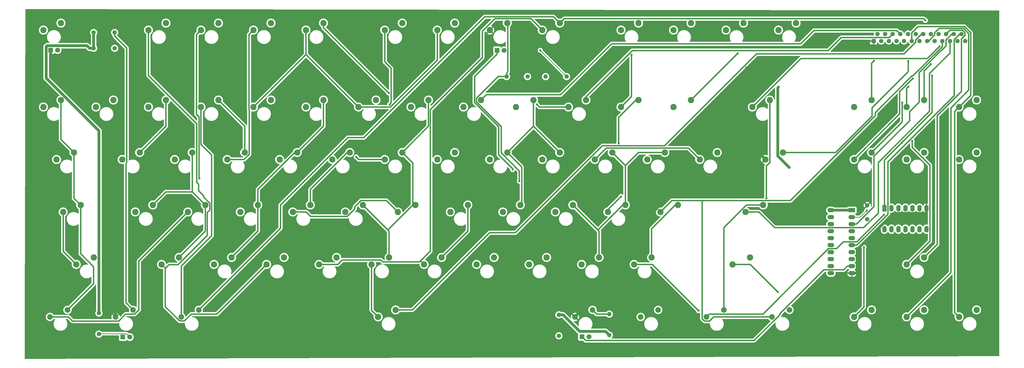
<source format=gbr>
G04 #@! TF.GenerationSoftware,KiCad,Pcbnew,7.0.1*
G04 #@! TF.CreationDate,2024-09-21T20:16:07-05:00*
G04 #@! TF.ProjectId,C128DKEYBOARD,43313238-444b-4455-9942-4f4152442e6b,3.3*
G04 #@! TF.SameCoordinates,Original*
G04 #@! TF.FileFunction,Copper,L2,Bot*
G04 #@! TF.FilePolarity,Positive*
%FSLAX46Y46*%
G04 Gerber Fmt 4.6, Leading zero omitted, Abs format (unit mm)*
G04 Created by KiCad (PCBNEW 7.0.1) date 2024-09-21 20:16:07*
%MOMM*%
%LPD*%
G01*
G04 APERTURE LIST*
G04 #@! TA.AperFunction,ComponentPad*
%ADD10C,2.286000*%
G04 #@! TD*
G04 #@! TA.AperFunction,ComponentPad*
%ADD11C,2.032000*%
G04 #@! TD*
G04 #@! TA.AperFunction,ComponentPad*
%ADD12R,1.800000X1.800000*%
G04 #@! TD*
G04 #@! TA.AperFunction,ComponentPad*
%ADD13C,1.800000*%
G04 #@! TD*
G04 #@! TA.AperFunction,ComponentPad*
%ADD14R,1.600000X1.600000*%
G04 #@! TD*
G04 #@! TA.AperFunction,ComponentPad*
%ADD15C,1.600000*%
G04 #@! TD*
G04 #@! TA.AperFunction,ComponentPad*
%ADD16O,1.600000X1.600000*%
G04 #@! TD*
G04 #@! TA.AperFunction,ComponentPad*
%ADD17R,1.600000X2.400000*%
G04 #@! TD*
G04 #@! TA.AperFunction,ComponentPad*
%ADD18O,1.600000X2.400000*%
G04 #@! TD*
G04 #@! TA.AperFunction,ComponentPad*
%ADD19R,2.400000X1.600000*%
G04 #@! TD*
G04 #@! TA.AperFunction,ComponentPad*
%ADD20O,2.400000X1.600000*%
G04 #@! TD*
G04 #@! TA.AperFunction,ViaPad*
%ADD21C,0.800000*%
G04 #@! TD*
G04 #@! TA.AperFunction,Conductor*
%ADD22C,0.250000*%
G04 #@! TD*
G04 #@! TA.AperFunction,Conductor*
%ADD23C,0.500000*%
G04 #@! TD*
G04 #@! TA.AperFunction,Conductor*
%ADD24C,1.000000*%
G04 #@! TD*
G04 APERTURE END LIST*
D10*
X66865500Y-128651000D03*
X60515500Y-131191000D03*
X104965500Y-128651000D03*
X98615500Y-131191000D03*
X124015500Y-128651000D03*
X117665500Y-131191000D03*
X143065500Y-128651000D03*
X136715500Y-131191000D03*
X162115500Y-128651000D03*
X155765500Y-131191000D03*
X190690500Y-128651000D03*
X184340500Y-131191000D03*
X209740500Y-128651000D03*
X203390500Y-131191000D03*
X228790500Y-128651000D03*
X222440500Y-131191000D03*
X247840500Y-128651000D03*
X241490500Y-131191000D03*
X276415500Y-128651000D03*
X270065500Y-131191000D03*
X295465500Y-128651000D03*
X289115500Y-131191000D03*
X314515500Y-128651000D03*
X308165500Y-131191000D03*
X104965500Y-156591000D03*
X98615500Y-159131000D03*
X124015500Y-156591000D03*
X117665500Y-159131000D03*
X143065500Y-156591000D03*
X136715500Y-159131000D03*
X162115500Y-156591000D03*
X155765500Y-159131000D03*
X181165500Y-156591000D03*
X174815500Y-159131000D03*
X200215500Y-156591000D03*
X193865500Y-159131000D03*
X219265500Y-156591000D03*
X212915500Y-159131000D03*
X238315500Y-156591000D03*
X231965500Y-159131000D03*
X257365500Y-156591000D03*
X251015500Y-159131000D03*
X276415500Y-156591000D03*
X270065500Y-159131000D03*
X295465500Y-156591000D03*
X289115500Y-159131000D03*
X324040500Y-156591000D03*
X317690500Y-159131000D03*
X360972100Y-175641000D03*
X354622100Y-178181000D03*
X380022100Y-175641000D03*
X373672100Y-178181000D03*
X399072100Y-175641000D03*
X392722100Y-178181000D03*
X95440500Y-175641000D03*
X89090500Y-178181000D03*
X114490500Y-175641000D03*
X108140500Y-178181000D03*
X133540500Y-175641000D03*
X127190500Y-178181000D03*
X152590500Y-175641000D03*
X146240500Y-178181000D03*
X171640500Y-175641000D03*
X165290500Y-178181000D03*
X190690500Y-175641000D03*
X184340500Y-178181000D03*
X209740500Y-175641000D03*
X203390500Y-178181000D03*
X228790500Y-175641000D03*
X222440500Y-178181000D03*
X247840500Y-175641000D03*
X241490500Y-178181000D03*
X266890500Y-175641000D03*
X260540500Y-178181000D03*
X285940500Y-175641000D03*
X279590500Y-178181000D03*
X304990500Y-175641000D03*
X298640500Y-178181000D03*
X328800500Y-175641000D03*
X322450500Y-178181000D03*
X100190500Y-194691000D03*
X93840500Y-197231000D03*
X138290500Y-194691000D03*
X131940500Y-197231000D03*
X157340500Y-194691000D03*
X150990500Y-197231000D03*
X176390500Y-194691000D03*
X170040500Y-197231000D03*
X195440500Y-194691000D03*
X189090500Y-197231000D03*
X214490500Y-194691000D03*
X208140500Y-197231000D03*
X233540500Y-194691000D03*
X227190500Y-197231000D03*
X252590500Y-194691000D03*
X246240500Y-197231000D03*
X271640500Y-194691000D03*
X265290500Y-197231000D03*
X290690500Y-194691000D03*
X284340500Y-197231000D03*
X321645500Y-194691000D03*
X315295500Y-197231000D03*
X380022100Y-213741000D03*
X373672100Y-216281000D03*
X109715500Y-213741000D03*
X103365500Y-216281000D03*
X128765500Y-213741000D03*
X122415500Y-216281000D03*
X147815500Y-213741000D03*
X141465500Y-216281000D03*
X166865500Y-213741000D03*
X160515500Y-216281000D03*
X185915500Y-213741000D03*
X179565500Y-216281000D03*
X204965500Y-213741000D03*
X198615500Y-216281000D03*
X224015500Y-213741000D03*
X217665500Y-216281000D03*
X243065500Y-213741000D03*
X236715500Y-216281000D03*
X262115500Y-213741000D03*
X255765500Y-216281000D03*
X281165500Y-213741000D03*
X274815500Y-216281000D03*
X316880500Y-213741000D03*
X310530500Y-216281000D03*
X360972100Y-232791000D03*
X354622100Y-235331000D03*
X380022100Y-232791000D03*
X373672100Y-235331000D03*
X399072100Y-232791000D03*
X392722100Y-235331000D03*
D11*
X93050500Y-232791000D03*
X86700500Y-235331000D03*
X116860500Y-232791000D03*
X110510500Y-235331000D03*
D10*
X188295500Y-232791000D03*
X181945500Y-235331000D03*
D11*
X259735500Y-232791000D03*
X253385500Y-235331000D03*
X283545500Y-232791000D03*
X277195500Y-235331000D03*
X307355500Y-232791000D03*
X301005500Y-235331000D03*
X331165500Y-232791000D03*
X324815500Y-235331000D03*
D10*
X360972100Y-156591000D03*
X354622100Y-159131000D03*
X399072100Y-156591000D03*
X392722100Y-159131000D03*
X380022100Y-156591000D03*
X373672100Y-159131000D03*
X71620500Y-175641000D03*
X65270500Y-178181000D03*
X74003500Y-194691000D03*
X67653500Y-197231000D03*
X78765500Y-213741000D03*
X72415500Y-216281000D03*
D11*
X69240500Y-232791000D03*
X62890500Y-235331000D03*
D10*
X119240500Y-194691000D03*
X112890500Y-197231000D03*
X333565500Y-128651000D03*
X327215500Y-131191000D03*
X85915500Y-156591000D03*
X79565500Y-159131000D03*
X66865500Y-156591000D03*
X60515500Y-159131000D03*
D12*
X89321800Y-242646200D03*
D13*
X91861800Y-242646200D03*
D12*
X63114000Y-138455400D03*
D13*
X65654000Y-138455400D03*
D12*
X255874600Y-242570000D03*
D13*
X258414600Y-242570000D03*
D12*
X225115200Y-138531600D03*
D13*
X227655200Y-138531600D03*
D14*
X361708000Y-135149300D03*
D15*
X364478000Y-135149300D03*
X367248000Y-135149300D03*
X370018000Y-135149300D03*
X372788000Y-135149300D03*
X375558000Y-135149300D03*
X378328000Y-135149300D03*
X381098000Y-135149300D03*
X383868000Y-135149300D03*
X386638000Y-135149300D03*
X389408000Y-135149300D03*
X392178000Y-135149300D03*
X394948000Y-135149300D03*
X363093000Y-132609300D03*
X365863000Y-132609300D03*
X368633000Y-132609300D03*
X371403000Y-132609300D03*
X374173000Y-132609300D03*
X376943000Y-132609300D03*
X379713000Y-132609300D03*
X382483000Y-132609300D03*
X385253000Y-132609300D03*
X388023000Y-132609300D03*
X390793000Y-132609300D03*
X393563000Y-132609300D03*
X236143000Y-148082000D03*
D16*
X228523000Y-148082000D03*
D17*
X365628000Y-195844000D03*
D18*
X368168000Y-195844000D03*
X370708000Y-195844000D03*
X373248000Y-195844000D03*
X375788000Y-195844000D03*
X378328000Y-195844000D03*
X380868000Y-195844000D03*
X380868000Y-203464000D03*
X378328000Y-203464000D03*
X375788000Y-203464000D03*
X373248000Y-203464000D03*
X370708000Y-203464000D03*
X368168000Y-203464000D03*
X365628000Y-203464000D03*
D15*
X265811000Y-241935000D03*
D16*
X265811000Y-234315000D03*
D19*
X353822000Y-196596000D03*
D20*
X353822000Y-199136000D03*
X353822000Y-201676000D03*
X353822000Y-204216000D03*
X353822000Y-206756000D03*
X353822000Y-209296000D03*
X353822000Y-211836000D03*
X353822000Y-214376000D03*
X353822000Y-216916000D03*
X353822000Y-219456000D03*
X346202000Y-219456000D03*
X346202000Y-216916000D03*
X346202000Y-214376000D03*
X346202000Y-211836000D03*
X346202000Y-209296000D03*
X346202000Y-206756000D03*
X346202000Y-204216000D03*
X346202000Y-201676000D03*
X346202000Y-199136000D03*
X346202000Y-196596000D03*
D15*
X80645000Y-241554000D03*
D16*
X80645000Y-233934000D03*
D15*
X78740000Y-132080000D03*
D16*
X86360000Y-132080000D03*
D15*
X359410000Y-199858000D03*
X359410000Y-194858000D03*
X86360000Y-137795000D03*
D16*
X78740000Y-137795000D03*
D15*
X247523000Y-242189000D03*
D16*
X247523000Y-234569000D03*
D15*
X250317000Y-148082000D03*
D16*
X242697000Y-148082000D03*
D21*
X359194900Y-196727900D03*
X233174800Y-186066400D03*
X230721500Y-181861200D03*
X374252700Y-142460600D03*
X269206500Y-172303000D03*
X312386900Y-139669600D03*
X382899600Y-147723900D03*
X371969500Y-171996400D03*
X173973700Y-177257500D03*
X372030200Y-157498400D03*
X361817200Y-142396500D03*
X298185300Y-233078800D03*
X365497300Y-198235300D03*
X380466100Y-127680500D03*
X315590100Y-144948200D03*
X382483000Y-143539700D03*
X374241900Y-151782200D03*
X375689400Y-171513700D03*
X239534700Y-158230200D03*
X358182200Y-209995400D03*
X117055700Y-185065700D03*
X375906700Y-148786900D03*
X270067600Y-191615300D03*
X326954100Y-226275100D03*
X322802000Y-192236700D03*
X185809300Y-154037900D03*
X186135700Y-158167500D03*
X385618700Y-137117400D03*
X273844600Y-140166800D03*
X327201300Y-151887600D03*
X331073500Y-181084000D03*
X240766600Y-138531600D03*
D22*
X356786800Y-199136000D02*
X359194900Y-196727900D01*
X353822000Y-199136000D02*
X356786800Y-199136000D01*
D23*
X90446700Y-230187200D02*
X93050500Y-232791000D01*
X90446700Y-179587300D02*
X90446700Y-230187200D01*
X90706600Y-179327400D02*
X90446700Y-179587300D01*
X90706600Y-137676700D02*
X90706600Y-179327400D01*
X86360000Y-133330100D02*
X90706600Y-137676700D01*
X86360000Y-132080000D02*
X86360000Y-133330100D01*
X229013600Y-128874100D02*
X228790500Y-128651000D01*
X229013600Y-146341300D02*
X229013600Y-128874100D01*
X228523000Y-146831900D02*
X229013600Y-146341300D01*
X228523000Y-148082000D02*
X228523000Y-146831900D01*
X225518700Y-148082000D02*
X228523000Y-148082000D01*
X217663900Y-155936800D02*
X225518700Y-148082000D01*
X217663900Y-157273900D02*
X217663900Y-155936800D01*
X226630500Y-166240500D02*
X217663900Y-157273900D01*
X226630500Y-175756100D02*
X226630500Y-166240500D01*
X233174800Y-182300400D02*
X226630500Y-175756100D01*
X233174800Y-186066400D02*
X233174800Y-182300400D01*
X225115200Y-138531600D02*
X225115200Y-139881700D01*
X216941300Y-148055600D02*
X225115200Y-139881700D01*
X216941300Y-157541500D02*
X216941300Y-148055600D01*
X225667900Y-166268100D02*
X216941300Y-157541500D01*
X225667900Y-176498600D02*
X225667900Y-166268100D01*
X230721500Y-181552200D02*
X225667900Y-176498600D01*
X230721500Y-181861200D02*
X230721500Y-181552200D01*
X350882100Y-218205800D02*
X352171900Y-216916000D01*
X343656800Y-218205800D02*
X350882100Y-218205800D01*
X327696700Y-234165900D02*
X343656800Y-218205800D01*
X327696700Y-234533900D02*
X327696700Y-234165900D01*
X318304200Y-243926400D02*
X327696700Y-234533900D01*
X257231000Y-243926400D02*
X318304200Y-243926400D01*
X255874600Y-242570000D02*
X257231000Y-243926400D01*
X353822000Y-216916000D02*
X352171900Y-216916000D01*
X261259500Y-234315000D02*
X259735500Y-232791000D01*
X265811000Y-234315000D02*
X261259500Y-234315000D01*
X353822000Y-209296000D02*
X355472100Y-209296000D01*
X392944800Y-132609300D02*
X393563000Y-132609300D01*
X390927800Y-134626300D02*
X392944800Y-132609300D01*
X390927800Y-155020000D02*
X390927800Y-134626300D01*
X366878200Y-179069600D02*
X390927800Y-155020000D01*
X366878200Y-198102400D02*
X366878200Y-179069600D01*
X355684600Y-209296000D02*
X366878200Y-198102400D01*
X355472100Y-209296000D02*
X355684600Y-209296000D01*
X374252700Y-146226400D02*
X374252700Y-142460600D01*
X361110900Y-159368200D02*
X374252700Y-146226400D01*
X361110900Y-162477400D02*
X361110900Y-159368200D01*
X347947300Y-175641000D02*
X361110900Y-162477400D01*
X328800500Y-175641000D02*
X347947300Y-175641000D01*
X312386900Y-139669600D02*
X295465500Y-156591000D01*
X269206500Y-162883500D02*
X269206500Y-172303000D01*
X275499000Y-156591000D02*
X269206500Y-162883500D01*
X276415500Y-156591000D02*
X275499000Y-156591000D01*
X276390500Y-175641000D02*
X271640500Y-180391000D01*
X285940500Y-175641000D02*
X276390500Y-175641000D01*
X266890500Y-175641000D02*
X271640500Y-180391000D01*
X271640500Y-180391000D02*
X271640500Y-194691000D01*
X270713000Y-194691000D02*
X261651800Y-203752200D01*
X271640500Y-194691000D02*
X270713000Y-194691000D01*
X262115500Y-204216000D02*
X261651800Y-203752200D01*
X262115500Y-213741000D02*
X262115500Y-204216000D01*
X261651800Y-203752200D02*
X252590500Y-194691000D01*
X214490500Y-204216000D02*
X214490500Y-194691000D01*
X204965500Y-213741000D02*
X214490500Y-204216000D01*
X238315500Y-166116000D02*
X228790500Y-175641000D01*
X238315500Y-156591000D02*
X238315500Y-166116000D01*
X238315500Y-166116000D02*
X247840500Y-175641000D01*
X234024900Y-180875400D02*
X228790500Y-175641000D01*
X234024900Y-194206600D02*
X234024900Y-180875400D01*
X233540500Y-194691000D02*
X234024900Y-194206600D01*
X367343300Y-133899000D02*
X368633000Y-132609300D01*
X349990000Y-133899000D02*
X367343300Y-133899000D01*
X345272500Y-138616500D02*
X349990000Y-133899000D01*
X274181200Y-138616500D02*
X345272500Y-138616500D01*
X257365500Y-155432200D02*
X274181200Y-138616500D01*
X257365500Y-156591000D02*
X257365500Y-155432200D01*
X185915500Y-204216000D02*
X185457200Y-203757700D01*
X185915500Y-213741000D02*
X185915500Y-204216000D01*
X185457200Y-203757700D02*
X176390500Y-194691000D01*
X195440500Y-194691000D02*
X194523900Y-194691000D01*
X194523900Y-194691000D02*
X185457200Y-203757700D01*
X194523900Y-179474400D02*
X190690500Y-175641000D01*
X194523900Y-194691000D02*
X194523900Y-179474400D01*
X200215500Y-166116000D02*
X190690500Y-175641000D01*
X200215500Y-156591000D02*
X200215500Y-166116000D01*
X221170000Y-154686500D02*
X219265500Y-156591000D01*
X248156000Y-154686500D02*
X221170000Y-154686500D01*
X266667400Y-136175100D02*
X248156000Y-154686500D01*
X335238300Y-136175100D02*
X266667400Y-136175100D01*
X340062600Y-131350800D02*
X335238300Y-136175100D01*
X370144500Y-131350800D02*
X340062600Y-131350800D01*
X371403000Y-132609300D02*
X370144500Y-131350800D01*
X162115500Y-166116000D02*
X152590500Y-175641000D01*
X162115500Y-156591000D02*
X162115500Y-166116000D01*
X157340500Y-189024400D02*
X157340500Y-194691000D01*
X170723900Y-175641000D02*
X157340500Y-189024400D01*
X171640500Y-175641000D02*
X170723900Y-175641000D01*
X138290500Y-189024400D02*
X138290500Y-194691000D01*
X151673900Y-175641000D02*
X138290500Y-189024400D01*
X152590500Y-175641000D02*
X151673900Y-175641000D01*
X138290500Y-204216000D02*
X128765500Y-213741000D01*
X138290500Y-194691000D02*
X138290500Y-204216000D01*
X133540500Y-166116000D02*
X124015500Y-156591000D01*
X133540500Y-175641000D02*
X133540500Y-166116000D01*
X119240500Y-204216000D02*
X109715500Y-213741000D01*
X119240500Y-194691000D02*
X119240500Y-204216000D01*
X104940500Y-189941000D02*
X100190500Y-194691000D01*
X114490500Y-189941000D02*
X104940500Y-189941000D01*
X114490500Y-175641000D02*
X114490500Y-189941000D01*
X114490500Y-189941000D02*
X119240500Y-194691000D01*
X365628000Y-178337900D02*
X371969500Y-171996400D01*
X365628000Y-195844000D02*
X365628000Y-178337900D01*
X382899600Y-161066300D02*
X382899600Y-147723900D01*
X371969500Y-171996400D02*
X382899600Y-161066300D01*
X174897200Y-178181000D02*
X173973700Y-177257500D01*
X184340500Y-178181000D02*
X174897200Y-178181000D01*
X320110000Y-197231000D02*
X315295500Y-197231000D01*
X325825000Y-202946000D02*
X320110000Y-197231000D01*
X358095100Y-202946000D02*
X325825000Y-202946000D01*
X363403100Y-197638000D02*
X358095100Y-202946000D01*
X363403100Y-179305600D02*
X363403100Y-197638000D01*
X382013100Y-160695600D02*
X363403100Y-179305600D01*
X382013100Y-146978800D02*
X382013100Y-160695600D01*
X389408000Y-139583900D02*
X382013100Y-146978800D01*
X389408000Y-135149300D02*
X389408000Y-139583900D01*
X294502300Y-174042800D02*
X298640500Y-178181000D01*
X264678700Y-174042800D02*
X294502300Y-174042800D01*
X260540500Y-178181000D02*
X264678700Y-174042800D01*
X104965500Y-166116000D02*
X95440500Y-175641000D01*
X104965500Y-156591000D02*
X104965500Y-166116000D01*
X74003500Y-212376300D02*
X74003500Y-194691000D01*
X78718900Y-217091700D02*
X74003500Y-212376300D01*
X78718900Y-223312600D02*
X78718900Y-217091700D01*
X69240500Y-232791000D02*
X78718900Y-223312600D01*
X71620500Y-192308000D02*
X71620500Y-175641000D01*
X74003500Y-194691000D02*
X71620500Y-192308000D01*
X66865500Y-170886000D02*
X66865500Y-156591000D01*
X71620500Y-175641000D02*
X66865500Y-170886000D01*
X379094800Y-132609300D02*
X379713000Y-132609300D01*
X376943000Y-134761100D02*
X379094800Y-132609300D01*
X376943000Y-135580400D02*
X376943000Y-134761100D01*
X372707900Y-139815500D02*
X376943000Y-135580400D01*
X319253300Y-139815500D02*
X372707900Y-139815500D01*
X285879300Y-173189500D02*
X319253300Y-139815500D01*
X263278900Y-173189500D02*
X285879300Y-173189500D01*
X231703200Y-204765200D02*
X263278900Y-173189500D01*
X222367900Y-204765200D02*
X231703200Y-204765200D01*
X194342100Y-232791000D02*
X222367900Y-204765200D01*
X188295500Y-232791000D02*
X194342100Y-232791000D01*
X299533700Y-235982500D02*
X299533700Y-193044800D01*
X300385300Y-236834100D02*
X299533700Y-235982500D01*
X302127400Y-236834100D02*
X300385300Y-236834100D01*
X303630500Y-235331000D02*
X302127400Y-236834100D01*
X324815500Y-235331000D02*
X303630500Y-235331000D01*
X322338900Y-193044800D02*
X299533700Y-193044800D01*
X322417300Y-193123200D02*
X322338900Y-193044800D01*
X331480600Y-193123200D02*
X322417300Y-193123200D01*
X362352200Y-162251600D02*
X331480600Y-193123200D01*
X362352200Y-161132900D02*
X362352200Y-162251600D01*
X375584700Y-147900400D02*
X362352200Y-161132900D01*
X375897400Y-147900400D02*
X375584700Y-147900400D01*
X385830200Y-137967600D02*
X375897400Y-147900400D01*
X385970900Y-137967600D02*
X385830200Y-137967600D01*
X386638000Y-137300500D02*
X385970900Y-137967600D01*
X386638000Y-135149300D02*
X386638000Y-137300500D01*
X288526700Y-193044800D02*
X284340500Y-197231000D01*
X299533700Y-193044800D02*
X288526700Y-193044800D01*
X372030200Y-164582900D02*
X372030200Y-157498400D01*
X360972100Y-175641000D02*
X372030200Y-164582900D01*
X281165500Y-203299400D02*
X281165500Y-213741000D01*
X289773900Y-194691000D02*
X281165500Y-203299400D01*
X290690500Y-194691000D02*
X289773900Y-194691000D01*
X360972100Y-143241600D02*
X361817200Y-142396500D01*
X360972100Y-156591000D02*
X360972100Y-143241600D01*
X67653500Y-211519000D02*
X72415500Y-216281000D01*
X67653500Y-197231000D02*
X67653500Y-211519000D01*
X281387500Y-216281000D02*
X274815500Y-216281000D01*
X298185300Y-233078800D02*
X281387500Y-216281000D01*
X302042800Y-234293700D02*
X301005500Y-235331000D01*
X321576300Y-234293700D02*
X302042800Y-234293700D01*
X345323800Y-210546200D02*
X321576300Y-234293700D01*
X348244800Y-210546200D02*
X345323800Y-210546200D01*
X350745300Y-208045700D02*
X348244800Y-210546200D01*
X355686900Y-208045700D02*
X350745300Y-208045700D01*
X365497300Y-198235300D02*
X355686900Y-208045700D01*
X198615500Y-216281000D02*
X197358100Y-215023500D01*
X196997800Y-215383800D02*
X197358100Y-215023500D01*
X183617900Y-215383800D02*
X196997800Y-215383800D01*
X182920100Y-214686000D02*
X183617900Y-215383800D01*
X168939200Y-214686000D02*
X182920100Y-214686000D01*
X167344200Y-216281000D02*
X168939200Y-214686000D01*
X160515500Y-216281000D02*
X167344200Y-216281000D01*
X237355100Y-127055600D02*
X241490500Y-131191000D01*
X224317600Y-127055600D02*
X237355100Y-127055600D01*
X219729600Y-131643600D02*
X224317600Y-127055600D01*
X219729600Y-141223700D02*
X219729600Y-131643600D01*
X200915700Y-160037600D02*
X219729600Y-141223700D01*
X200915700Y-211465900D02*
X200915700Y-160037600D01*
X197358100Y-215023500D02*
X200915700Y-211465900D01*
X245544900Y-126355400D02*
X247840500Y-128651000D01*
X220631000Y-126355400D02*
X245544900Y-126355400D01*
X176757800Y-170228600D02*
X220631000Y-126355400D01*
X170978900Y-170228600D02*
X176757800Y-170228600D01*
X146487600Y-194719900D02*
X170978900Y-170228600D01*
X146487600Y-203163900D02*
X146487600Y-194719900D01*
X116860500Y-232791000D02*
X146487600Y-203163900D01*
X249435700Y-127055800D02*
X247840500Y-128651000D01*
X379841400Y-127055800D02*
X249435700Y-127055800D01*
X380466100Y-127680500D02*
X379841400Y-127055800D01*
X384763200Y-208999900D02*
X380022100Y-213741000D01*
X384763200Y-162294500D02*
X384763200Y-208999900D01*
X393563000Y-153494700D02*
X384763200Y-162294500D01*
X393563000Y-134417700D02*
X393563000Y-153494700D01*
X394816500Y-133164200D02*
X393563000Y-134417700D01*
X394816500Y-132094600D02*
X394816500Y-133164200D01*
X394037700Y-131315800D02*
X394816500Y-132094600D01*
X389316500Y-131315800D02*
X394037700Y-131315800D01*
X388023000Y-132609300D02*
X389316500Y-131315800D01*
D24*
X380868000Y-195844000D02*
X380868000Y-197744100D01*
X353822000Y-219456000D02*
X355722100Y-219456000D01*
X368826300Y-197744100D02*
X380868000Y-197744100D01*
X355722100Y-210848300D02*
X368826300Y-197744100D01*
X355722100Y-219456000D02*
X355722100Y-210848300D01*
X86700500Y-169220400D02*
X86700500Y-235331000D01*
X63114000Y-145633900D02*
X86700500Y-169220400D01*
X63114000Y-138455400D02*
X63114000Y-145633900D01*
X262437200Y-226279300D02*
X253385500Y-235331000D01*
X262437200Y-216496000D02*
X262437200Y-226279300D01*
X288748900Y-190184300D02*
X262437200Y-216496000D01*
X296833600Y-190184300D02*
X288748900Y-190184300D01*
X315643700Y-171374200D02*
X296833600Y-190184300D01*
X315590100Y-171320600D02*
X315643700Y-171374200D01*
X315590100Y-144948200D02*
X315590100Y-171320600D01*
X315643700Y-171374200D02*
X322450500Y-178181000D01*
D23*
X353822000Y-201676000D02*
X355472100Y-201676000D01*
X390174800Y-132609300D02*
X390793000Y-132609300D01*
X388023000Y-134761100D02*
X390174800Y-132609300D01*
X388023000Y-136912000D02*
X388023000Y-134761100D01*
X386267300Y-138667700D02*
X388023000Y-136912000D01*
X386152800Y-138667700D02*
X386267300Y-138667700D01*
X378220300Y-146600200D02*
X386152800Y-138667700D01*
X378220300Y-157345300D02*
X378220300Y-146600200D01*
X374751200Y-160814400D02*
X378220300Y-157345300D01*
X374751200Y-164115100D02*
X374751200Y-160814400D01*
X361856900Y-177009400D02*
X374751200Y-164115100D01*
X361856900Y-195291200D02*
X361856900Y-177009400D01*
X355472100Y-201676000D02*
X361856900Y-195291200D01*
X380022100Y-146000600D02*
X382483000Y-143539700D01*
X380022100Y-156591000D02*
X380022100Y-146000600D01*
X375689400Y-173753300D02*
X375689400Y-171513700D01*
X382146000Y-180209900D02*
X375689400Y-173753300D01*
X382146000Y-207807100D02*
X382146000Y-180209900D01*
X373672100Y-216281000D02*
X382146000Y-207807100D01*
X240435500Y-159131000D02*
X239534700Y-158230200D01*
X251015500Y-159131000D02*
X240435500Y-159131000D01*
X373672100Y-152352000D02*
X374241900Y-151782200D01*
X373672100Y-159131000D02*
X373672100Y-152352000D01*
X174815500Y-159131000D02*
X155765500Y-140081000D01*
X136715500Y-159131000D02*
X155765500Y-140081000D01*
X155765500Y-140081000D02*
X155765500Y-131191000D01*
X186384000Y-159131000D02*
X174815500Y-159131000D01*
X203390500Y-142124500D02*
X186384000Y-159131000D01*
X203390500Y-131191000D02*
X203390500Y-142124500D01*
X135088400Y-132818100D02*
X136715500Y-131191000D01*
X135088400Y-159985700D02*
X135088400Y-132818100D01*
X135156100Y-160053400D02*
X135088400Y-159985700D01*
X135156100Y-176291800D02*
X135156100Y-160053400D01*
X133266900Y-178181000D02*
X135156100Y-176291800D01*
X127190500Y-178181000D02*
X133266900Y-178181000D01*
X396927200Y-154925900D02*
X392722100Y-159131000D01*
X396927200Y-132153300D02*
X396927200Y-154925900D01*
X394689300Y-129915400D02*
X396927200Y-132153300D01*
X377830800Y-129915400D02*
X394689300Y-129915400D01*
X375558000Y-132188200D02*
X377830800Y-129915400D01*
X375558000Y-135149300D02*
X375558000Y-132188200D01*
X391129000Y-233737900D02*
X392722100Y-235331000D01*
X391129000Y-160724100D02*
X391129000Y-233737900D01*
X392722100Y-159131000D02*
X391129000Y-160724100D01*
X155805000Y-197231000D02*
X150990500Y-197231000D01*
X157408300Y-198834300D02*
X155805000Y-197231000D01*
X170747600Y-198834300D02*
X157408300Y-198834300D01*
X173463200Y-196118700D02*
X170747600Y-198834300D01*
X173463200Y-195365200D02*
X173463200Y-196118700D01*
X175734200Y-193094200D02*
X173463200Y-195365200D01*
X184953700Y-193094200D02*
X175734200Y-193094200D01*
X189090500Y-197231000D02*
X184953700Y-193094200D01*
X69546100Y-235331000D02*
X62890500Y-235331000D01*
X71037500Y-236822400D02*
X69546100Y-235331000D01*
X87834100Y-236822400D02*
X71037500Y-236822400D01*
X90330900Y-234325600D02*
X87834100Y-236822400D01*
X93603900Y-234325600D02*
X90330900Y-234325600D01*
X95104600Y-232824900D02*
X93603900Y-234325600D01*
X95104600Y-215016900D02*
X95104600Y-232824900D01*
X112890500Y-197231000D02*
X95104600Y-215016900D01*
X358182200Y-231770900D02*
X358182200Y-209995400D01*
X354622100Y-235331000D02*
X358182200Y-231770900D01*
X116071900Y-132784600D02*
X117665500Y-131191000D01*
X116071900Y-161767500D02*
X116071900Y-132784600D01*
X116965300Y-162660900D02*
X116071900Y-161767500D01*
X116965300Y-184975300D02*
X116965300Y-162660900D01*
X117055700Y-185065700D02*
X116965300Y-184975300D01*
X371180000Y-153513600D02*
X375906700Y-148786900D01*
X371180000Y-161623100D02*
X371180000Y-153513600D01*
X354622100Y-178181000D02*
X371180000Y-161623100D01*
X265290500Y-196392400D02*
X265290500Y-197231000D01*
X270067600Y-191615300D02*
X265290500Y-196392400D01*
X179565500Y-232951000D02*
X179565500Y-216281000D01*
X181945500Y-235331000D02*
X179565500Y-232951000D01*
X103365500Y-216281000D02*
X104753300Y-217668700D01*
X104695500Y-217726500D02*
X104753300Y-217668700D01*
X104695500Y-231589500D02*
X104695500Y-217726500D01*
X109915200Y-236809200D02*
X104695500Y-231589500D01*
X111657300Y-236809200D02*
X109915200Y-236809200D01*
X114140900Y-234325600D02*
X111657300Y-236809200D01*
X123420900Y-234325600D02*
X114140900Y-234325600D01*
X141465500Y-216281000D02*
X123420900Y-234325600D01*
X98615500Y-147677900D02*
X98615500Y-131191000D01*
X116128800Y-165191200D02*
X98615500Y-147677900D01*
X116128800Y-186490000D02*
X116128800Y-165191200D01*
X116828900Y-187190100D02*
X116128800Y-186490000D01*
X116828900Y-189552700D02*
X116828900Y-187190100D01*
X118668600Y-191392400D02*
X116828900Y-189552700D01*
X118668600Y-191864000D02*
X118668600Y-191392400D01*
X120844600Y-194040000D02*
X118668600Y-191864000D01*
X120844600Y-196518800D02*
X120844600Y-194040000D01*
X119940700Y-197422700D02*
X120844600Y-196518800D01*
X119940700Y-205771100D02*
X119940700Y-197422700D01*
X109351900Y-216359900D02*
X119940700Y-205771100D01*
X106062100Y-216359900D02*
X109351900Y-216359900D01*
X104753300Y-217668700D02*
X106062100Y-216359900D01*
X389728700Y-219274400D02*
X373672100Y-235331000D01*
X389728700Y-159445000D02*
X389728700Y-219274400D01*
X396227000Y-152946700D02*
X389728700Y-159445000D01*
X396227000Y-132443500D02*
X396227000Y-152946700D01*
X394399100Y-130615600D02*
X396227000Y-132443500D01*
X385457900Y-130615600D02*
X394399100Y-130615600D01*
X383868000Y-132205500D02*
X385457900Y-130615600D01*
X383868000Y-132997700D02*
X383868000Y-132205500D01*
X381716400Y-135149300D02*
X383868000Y-132997700D01*
X381098000Y-135149300D02*
X381716400Y-135149300D01*
X316960000Y-216281000D02*
X310530500Y-216281000D01*
X326954100Y-226275100D02*
X316960000Y-216281000D01*
X307355500Y-202902500D02*
X307355500Y-232791000D01*
X315567000Y-194691000D02*
X307355500Y-202902500D01*
X321645500Y-194691000D02*
X315567000Y-194691000D01*
X322802000Y-180592000D02*
X322802000Y-192236700D01*
X324091200Y-179302800D02*
X322802000Y-180592000D01*
X324091200Y-156641700D02*
X324091200Y-179302800D01*
X324040500Y-156591000D02*
X324091200Y-156641700D01*
X162115500Y-130344100D02*
X162115500Y-128651000D01*
X185809300Y-154037900D02*
X162115500Y-130344100D01*
X117665500Y-172681900D02*
X117665500Y-159131000D01*
X121544700Y-176561100D02*
X117665500Y-172681900D01*
X121544700Y-205841300D02*
X121544700Y-176561100D01*
X110510500Y-216875500D02*
X121544700Y-205841300D01*
X110510500Y-235331000D02*
X110510500Y-216875500D01*
X184340500Y-142702200D02*
X184340500Y-131191000D01*
X186671200Y-145032900D02*
X184340500Y-142702200D01*
X186671200Y-157632000D02*
X186671200Y-145032900D01*
X186135700Y-158167500D02*
X186671200Y-157632000D01*
X335311500Y-141510000D02*
X317690500Y-159131000D01*
X381226100Y-141510000D02*
X335311500Y-141510000D01*
X385618700Y-137117400D02*
X381226100Y-141510000D01*
X273844600Y-155351900D02*
X273844600Y-140166800D01*
X270065500Y-159131000D02*
X273844600Y-155351900D01*
D24*
X353822000Y-196596000D02*
X346202000Y-196596000D01*
X78740000Y-137795000D02*
X78740000Y-132080000D01*
X78740000Y-137795000D02*
X77239900Y-137795000D01*
X255050900Y-240596800D02*
X249023100Y-234569000D01*
X264472800Y-240596800D02*
X255050900Y-240596800D01*
X265811000Y-241935000D02*
X264472800Y-240596800D01*
X247523000Y-234569000D02*
X249023100Y-234569000D01*
X80645000Y-167763900D02*
X80645000Y-233934000D01*
X61513800Y-148632700D02*
X80645000Y-167763900D01*
X61513800Y-137212100D02*
X61513800Y-148632700D01*
X61871200Y-136854700D02*
X61513800Y-137212100D01*
X76299600Y-136854700D02*
X61871200Y-136854700D01*
X77239900Y-137795000D02*
X76299600Y-136854700D01*
X326925700Y-176936200D02*
X331073500Y-181084000D01*
X326925700Y-152163200D02*
X326925700Y-176936200D01*
X327201300Y-151887600D02*
X326925700Y-152163200D01*
D22*
X250317000Y-148082000D02*
X240766600Y-138531600D01*
X80781700Y-241417300D02*
X80645000Y-241554000D01*
X90632900Y-241417300D02*
X80781700Y-241417300D01*
X91861800Y-242646200D02*
X90632900Y-241417300D01*
G04 #@! TA.AperFunction,Conductor*
G36*
X370370385Y-154335324D02*
G01*
X370407985Y-154379347D01*
X370421500Y-154435642D01*
X370421500Y-161257557D01*
X370412061Y-161305010D01*
X370385181Y-161345238D01*
X355169171Y-176561246D01*
X355115149Y-176592909D01*
X355052544Y-176594139D01*
X354879998Y-176552715D01*
X354622100Y-176532418D01*
X354364203Y-176552715D01*
X354112659Y-176613104D01*
X353920487Y-176692706D01*
X353888700Y-176705873D01*
X353873657Y-176712104D01*
X353653085Y-176847270D01*
X353456375Y-177015275D01*
X353288370Y-177211985D01*
X353169056Y-177406689D01*
X353153203Y-177432559D01*
X353147044Y-177447428D01*
X353054204Y-177671559D01*
X352993815Y-177923103D01*
X352973518Y-178180999D01*
X352993815Y-178438896D01*
X353054204Y-178690440D01*
X353112812Y-178831929D01*
X353153203Y-178929441D01*
X353195651Y-178998710D01*
X353288370Y-179150014D01*
X353456375Y-179346724D01*
X353653085Y-179514729D01*
X353653087Y-179514730D01*
X353653088Y-179514731D01*
X353873659Y-179649897D01*
X354040550Y-179719026D01*
X354112659Y-179748895D01*
X354177348Y-179764425D01*
X354364205Y-179809285D01*
X354622100Y-179829582D01*
X354879995Y-179809285D01*
X355131540Y-179748895D01*
X355370541Y-179649897D01*
X355591112Y-179514731D01*
X355787824Y-179346724D01*
X355955831Y-179150012D01*
X356090997Y-178929441D01*
X356189995Y-178690440D01*
X356250385Y-178438895D01*
X356270682Y-178181000D01*
X356250385Y-177923105D01*
X356208959Y-177750551D01*
X356210189Y-177687949D01*
X356241850Y-177633929D01*
X371060018Y-162815762D01*
X371109382Y-162785512D01*
X371167098Y-162780970D01*
X371220585Y-162803125D01*
X371258185Y-162847148D01*
X371271700Y-162903443D01*
X371271700Y-164217357D01*
X371262261Y-164264810D01*
X371235381Y-164305038D01*
X361519171Y-174021246D01*
X361465149Y-174052909D01*
X361402544Y-174054139D01*
X361229998Y-174012715D01*
X360972100Y-173992418D01*
X360714203Y-174012715D01*
X360462659Y-174073104D01*
X360255905Y-174158746D01*
X360230154Y-174169413D01*
X360223657Y-174172104D01*
X360003085Y-174307270D01*
X359806375Y-174475275D01*
X359638370Y-174671985D01*
X359503204Y-174892557D01*
X359404204Y-175131559D01*
X359343815Y-175383103D01*
X359323518Y-175640999D01*
X359343815Y-175898896D01*
X359404204Y-176150440D01*
X359458924Y-176282542D01*
X359503203Y-176389441D01*
X359567675Y-176494650D01*
X359638370Y-176610014D01*
X359806375Y-176806724D01*
X360003085Y-176974729D01*
X360003087Y-176974730D01*
X360003088Y-176974731D01*
X360223659Y-177109897D01*
X360386852Y-177177494D01*
X360462659Y-177208895D01*
X360500460Y-177217970D01*
X360714205Y-177269285D01*
X360972100Y-177289582D01*
X360972104Y-177289581D01*
X360981829Y-177290347D01*
X360981578Y-177293528D01*
X361030695Y-177303299D01*
X361080128Y-177348994D01*
X361098400Y-177413784D01*
X361098400Y-180093830D01*
X361084289Y-180151279D01*
X361045168Y-180195653D01*
X360989941Y-180216852D01*
X360931177Y-180210053D01*
X360882250Y-180176802D01*
X360854296Y-180124667D01*
X360836229Y-180054302D01*
X360809106Y-179948664D01*
X360693563Y-179656836D01*
X360689747Y-179649895D01*
X360542358Y-179381794D01*
X360357867Y-179127864D01*
X360143009Y-178899064D01*
X359901173Y-178699000D01*
X359897602Y-178696734D01*
X359636162Y-178530819D01*
X359352165Y-178397180D01*
X359352162Y-178397179D01*
X359352160Y-178397178D01*
X359053662Y-178300189D01*
X358792702Y-178250409D01*
X358745349Y-178241376D01*
X358745347Y-178241375D01*
X358745343Y-178241375D01*
X358510497Y-178226600D01*
X358510492Y-178226600D01*
X358353708Y-178226600D01*
X358353703Y-178226600D01*
X358118856Y-178241375D01*
X357810537Y-178300189D01*
X357512039Y-178397178D01*
X357228037Y-178530819D01*
X356963026Y-178699000D01*
X356721190Y-178899064D01*
X356506332Y-179127864D01*
X356321841Y-179381794D01*
X356170637Y-179656834D01*
X356055093Y-179948666D01*
X355977038Y-180252670D01*
X355937700Y-180564064D01*
X355937700Y-180877936D01*
X355977038Y-181189329D01*
X356055093Y-181493333D01*
X356170637Y-181785165D01*
X356321841Y-182060205D01*
X356506332Y-182314135D01*
X356721190Y-182542935D01*
X356853411Y-182652318D01*
X356963030Y-182743002D01*
X357228038Y-182911181D01*
X357512035Y-183044820D01*
X357661288Y-183093315D01*
X357810537Y-183141810D01*
X357810539Y-183141810D01*
X357810541Y-183141811D01*
X358118851Y-183200624D01*
X358236279Y-183208011D01*
X358353703Y-183215400D01*
X358353708Y-183215400D01*
X358510492Y-183215400D01*
X358510497Y-183215400D01*
X358617245Y-183208683D01*
X358745349Y-183200624D01*
X359053659Y-183141811D01*
X359352165Y-183044820D01*
X359636162Y-182911181D01*
X359901170Y-182743002D01*
X360143010Y-182542935D01*
X360357868Y-182314134D01*
X360542356Y-182060209D01*
X360693563Y-181785164D01*
X360809106Y-181493336D01*
X360854295Y-181317333D01*
X360882250Y-181265198D01*
X360931177Y-181231947D01*
X360989941Y-181225148D01*
X361045168Y-181246347D01*
X361084289Y-181290721D01*
X361098400Y-181348170D01*
X361098400Y-194925657D01*
X361088961Y-194973110D01*
X361062083Y-195013335D01*
X360973332Y-195102087D01*
X360907695Y-195167724D01*
X360856268Y-195198624D01*
X360796353Y-195201764D01*
X360741978Y-195176408D01*
X360705871Y-195128493D01*
X360696486Y-195069235D01*
X360714966Y-194857999D01*
X360695141Y-194631397D01*
X360636266Y-194411673D01*
X360540133Y-194205515D01*
X360489025Y-194132526D01*
X359410000Y-195211553D01*
X358674039Y-195947512D01*
X358670903Y-195965766D01*
X358630955Y-196014661D01*
X358583646Y-196049034D01*
X358455859Y-196190955D01*
X358360372Y-196356343D01*
X358301358Y-196537970D01*
X358283919Y-196703895D01*
X358272519Y-196744317D01*
X358248279Y-196778614D01*
X356560714Y-198466181D01*
X356520486Y-198493061D01*
X356473033Y-198502500D01*
X355440353Y-198502500D01*
X355383096Y-198488490D01*
X355338779Y-198449624D01*
X355228198Y-198291700D01*
X355066304Y-198129806D01*
X355066303Y-198129805D01*
X355066300Y-198129802D01*
X355058629Y-198124431D01*
X355019496Y-198079592D01*
X355005762Y-198021679D01*
X355020596Y-197964037D01*
X355060580Y-197919948D01*
X355116500Y-197899569D01*
X355131201Y-197897989D01*
X355131203Y-197897988D01*
X355131205Y-197897988D01*
X355214363Y-197866971D01*
X355268204Y-197846889D01*
X355385261Y-197759261D01*
X355472889Y-197642204D01*
X355517398Y-197522872D01*
X355523988Y-197505205D01*
X355523988Y-197505203D01*
X355523989Y-197505201D01*
X355530500Y-197444638D01*
X355530500Y-195747362D01*
X355523989Y-195686799D01*
X355523988Y-195686797D01*
X355523988Y-195686794D01*
X355472889Y-195549796D01*
X355385261Y-195432738D01*
X355268203Y-195345110D01*
X355131205Y-195294011D01*
X355100919Y-195290755D01*
X355070638Y-195287500D01*
X352573362Y-195287500D01*
X352546445Y-195290393D01*
X352512794Y-195294011D01*
X352375796Y-195345110D01*
X352258740Y-195432737D01*
X352180083Y-195537811D01*
X352136320Y-195574384D01*
X352080816Y-195587500D01*
X347482110Y-195587500D01*
X347444823Y-195581761D01*
X347410987Y-195565075D01*
X347258748Y-195458476D01*
X347051246Y-195361717D01*
X347051243Y-195361716D01*
X346940665Y-195332086D01*
X346830084Y-195302456D01*
X346659129Y-195287500D01*
X346659127Y-195287500D01*
X345744873Y-195287500D01*
X345744871Y-195287500D01*
X345573915Y-195302456D01*
X345352753Y-195361717D01*
X345145255Y-195458474D01*
X345051475Y-195524139D01*
X344968246Y-195582418D01*
X344957696Y-195589805D01*
X344795805Y-195751696D01*
X344664474Y-195939255D01*
X344567717Y-196146753D01*
X344508456Y-196367915D01*
X344488501Y-196596000D01*
X344508456Y-196824084D01*
X344567717Y-197045246D01*
X344664474Y-197252744D01*
X344664476Y-197252746D01*
X344664477Y-197252749D01*
X344795802Y-197440300D01*
X344957700Y-197602198D01*
X345145251Y-197733523D01*
X345188345Y-197753618D01*
X345240520Y-197799372D01*
X345259940Y-197865997D01*
X345240522Y-197932622D01*
X345188347Y-197978380D01*
X345145254Y-197998475D01*
X345145251Y-197998476D01*
X345145251Y-197998477D01*
X345010105Y-198093108D01*
X344957696Y-198129805D01*
X344795805Y-198291696D01*
X344664474Y-198479255D01*
X344567717Y-198686753D01*
X344508456Y-198907915D01*
X344488501Y-199136000D01*
X344508456Y-199364084D01*
X344508457Y-199364087D01*
X344551852Y-199526040D01*
X344567717Y-199585246D01*
X344664474Y-199792744D01*
X344664476Y-199792746D01*
X344664477Y-199792749D01*
X344795802Y-199980300D01*
X344957700Y-200142198D01*
X345145251Y-200273523D01*
X345188345Y-200293618D01*
X345240520Y-200339372D01*
X345259940Y-200405997D01*
X345240522Y-200472622D01*
X345188347Y-200518380D01*
X345145254Y-200538475D01*
X344957696Y-200669805D01*
X344795805Y-200831696D01*
X344795802Y-200831699D01*
X344795802Y-200831700D01*
X344773047Y-200864198D01*
X344664474Y-201019255D01*
X344567717Y-201226753D01*
X344508456Y-201447915D01*
X344488501Y-201676000D01*
X344508456Y-201904084D01*
X344542572Y-202031406D01*
X344544414Y-202087691D01*
X344521173Y-202138986D01*
X344477641Y-202174712D01*
X344422797Y-202187500D01*
X326190543Y-202187500D01*
X326143090Y-202178061D01*
X326102862Y-202151181D01*
X320691804Y-196740123D01*
X320680021Y-196726489D01*
X320665467Y-196706939D01*
X320627061Y-196674712D01*
X320619087Y-196667405D01*
X320615100Y-196663418D01*
X320590514Y-196643978D01*
X320587756Y-196641733D01*
X320529640Y-196592968D01*
X320529638Y-196592966D01*
X320528743Y-196592216D01*
X320511965Y-196581526D01*
X320442159Y-196548974D01*
X320438917Y-196547404D01*
X320370144Y-196512866D01*
X320351349Y-196506333D01*
X320275926Y-196490759D01*
X320272406Y-196489979D01*
X320241098Y-196482559D01*
X320198656Y-196472500D01*
X320197508Y-196472228D01*
X320177727Y-196470207D01*
X320176558Y-196470241D01*
X320100706Y-196472448D01*
X320097102Y-196472500D01*
X316827676Y-196472500D01*
X316767087Y-196456689D01*
X316721949Y-196413290D01*
X316647450Y-196291719D01*
X316629231Y-196261988D01*
X316629230Y-196261987D01*
X316629229Y-196261985D01*
X316461224Y-196065275D01*
X316264514Y-195897270D01*
X316093024Y-195792181D01*
X316043941Y-195762103D01*
X315879259Y-195693889D01*
X315830856Y-195657988D01*
X315805093Y-195603508D01*
X315808057Y-195543317D01*
X315839044Y-195491636D01*
X315844876Y-195485804D01*
X315885100Y-195458935D01*
X315932543Y-195449500D01*
X320113324Y-195449500D01*
X320173913Y-195465311D01*
X320219051Y-195508710D01*
X320311770Y-195660014D01*
X320479775Y-195856724D01*
X320676485Y-196024729D01*
X320676487Y-196024730D01*
X320676488Y-196024731D01*
X320897059Y-196159897D01*
X321073630Y-196233035D01*
X321136059Y-196258895D01*
X321148943Y-196261988D01*
X321387605Y-196319285D01*
X321645500Y-196339582D01*
X321903395Y-196319285D01*
X322154940Y-196258895D01*
X322393941Y-196159897D01*
X322614512Y-196024731D01*
X322811224Y-195856724D01*
X322979231Y-195660012D01*
X323114397Y-195439441D01*
X323213395Y-195200440D01*
X323273785Y-194948895D01*
X323280939Y-194858000D01*
X358105033Y-194858000D01*
X358124858Y-195084602D01*
X358183733Y-195304326D01*
X358279866Y-195510484D01*
X358330972Y-195583471D01*
X358330974Y-195583472D01*
X359056446Y-194858001D01*
X359056446Y-194858000D01*
X358330973Y-194132526D01*
X358330973Y-194132527D01*
X358279865Y-194205516D01*
X358183733Y-194411672D01*
X358124858Y-194631397D01*
X358105033Y-194858000D01*
X323280939Y-194858000D01*
X323294082Y-194691000D01*
X323273785Y-194433105D01*
X323217330Y-194197949D01*
X323213395Y-194181559D01*
X323160207Y-194053153D01*
X323151365Y-193993546D01*
X323171666Y-193936809D01*
X323216315Y-193896342D01*
X323274768Y-193881700D01*
X331416306Y-193881700D01*
X331434276Y-193883009D01*
X331437714Y-193883512D01*
X331458389Y-193886541D01*
X331508326Y-193882171D01*
X331519133Y-193881700D01*
X331524778Y-193881700D01*
X331524780Y-193881700D01*
X331555964Y-193878054D01*
X331559458Y-193877697D01*
X331635026Y-193871087D01*
X331635029Y-193871085D01*
X331636194Y-193870984D01*
X331655615Y-193866678D01*
X331656710Y-193866279D01*
X331656713Y-193866279D01*
X331728014Y-193840326D01*
X331731308Y-193839181D01*
X331803338Y-193815314D01*
X331803342Y-193815311D01*
X331804463Y-193814940D01*
X331822351Y-193806280D01*
X331826882Y-193803300D01*
X331863867Y-193778973D01*
X358684526Y-193778973D01*
X359410000Y-194504446D01*
X359410001Y-194504446D01*
X360135472Y-193778974D01*
X360135471Y-193778972D01*
X360062484Y-193727866D01*
X359856326Y-193631733D01*
X359636602Y-193572858D01*
X359410000Y-193553033D01*
X359183397Y-193572858D01*
X358963672Y-193631733D01*
X358757516Y-193727865D01*
X358684527Y-193778973D01*
X358684526Y-193778973D01*
X331863867Y-193778973D01*
X331886703Y-193763953D01*
X331889729Y-193762026D01*
X331954251Y-193722230D01*
X331954255Y-193722225D01*
X331955250Y-193721612D01*
X331970669Y-193709053D01*
X331971470Y-193708203D01*
X331971474Y-193708201D01*
X332023562Y-193652989D01*
X332026008Y-193650471D01*
X362843081Y-162833398D01*
X362856706Y-162821623D01*
X362876258Y-162807069D01*
X362908488Y-162768656D01*
X362915776Y-162760703D01*
X362919780Y-162756701D01*
X362939243Y-162732085D01*
X362941445Y-162729381D01*
X362990232Y-162671240D01*
X362990233Y-162671236D01*
X362990991Y-162670334D01*
X363001669Y-162653572D01*
X363002164Y-162652508D01*
X363002167Y-162652506D01*
X363034208Y-162583789D01*
X363035763Y-162580575D01*
X363069809Y-162512788D01*
X363069810Y-162512782D01*
X363070337Y-162511734D01*
X363076862Y-162492962D01*
X363077099Y-162491812D01*
X363077102Y-162491807D01*
X363092452Y-162417461D01*
X363093197Y-162414099D01*
X363110700Y-162340256D01*
X363110700Y-162340250D01*
X363110970Y-162339111D01*
X363112991Y-162319330D01*
X363112957Y-162318162D01*
X363112958Y-162318158D01*
X363110752Y-162242342D01*
X363110700Y-162238736D01*
X363110700Y-161498443D01*
X363120139Y-161450990D01*
X363147019Y-161410762D01*
X366674527Y-157883254D01*
X370209819Y-154347960D01*
X370259182Y-154317711D01*
X370316898Y-154313169D01*
X370370385Y-154335324D01*
G37*
G04 #@! TD.AperFunction*
G04 #@! TA.AperFunction,Conductor*
G36*
X360346000Y-134674113D02*
G01*
X360391387Y-134719500D01*
X360408000Y-134781500D01*
X360408000Y-134899300D01*
X361834000Y-134899300D01*
X361896000Y-134915913D01*
X361941387Y-134961300D01*
X361958000Y-135023300D01*
X361958000Y-136449300D01*
X362555824Y-136449300D01*
X362615375Y-136442897D01*
X362750089Y-136392652D01*
X362865188Y-136306488D01*
X362951352Y-136191389D01*
X363001597Y-136056675D01*
X363008000Y-135997124D01*
X363008000Y-135652376D01*
X363025711Y-135588511D01*
X363073786Y-135542890D01*
X363138490Y-135528546D01*
X363201340Y-135549575D01*
X363244382Y-135599972D01*
X363340474Y-135806044D01*
X363340476Y-135806046D01*
X363340477Y-135806049D01*
X363471802Y-135993600D01*
X363633700Y-136155498D01*
X363821251Y-136286823D01*
X363821254Y-136286824D01*
X363821255Y-136286825D01*
X363905872Y-136326282D01*
X364028757Y-136383584D01*
X364249913Y-136442843D01*
X364478000Y-136462798D01*
X364706087Y-136442843D01*
X364927243Y-136383584D01*
X365134749Y-136286823D01*
X365322300Y-136155498D01*
X365484198Y-135993600D01*
X365615523Y-135806049D01*
X365712284Y-135598543D01*
X365743225Y-135483067D01*
X365775319Y-135427482D01*
X365830906Y-135395388D01*
X365895094Y-135395388D01*
X365950681Y-135427482D01*
X365982774Y-135483067D01*
X366013365Y-135597234D01*
X366013717Y-135598546D01*
X366110474Y-135806044D01*
X366110476Y-135806046D01*
X366110477Y-135806049D01*
X366241802Y-135993600D01*
X366403700Y-136155498D01*
X366591251Y-136286823D01*
X366591254Y-136286824D01*
X366591255Y-136286825D01*
X366675872Y-136326282D01*
X366798757Y-136383584D01*
X367019913Y-136442843D01*
X367248000Y-136462798D01*
X367476087Y-136442843D01*
X367697243Y-136383584D01*
X367904749Y-136286823D01*
X368092300Y-136155498D01*
X368254198Y-135993600D01*
X368385523Y-135806049D01*
X368482284Y-135598543D01*
X368513225Y-135483067D01*
X368545319Y-135427482D01*
X368600906Y-135395388D01*
X368665094Y-135395388D01*
X368720681Y-135427482D01*
X368752774Y-135483067D01*
X368783365Y-135597234D01*
X368783717Y-135598546D01*
X368880474Y-135806044D01*
X368880476Y-135806046D01*
X368880477Y-135806049D01*
X369011802Y-135993600D01*
X369173700Y-136155498D01*
X369361251Y-136286823D01*
X369361254Y-136286824D01*
X369361255Y-136286825D01*
X369445872Y-136326282D01*
X369568757Y-136383584D01*
X369789913Y-136442843D01*
X370018000Y-136462798D01*
X370246087Y-136442843D01*
X370467243Y-136383584D01*
X370674749Y-136286823D01*
X370862300Y-136155498D01*
X371024198Y-135993600D01*
X371155523Y-135806049D01*
X371252284Y-135598543D01*
X371283225Y-135483067D01*
X371315319Y-135427482D01*
X371370906Y-135395388D01*
X371435094Y-135395388D01*
X371490681Y-135427482D01*
X371522774Y-135483067D01*
X371553365Y-135597234D01*
X371553717Y-135598546D01*
X371650474Y-135806044D01*
X371650476Y-135806046D01*
X371650477Y-135806049D01*
X371781802Y-135993600D01*
X371943700Y-136155498D01*
X372131251Y-136286823D01*
X372131254Y-136286824D01*
X372131255Y-136286825D01*
X372215872Y-136326282D01*
X372338757Y-136383584D01*
X372559913Y-136442843D01*
X372788000Y-136462798D01*
X373016087Y-136442843D01*
X373237243Y-136383584D01*
X373444749Y-136286823D01*
X373632300Y-136155498D01*
X373794198Y-135993600D01*
X373925523Y-135806049D01*
X374022284Y-135598543D01*
X374053225Y-135483067D01*
X374085319Y-135427482D01*
X374140906Y-135395388D01*
X374205094Y-135395388D01*
X374260681Y-135427482D01*
X374292774Y-135483067D01*
X374323365Y-135597234D01*
X374323717Y-135598546D01*
X374420474Y-135806044D01*
X374420476Y-135806046D01*
X374420477Y-135806049D01*
X374551802Y-135993600D01*
X374713700Y-136155498D01*
X374901251Y-136286823D01*
X374919872Y-136295506D01*
X374965843Y-136332402D01*
X374989583Y-136386356D01*
X374985728Y-136445176D01*
X374955148Y-136495569D01*
X372430038Y-139020681D01*
X372389810Y-139047561D01*
X372342357Y-139057000D01*
X346204043Y-139057000D01*
X346147748Y-139043485D01*
X346103725Y-139005885D01*
X346081570Y-138952398D01*
X346086112Y-138894682D01*
X346116362Y-138845319D01*
X349562381Y-135399300D01*
X360408000Y-135399300D01*
X360408000Y-135997124D01*
X360414402Y-136056675D01*
X360464647Y-136191389D01*
X360550811Y-136306488D01*
X360665910Y-136392652D01*
X360800624Y-136442897D01*
X360860176Y-136449300D01*
X361458000Y-136449300D01*
X361458000Y-135399300D01*
X360408000Y-135399300D01*
X349562381Y-135399300D01*
X350267862Y-134693819D01*
X350308090Y-134666939D01*
X350355543Y-134657500D01*
X360284000Y-134657500D01*
X360346000Y-134674113D01*
G37*
G04 #@! TD.AperFunction*
G04 #@! TA.AperFunction,Conductor*
G36*
X354434499Y-124003005D02*
G01*
X407165178Y-124078822D01*
X407227103Y-124095494D01*
X407272417Y-124140873D01*
X407289000Y-124202822D01*
X407289000Y-249431356D01*
X407272446Y-249493253D01*
X407227206Y-249538624D01*
X407165356Y-249555355D01*
X53845605Y-250570641D01*
X53783383Y-250554107D01*
X53737839Y-250508602D01*
X53721249Y-250446394D01*
X53732763Y-244689740D01*
X53739034Y-241553999D01*
X79331501Y-241553999D01*
X79351456Y-241782084D01*
X79351457Y-241782087D01*
X79402754Y-241973530D01*
X79410717Y-242003246D01*
X79507474Y-242210744D01*
X79507476Y-242210746D01*
X79507477Y-242210749D01*
X79638802Y-242398300D01*
X79800700Y-242560198D01*
X79988251Y-242691523D01*
X80195757Y-242788284D01*
X80416913Y-242847543D01*
X80645000Y-242867498D01*
X80873087Y-242847543D01*
X81094243Y-242788284D01*
X81301749Y-242691523D01*
X81489300Y-242560198D01*
X81651198Y-242398300D01*
X81782523Y-242210749D01*
X81823722Y-242122395D01*
X81869480Y-242070219D01*
X81936105Y-242050800D01*
X87789300Y-242050800D01*
X87851300Y-242067413D01*
X87896687Y-242112800D01*
X87913300Y-242174800D01*
X87913300Y-243594834D01*
X87919811Y-243655405D01*
X87970910Y-243792403D01*
X88058538Y-243909461D01*
X88175596Y-243997089D01*
X88312594Y-244048188D01*
X88312597Y-244048188D01*
X88312599Y-244048189D01*
X88373162Y-244054700D01*
X90270434Y-244054700D01*
X90270438Y-244054700D01*
X90331001Y-244048189D01*
X90331003Y-244048188D01*
X90331005Y-244048188D01*
X90416551Y-244016280D01*
X90468004Y-243997089D01*
X90585061Y-243909461D01*
X90672689Y-243792404D01*
X90697197Y-243726694D01*
X90733148Y-243675484D01*
X90789530Y-243648346D01*
X90851984Y-243652194D01*
X90895897Y-243680444D01*
X90896472Y-243679707D01*
X90904579Y-243686017D01*
X90904580Y-243686018D01*
X91088783Y-243829390D01*
X91294073Y-243940487D01*
X91349267Y-243959435D01*
X91514846Y-244016280D01*
X91745088Y-244054700D01*
X91978512Y-244054700D01*
X92208753Y-244016280D01*
X92337768Y-243971988D01*
X92429527Y-243940487D01*
X92634817Y-243829390D01*
X92819020Y-243686018D01*
X92977114Y-243514283D01*
X93104784Y-243318869D01*
X93198549Y-243105107D01*
X93255851Y-242878826D01*
X93275127Y-242646200D01*
X93255851Y-242413574D01*
X93198981Y-242189000D01*
X246209501Y-242189000D01*
X246229456Y-242417084D01*
X246288717Y-242638246D01*
X246385474Y-242845744D01*
X246385476Y-242845746D01*
X246385477Y-242845749D01*
X246516802Y-243033300D01*
X246678700Y-243195198D01*
X246866251Y-243326523D01*
X247073757Y-243423284D01*
X247294913Y-243482543D01*
X247523000Y-243502498D01*
X247751087Y-243482543D01*
X247972243Y-243423284D01*
X248179749Y-243326523D01*
X248367300Y-243195198D01*
X248529198Y-243033300D01*
X248660523Y-242845749D01*
X248757284Y-242638243D01*
X248816543Y-242417087D01*
X248836498Y-242189000D01*
X248836348Y-242187291D01*
X248826106Y-242070219D01*
X248816543Y-241960913D01*
X248757284Y-241739757D01*
X248660523Y-241532251D01*
X248529198Y-241344700D01*
X248367300Y-241182802D01*
X248179749Y-241051477D01*
X248179746Y-241051476D01*
X248179744Y-241051474D01*
X247972246Y-240954717D01*
X247972243Y-240954716D01*
X247861665Y-240925086D01*
X247751084Y-240895456D01*
X247523000Y-240875501D01*
X247294915Y-240895456D01*
X247073753Y-240954717D01*
X246866255Y-241051474D01*
X246678696Y-241182805D01*
X246516805Y-241344696D01*
X246516802Y-241344699D01*
X246516802Y-241344700D01*
X246476646Y-241402049D01*
X246385474Y-241532255D01*
X246288717Y-241739753D01*
X246229456Y-241960915D01*
X246209501Y-242189000D01*
X93198981Y-242189000D01*
X93198549Y-242187293D01*
X93104784Y-241973531D01*
X92977114Y-241778117D01*
X92819020Y-241606382D01*
X92634817Y-241463010D01*
X92429527Y-241351913D01*
X92429526Y-241351912D01*
X92429525Y-241351912D01*
X92208753Y-241276119D01*
X91978512Y-241237700D01*
X91745088Y-241237700D01*
X91699040Y-241245384D01*
X91514845Y-241276120D01*
X91493345Y-241283501D01*
X91425134Y-241287028D01*
X91365404Y-241253900D01*
X91139988Y-241028483D01*
X91126944Y-241012201D01*
X91075231Y-240963640D01*
X91072464Y-240960959D01*
X91052670Y-240941165D01*
X91052669Y-240941164D01*
X91052668Y-240941163D01*
X91049395Y-240938624D01*
X91040522Y-240931045D01*
X91008221Y-240900714D01*
X90990333Y-240890880D01*
X90974069Y-240880196D01*
X90957940Y-240867685D01*
X90917277Y-240850089D01*
X90906783Y-240844948D01*
X90867962Y-240823605D01*
X90856286Y-240820607D01*
X90848184Y-240818527D01*
X90829779Y-240812226D01*
X90811045Y-240804119D01*
X90811043Y-240804118D01*
X90811042Y-240804118D01*
X90767283Y-240797187D01*
X90755843Y-240794818D01*
X90712931Y-240783800D01*
X90712930Y-240783800D01*
X90692516Y-240783800D01*
X90673117Y-240782273D01*
X90652958Y-240779080D01*
X90652957Y-240779080D01*
X90620218Y-240782174D01*
X90608843Y-240783250D01*
X90597174Y-240783800D01*
X81767633Y-240783800D01*
X81710376Y-240769789D01*
X81666059Y-240730924D01*
X81651198Y-240709700D01*
X81489300Y-240547802D01*
X81301749Y-240416477D01*
X81301746Y-240416476D01*
X81301744Y-240416474D01*
X81094246Y-240319717D01*
X81094243Y-240319716D01*
X80983665Y-240290086D01*
X80873084Y-240260456D01*
X80645000Y-240240501D01*
X80416915Y-240260456D01*
X80195753Y-240319717D01*
X79988255Y-240416474D01*
X79800696Y-240547805D01*
X79638805Y-240709696D01*
X79638804Y-240709698D01*
X79638802Y-240709700D01*
X79579202Y-240794818D01*
X79507474Y-240897255D01*
X79410717Y-241104753D01*
X79351456Y-241325915D01*
X79331501Y-241553999D01*
X53739034Y-241553999D01*
X53751480Y-235331000D01*
X61369311Y-235331000D01*
X61388039Y-235568967D01*
X61443762Y-235801073D01*
X61532632Y-236015621D01*
X61535111Y-236021605D01*
X61653142Y-236214215D01*
X61659834Y-236225135D01*
X61663876Y-236229867D01*
X61814857Y-236406643D01*
X61943010Y-236516096D01*
X61961386Y-236531791D01*
X61996368Y-236561668D01*
X62199895Y-236686389D01*
X62199900Y-236686391D01*
X62420426Y-236777737D01*
X62493754Y-236795341D01*
X62652534Y-236833461D01*
X62890500Y-236852189D01*
X63128466Y-236833461D01*
X63360573Y-236777737D01*
X63581105Y-236686389D01*
X63784632Y-236561668D01*
X63966143Y-236406643D01*
X64121168Y-236225132D01*
X64161931Y-236158613D01*
X64168000Y-236148710D01*
X64213138Y-236105310D01*
X64273727Y-236089500D01*
X64668224Y-236089500D01*
X64733014Y-236107773D01*
X64778709Y-236157205D01*
X64791842Y-236223229D01*
X64768542Y-236286385D01*
X64754845Y-236305238D01*
X64590241Y-236531794D01*
X64439037Y-236806834D01*
X64323493Y-237098666D01*
X64245438Y-237402670D01*
X64206100Y-237714064D01*
X64206100Y-238027936D01*
X64245438Y-238339329D01*
X64323493Y-238643333D01*
X64439037Y-238935165D01*
X64590241Y-239210205D01*
X64774732Y-239464135D01*
X64989590Y-239692935D01*
X65215993Y-239880232D01*
X65231430Y-239893002D01*
X65496438Y-240061181D01*
X65780435Y-240194820D01*
X65921026Y-240240501D01*
X66078937Y-240291810D01*
X66078939Y-240291810D01*
X66078941Y-240291811D01*
X66387251Y-240350624D01*
X66504679Y-240358011D01*
X66622103Y-240365400D01*
X66622108Y-240365400D01*
X66778892Y-240365400D01*
X66778897Y-240365400D01*
X66885645Y-240358683D01*
X67013749Y-240350624D01*
X67322059Y-240291811D01*
X67620565Y-240194820D01*
X67904562Y-240061181D01*
X68169570Y-239893002D01*
X68411410Y-239692935D01*
X68626268Y-239464134D01*
X68810756Y-239210209D01*
X68961963Y-238935164D01*
X69077506Y-238643336D01*
X69155562Y-238339328D01*
X69194900Y-238027934D01*
X69194900Y-237714066D01*
X69155562Y-237402672D01*
X69077506Y-237098664D01*
X68961963Y-236806836D01*
X68957322Y-236798394D01*
X68810758Y-236531794D01*
X68719829Y-236406642D01*
X68632457Y-236286385D01*
X68609158Y-236223229D01*
X68622291Y-236157205D01*
X68667986Y-236107773D01*
X68732776Y-236089500D01*
X69180557Y-236089500D01*
X69228010Y-236098939D01*
X69268238Y-236125819D01*
X70455696Y-237313277D01*
X70467477Y-237326909D01*
X70479500Y-237343058D01*
X70482031Y-237346458D01*
X70520447Y-237378693D01*
X70528411Y-237385992D01*
X70532400Y-237389982D01*
X70556983Y-237409419D01*
X70559767Y-237411686D01*
X70617860Y-237460432D01*
X70617863Y-237460433D01*
X70618761Y-237461187D01*
X70635538Y-237471874D01*
X70636592Y-237472365D01*
X70636594Y-237472367D01*
X70678644Y-237491975D01*
X70705285Y-237504398D01*
X70708531Y-237505969D01*
X70777361Y-237540536D01*
X70796138Y-237547062D01*
X70797288Y-237547299D01*
X70797294Y-237547302D01*
X70871597Y-237562643D01*
X70875060Y-237563411D01*
X70948844Y-237580900D01*
X70948845Y-237580900D01*
X70949984Y-237581170D01*
X70969768Y-237583191D01*
X70970937Y-237583157D01*
X70970942Y-237583158D01*
X71045803Y-237580980D01*
X71046774Y-237580952D01*
X71050379Y-237580900D01*
X87769806Y-237580900D01*
X87787776Y-237582209D01*
X87791214Y-237582712D01*
X87811889Y-237585741D01*
X87861826Y-237581371D01*
X87872633Y-237580900D01*
X87885504Y-237580900D01*
X87885504Y-237581771D01*
X87933329Y-237587055D01*
X87980434Y-237616797D01*
X88009765Y-237664158D01*
X88014048Y-237706265D01*
X88016100Y-237706265D01*
X88016100Y-238027936D01*
X88055438Y-238339329D01*
X88133493Y-238643333D01*
X88249037Y-238935165D01*
X88400241Y-239210205D01*
X88584732Y-239464135D01*
X88799590Y-239692935D01*
X89025993Y-239880232D01*
X89041430Y-239893002D01*
X89306438Y-240061181D01*
X89590435Y-240194820D01*
X89731026Y-240240501D01*
X89888937Y-240291810D01*
X89888939Y-240291810D01*
X89888941Y-240291811D01*
X90197251Y-240350624D01*
X90314679Y-240358011D01*
X90432103Y-240365400D01*
X90432108Y-240365400D01*
X90588892Y-240365400D01*
X90588897Y-240365400D01*
X90695645Y-240358683D01*
X90823749Y-240350624D01*
X91132059Y-240291811D01*
X91430565Y-240194820D01*
X91714562Y-240061181D01*
X91979570Y-239893002D01*
X92221410Y-239692935D01*
X92436268Y-239464134D01*
X92620756Y-239210209D01*
X92771963Y-238935164D01*
X92887506Y-238643336D01*
X92965562Y-238339328D01*
X93004900Y-238027934D01*
X93004900Y-237714066D01*
X92965562Y-237402672D01*
X92887506Y-237098664D01*
X92771963Y-236806836D01*
X92767322Y-236798394D01*
X92620758Y-236531794D01*
X92436267Y-236277864D01*
X92221409Y-236049064D01*
X91979573Y-235849000D01*
X91714562Y-235680819D01*
X91430565Y-235547180D01*
X91430562Y-235547179D01*
X91430560Y-235547178D01*
X91132062Y-235450189D01*
X90823744Y-235391375D01*
X90640654Y-235379856D01*
X90586665Y-235363617D01*
X90545447Y-235325153D01*
X90525519Y-235272414D01*
X90531001Y-235216303D01*
X90560759Y-235168420D01*
X90608762Y-235120418D01*
X90648991Y-235093539D01*
X90696443Y-235084100D01*
X93539606Y-235084100D01*
X93557576Y-235085409D01*
X93561014Y-235085912D01*
X93581689Y-235088941D01*
X93631626Y-235084571D01*
X93642433Y-235084100D01*
X93648078Y-235084100D01*
X93648080Y-235084100D01*
X93679264Y-235080454D01*
X93682758Y-235080097D01*
X93758326Y-235073487D01*
X93758329Y-235073485D01*
X93759494Y-235073384D01*
X93778915Y-235069078D01*
X93780010Y-235068679D01*
X93780013Y-235068679D01*
X93851314Y-235042726D01*
X93854608Y-235041581D01*
X93926638Y-235017714D01*
X93926642Y-235017711D01*
X93927763Y-235017340D01*
X93945651Y-235008680D01*
X93946632Y-235008035D01*
X94010003Y-234966353D01*
X94013029Y-234964426D01*
X94077551Y-234924630D01*
X94077555Y-234924625D01*
X94078550Y-234924012D01*
X94093969Y-234911453D01*
X94094770Y-234910603D01*
X94094774Y-234910601D01*
X94146862Y-234855389D01*
X94149308Y-234852871D01*
X95595481Y-233406698D01*
X95609106Y-233394923D01*
X95628658Y-233380369D01*
X95660888Y-233341956D01*
X95668176Y-233334003D01*
X95672180Y-233330001D01*
X95691643Y-233305385D01*
X95693845Y-233302681D01*
X95742632Y-233244540D01*
X95742633Y-233244536D01*
X95743391Y-233243634D01*
X95754069Y-233226872D01*
X95754564Y-233225808D01*
X95754567Y-233225806D01*
X95786608Y-233157089D01*
X95788163Y-233153875D01*
X95822209Y-233086088D01*
X95822210Y-233086082D01*
X95822737Y-233085034D01*
X95829262Y-233066262D01*
X95829499Y-233065112D01*
X95829502Y-233065107D01*
X95844852Y-232990761D01*
X95845597Y-232987399D01*
X95863100Y-232913556D01*
X95863100Y-232913550D01*
X95863370Y-232912411D01*
X95865391Y-232892630D01*
X95865357Y-232891462D01*
X95865358Y-232891458D01*
X95863152Y-232815642D01*
X95863100Y-232812036D01*
X95863100Y-215382443D01*
X95872539Y-215334990D01*
X95899419Y-215294762D01*
X100009155Y-211185026D01*
X112343429Y-198850750D01*
X112397449Y-198819089D01*
X112460051Y-198817859D01*
X112632605Y-198859285D01*
X112890500Y-198879582D01*
X113148395Y-198859285D01*
X113399940Y-198798895D01*
X113638941Y-198699897D01*
X113859512Y-198564731D01*
X114056224Y-198396724D01*
X114224231Y-198200012D01*
X114359397Y-197979441D01*
X114458395Y-197740440D01*
X114518785Y-197488895D01*
X114539082Y-197231000D01*
X114518785Y-196973105D01*
X114472092Y-196778614D01*
X114458395Y-196721559D01*
X114419552Y-196627786D01*
X114359397Y-196482559D01*
X114224231Y-196261988D01*
X114224230Y-196261987D01*
X114224229Y-196261985D01*
X114056224Y-196065275D01*
X113859514Y-195897270D01*
X113714285Y-195808274D01*
X113638941Y-195762103D01*
X113515182Y-195710840D01*
X113399940Y-195663104D01*
X113148396Y-195602715D01*
X112890500Y-195582418D01*
X112632603Y-195602715D01*
X112381059Y-195663104D01*
X112217768Y-195730743D01*
X112145198Y-195760803D01*
X112142057Y-195762104D01*
X111921485Y-195897270D01*
X111724775Y-196065275D01*
X111556770Y-196261985D01*
X111437456Y-196456689D01*
X111421603Y-196482559D01*
X111411853Y-196506097D01*
X111322604Y-196721559D01*
X111262215Y-196973103D01*
X111241918Y-197231000D01*
X111262215Y-197488898D01*
X111303639Y-197661444D01*
X111302409Y-197724049D01*
X111270746Y-197778071D01*
X94613722Y-214435095D01*
X94600093Y-214446874D01*
X94580541Y-214461431D01*
X94548314Y-214499836D01*
X94541018Y-214507800D01*
X94537018Y-214511800D01*
X94517584Y-214536378D01*
X94515310Y-214539170D01*
X94465820Y-214598151D01*
X94455121Y-214614944D01*
X94422582Y-214684724D01*
X94421027Y-214687937D01*
X94386991Y-214755712D01*
X94386462Y-214756766D01*
X94379932Y-214775554D01*
X94364359Y-214850972D01*
X94363579Y-214854491D01*
X94345828Y-214929388D01*
X94343807Y-214949172D01*
X94346048Y-215026193D01*
X94346100Y-215029799D01*
X94346100Y-231636778D01*
X94331687Y-231694802D01*
X94291798Y-231739337D01*
X94235706Y-231760029D01*
X94176451Y-231752070D01*
X94133708Y-231721524D01*
X94133563Y-231721695D01*
X94131596Y-231720015D01*
X94127811Y-231717310D01*
X94126143Y-231715357D01*
X94030513Y-231633681D01*
X93944635Y-231560334D01*
X93887311Y-231525206D01*
X93741105Y-231435611D01*
X93741102Y-231435610D01*
X93741101Y-231435609D01*
X93520573Y-231344262D01*
X93288467Y-231288539D01*
X93050500Y-231269811D01*
X92812532Y-231288539D01*
X92725379Y-231309463D01*
X92662773Y-231308233D01*
X92608751Y-231276570D01*
X91241519Y-229909338D01*
X91214639Y-229869110D01*
X91205200Y-229821657D01*
X91205200Y-199927936D01*
X95156100Y-199927936D01*
X95195438Y-200239329D01*
X95273493Y-200543333D01*
X95389037Y-200835165D01*
X95540241Y-201110205D01*
X95724732Y-201364135D01*
X95939590Y-201592935D01*
X96154177Y-201770457D01*
X96181430Y-201793002D01*
X96446438Y-201961181D01*
X96730435Y-202094820D01*
X96824067Y-202125243D01*
X97028937Y-202191810D01*
X97028939Y-202191810D01*
X97028941Y-202191811D01*
X97337251Y-202250624D01*
X97454679Y-202258012D01*
X97572103Y-202265400D01*
X97572108Y-202265400D01*
X97728892Y-202265400D01*
X97728897Y-202265400D01*
X97835645Y-202258683D01*
X97963749Y-202250624D01*
X98272059Y-202191811D01*
X98570565Y-202094820D01*
X98854562Y-201961181D01*
X99119570Y-201793002D01*
X99361410Y-201592935D01*
X99576268Y-201364134D01*
X99760756Y-201110209D01*
X99911963Y-200835164D01*
X100027506Y-200543336D01*
X100105562Y-200239328D01*
X100138285Y-199980299D01*
X100144900Y-199927936D01*
X100144900Y-199614064D01*
X100132686Y-199517380D01*
X100105562Y-199302672D01*
X100027506Y-198998664D01*
X99911963Y-198706836D01*
X99904760Y-198693733D01*
X99760758Y-198431794D01*
X99576267Y-198177864D01*
X99361409Y-197949064D01*
X99119573Y-197749000D01*
X99106330Y-197740596D01*
X98854562Y-197580819D01*
X98570565Y-197447180D01*
X98570562Y-197447179D01*
X98570560Y-197447178D01*
X98272062Y-197350189D01*
X98025918Y-197303235D01*
X97963749Y-197291376D01*
X97963747Y-197291375D01*
X97963743Y-197291375D01*
X97728897Y-197276600D01*
X97728892Y-197276600D01*
X97572108Y-197276600D01*
X97572103Y-197276600D01*
X97337256Y-197291375D01*
X97028937Y-197350189D01*
X96730439Y-197447178D01*
X96446437Y-197580819D01*
X96181426Y-197749000D01*
X95939590Y-197949064D01*
X95724732Y-198177864D01*
X95540241Y-198431794D01*
X95389037Y-198706834D01*
X95273493Y-198998666D01*
X95195438Y-199302670D01*
X95156100Y-199614064D01*
X95156100Y-199927936D01*
X91205200Y-199927936D01*
X91205200Y-197231000D01*
X92191918Y-197231000D01*
X92212215Y-197488896D01*
X92272604Y-197740440D01*
X92333863Y-197888328D01*
X92371603Y-197979441D01*
X92441258Y-198093108D01*
X92506770Y-198200014D01*
X92674775Y-198396724D01*
X92871485Y-198564729D01*
X92871487Y-198564730D01*
X92871488Y-198564731D01*
X93092059Y-198699897D01*
X93268630Y-198773035D01*
X93331059Y-198798895D01*
X93410052Y-198817859D01*
X93582605Y-198859285D01*
X93840500Y-198879582D01*
X94098395Y-198859285D01*
X94349940Y-198798895D01*
X94588941Y-198699897D01*
X94809512Y-198564731D01*
X95006224Y-198396724D01*
X95174231Y-198200012D01*
X95309397Y-197979441D01*
X95408395Y-197740440D01*
X95468785Y-197488895D01*
X95489082Y-197231000D01*
X95468785Y-196973105D01*
X95422092Y-196778614D01*
X95408395Y-196721559D01*
X95369552Y-196627786D01*
X95309397Y-196482559D01*
X95174231Y-196261988D01*
X95174230Y-196261987D01*
X95174229Y-196261985D01*
X95006224Y-196065275D01*
X94809514Y-195897270D01*
X94664285Y-195808274D01*
X94588941Y-195762103D01*
X94465182Y-195710840D01*
X94349940Y-195663104D01*
X94098396Y-195602715D01*
X93840500Y-195582418D01*
X93582603Y-195602715D01*
X93331059Y-195663104D01*
X93167768Y-195730743D01*
X93095198Y-195760803D01*
X93092057Y-195762104D01*
X92871485Y-195897270D01*
X92674775Y-196065275D01*
X92506770Y-196261985D01*
X92387456Y-196456689D01*
X92371603Y-196482559D01*
X92361853Y-196506097D01*
X92272604Y-196721559D01*
X92212215Y-196973103D01*
X92191918Y-197231000D01*
X91205200Y-197231000D01*
X91205200Y-182819362D01*
X91224503Y-182752920D01*
X91276403Y-182707164D01*
X91344741Y-182696340D01*
X91408240Y-182723818D01*
X91431430Y-182743002D01*
X91696438Y-182911181D01*
X91980435Y-183044820D01*
X92129688Y-183093315D01*
X92278937Y-183141810D01*
X92278939Y-183141810D01*
X92278941Y-183141811D01*
X92587251Y-183200624D01*
X92704679Y-183208011D01*
X92822103Y-183215400D01*
X92822108Y-183215400D01*
X92978892Y-183215400D01*
X92978897Y-183215400D01*
X93085645Y-183208683D01*
X93213749Y-183200624D01*
X93522059Y-183141811D01*
X93820565Y-183044820D01*
X94104562Y-182911181D01*
X94369570Y-182743002D01*
X94611410Y-182542935D01*
X94826268Y-182314134D01*
X95010756Y-182060209D01*
X95161963Y-181785164D01*
X95277506Y-181493336D01*
X95355562Y-181189328D01*
X95392414Y-180897611D01*
X95394900Y-180877936D01*
X95394900Y-180564064D01*
X95374921Y-180405915D01*
X95355562Y-180252672D01*
X95277506Y-179948664D01*
X95161963Y-179656836D01*
X95158147Y-179649895D01*
X95010758Y-179381794D01*
X94826267Y-179127864D01*
X94611409Y-178899064D01*
X94369573Y-178699000D01*
X94366002Y-178696734D01*
X94104562Y-178530819D01*
X93820565Y-178397180D01*
X93820562Y-178397179D01*
X93820560Y-178397178D01*
X93522062Y-178300189D01*
X93261102Y-178250409D01*
X93213749Y-178241376D01*
X93213747Y-178241375D01*
X93213743Y-178241375D01*
X92978897Y-178226600D01*
X92978892Y-178226600D01*
X92822108Y-178226600D01*
X92822103Y-178226600D01*
X92587256Y-178241375D01*
X92278937Y-178300189D01*
X91980439Y-178397178D01*
X91696434Y-178530821D01*
X91655542Y-178556772D01*
X91592994Y-178576014D01*
X91529362Y-178560737D01*
X91482368Y-178515196D01*
X91465100Y-178452075D01*
X91465100Y-178180999D01*
X106491918Y-178180999D01*
X106512215Y-178438896D01*
X106572604Y-178690440D01*
X106631212Y-178831929D01*
X106671603Y-178929441D01*
X106714051Y-178998710D01*
X106806770Y-179150014D01*
X106974775Y-179346724D01*
X107171485Y-179514729D01*
X107171487Y-179514730D01*
X107171488Y-179514731D01*
X107392059Y-179649897D01*
X107558950Y-179719026D01*
X107631059Y-179748895D01*
X107695748Y-179764425D01*
X107882605Y-179809285D01*
X108140500Y-179829582D01*
X108398395Y-179809285D01*
X108649940Y-179748895D01*
X108888941Y-179649897D01*
X109109512Y-179514731D01*
X109306224Y-179346724D01*
X109474231Y-179150012D01*
X109609397Y-178929441D01*
X109708395Y-178690440D01*
X109768785Y-178438895D01*
X109789082Y-178181000D01*
X109768785Y-177923105D01*
X109708395Y-177671560D01*
X109609397Y-177432559D01*
X109474231Y-177211988D01*
X109474230Y-177211987D01*
X109474229Y-177211985D01*
X109306224Y-177015275D01*
X109109514Y-176847270D01*
X109027309Y-176796895D01*
X108888941Y-176712103D01*
X108771903Y-176663624D01*
X108649940Y-176613104D01*
X108398396Y-176552715D01*
X108140500Y-176532418D01*
X107882603Y-176552715D01*
X107631059Y-176613104D01*
X107438887Y-176692706D01*
X107407100Y-176705873D01*
X107392057Y-176712104D01*
X107171485Y-176847270D01*
X106974775Y-177015275D01*
X106806770Y-177211985D01*
X106687456Y-177406689D01*
X106671603Y-177432559D01*
X106665444Y-177447428D01*
X106572604Y-177671559D01*
X106512215Y-177923103D01*
X106491918Y-178180999D01*
X91465100Y-178180999D01*
X91465100Y-175641000D01*
X93791918Y-175641000D01*
X93812215Y-175898896D01*
X93872604Y-176150440D01*
X93927324Y-176282542D01*
X93971603Y-176389441D01*
X94036075Y-176494650D01*
X94106770Y-176610014D01*
X94274775Y-176806724D01*
X94471485Y-176974729D01*
X94471487Y-176974730D01*
X94471488Y-176974731D01*
X94692059Y-177109897D01*
X94855252Y-177177494D01*
X94931059Y-177208895D01*
X94968860Y-177217970D01*
X95182605Y-177269285D01*
X95440500Y-177289582D01*
X95698395Y-177269285D01*
X95949940Y-177208895D01*
X96188941Y-177109897D01*
X96409512Y-176974731D01*
X96606224Y-176806724D01*
X96774231Y-176610012D01*
X96909397Y-176389441D01*
X97008395Y-176150440D01*
X97068785Y-175898895D01*
X97089082Y-175641000D01*
X97068785Y-175383105D01*
X97027359Y-175210551D01*
X97028589Y-175147949D01*
X97060250Y-175093929D01*
X105456381Y-166697798D01*
X105470006Y-166686023D01*
X105489558Y-166671469D01*
X105521788Y-166633056D01*
X105529076Y-166625103D01*
X105533080Y-166621101D01*
X105552543Y-166596485D01*
X105554745Y-166593781D01*
X105603532Y-166535640D01*
X105603533Y-166535636D01*
X105604291Y-166534734D01*
X105614968Y-166517975D01*
X105615465Y-166516907D01*
X105615467Y-166516906D01*
X105647540Y-166448121D01*
X105649038Y-166445026D01*
X105683109Y-166377188D01*
X105683110Y-166377180D01*
X105683640Y-166376127D01*
X105690162Y-166357363D01*
X105690400Y-166356210D01*
X105690402Y-166356206D01*
X105705751Y-166281865D01*
X105706496Y-166278503D01*
X105724000Y-166204656D01*
X105724000Y-166204651D01*
X105724270Y-166203512D01*
X105726291Y-166183730D01*
X105726257Y-166182562D01*
X105726258Y-166182558D01*
X105724052Y-166106742D01*
X105724000Y-166103136D01*
X105724000Y-158123176D01*
X105739811Y-158062587D01*
X105783210Y-158017449D01*
X105848283Y-157977572D01*
X105934512Y-157924731D01*
X106131224Y-157756724D01*
X106299231Y-157560012D01*
X106434397Y-157339441D01*
X106533395Y-157100440D01*
X106565334Y-156967401D01*
X106596520Y-156910408D01*
X106652248Y-156877006D01*
X106717216Y-156876368D01*
X106773588Y-156908669D01*
X115333981Y-165469062D01*
X115360861Y-165509290D01*
X115370300Y-165556743D01*
X115370300Y-174040935D01*
X115355658Y-174099388D01*
X115315190Y-174144037D01*
X115258454Y-174164338D01*
X115198849Y-174155496D01*
X115126640Y-174125586D01*
X114999940Y-174073104D01*
X114748396Y-174012715D01*
X114490500Y-173992418D01*
X114232603Y-174012715D01*
X113981059Y-174073104D01*
X113774305Y-174158746D01*
X113748554Y-174169413D01*
X113742057Y-174172104D01*
X113521485Y-174307270D01*
X113324775Y-174475275D01*
X113156770Y-174671985D01*
X113021604Y-174892557D01*
X112922604Y-175131559D01*
X112862215Y-175383103D01*
X112841918Y-175641000D01*
X112862215Y-175898896D01*
X112922604Y-176150440D01*
X112977324Y-176282542D01*
X113021603Y-176389441D01*
X113086075Y-176494650D01*
X113156770Y-176610014D01*
X113324775Y-176806724D01*
X113521485Y-176974729D01*
X113521487Y-176974730D01*
X113521488Y-176974731D01*
X113610700Y-177029400D01*
X113672790Y-177067449D01*
X113716189Y-177112587D01*
X113732000Y-177173176D01*
X113732000Y-178693949D01*
X113712697Y-178760392D01*
X113660797Y-178806148D01*
X113592459Y-178816971D01*
X113528960Y-178789493D01*
X113426895Y-178705058D01*
X113419569Y-178698997D01*
X113154562Y-178530819D01*
X113088184Y-178499584D01*
X112870565Y-178397180D01*
X112870562Y-178397179D01*
X112870560Y-178397178D01*
X112572062Y-178300189D01*
X112311102Y-178250409D01*
X112263749Y-178241376D01*
X112263747Y-178241375D01*
X112263743Y-178241375D01*
X112028897Y-178226600D01*
X112028892Y-178226600D01*
X111872108Y-178226600D01*
X111872103Y-178226600D01*
X111637256Y-178241375D01*
X111328937Y-178300189D01*
X111030439Y-178397178D01*
X110746437Y-178530819D01*
X110481426Y-178699000D01*
X110239590Y-178899064D01*
X110024732Y-179127864D01*
X109840241Y-179381794D01*
X109689037Y-179656834D01*
X109573493Y-179948666D01*
X109495438Y-180252670D01*
X109456100Y-180564064D01*
X109456100Y-180877936D01*
X109495438Y-181189329D01*
X109573493Y-181493333D01*
X109689037Y-181785165D01*
X109840241Y-182060205D01*
X110024732Y-182314135D01*
X110239590Y-182542935D01*
X110371811Y-182652318D01*
X110481430Y-182743002D01*
X110746438Y-182911181D01*
X111030435Y-183044820D01*
X111179688Y-183093315D01*
X111328937Y-183141810D01*
X111328939Y-183141810D01*
X111328941Y-183141811D01*
X111637251Y-183200624D01*
X111754679Y-183208011D01*
X111872103Y-183215400D01*
X111872108Y-183215400D01*
X112028892Y-183215400D01*
X112028897Y-183215400D01*
X112135645Y-183208683D01*
X112263749Y-183200624D01*
X112572059Y-183141811D01*
X112870565Y-183044820D01*
X113154562Y-182911181D01*
X113419570Y-182743002D01*
X113528960Y-182652506D01*
X113592459Y-182625029D01*
X113660797Y-182635852D01*
X113712697Y-182681608D01*
X113732000Y-182748051D01*
X113732000Y-189058500D01*
X113715387Y-189120500D01*
X113670000Y-189165887D01*
X113608000Y-189182500D01*
X105004794Y-189182500D01*
X104986824Y-189181191D01*
X104974001Y-189179312D01*
X104962711Y-189177659D01*
X104962710Y-189177659D01*
X104912774Y-189182028D01*
X104901967Y-189182500D01*
X104896319Y-189182500D01*
X104865177Y-189186139D01*
X104861593Y-189186505D01*
X104784910Y-189193214D01*
X104765489Y-189197519D01*
X104693160Y-189223844D01*
X104689759Y-189225026D01*
X104616653Y-189249252D01*
X104598740Y-189257924D01*
X104534408Y-189300236D01*
X104531368Y-189302173D01*
X104465857Y-189342581D01*
X104450420Y-189355156D01*
X104397552Y-189411191D01*
X104395041Y-189413776D01*
X100737571Y-193071246D01*
X100683549Y-193102909D01*
X100620944Y-193104139D01*
X100448398Y-193062715D01*
X100190500Y-193042418D01*
X99932603Y-193062715D01*
X99681059Y-193123104D01*
X99467914Y-193211393D01*
X99448554Y-193219413D01*
X99442057Y-193222104D01*
X99221485Y-193357270D01*
X99024775Y-193525275D01*
X98856770Y-193721985D01*
X98721604Y-193942557D01*
X98622604Y-194181559D01*
X98562215Y-194433103D01*
X98541918Y-194690999D01*
X98562215Y-194948896D01*
X98622604Y-195200440D01*
X98664862Y-195302457D01*
X98721603Y-195439441D01*
X98753586Y-195491632D01*
X98856770Y-195660014D01*
X99024775Y-195856724D01*
X99221485Y-196024729D01*
X99221487Y-196024730D01*
X99221488Y-196024731D01*
X99442059Y-196159897D01*
X99618630Y-196233035D01*
X99681059Y-196258895D01*
X99693943Y-196261988D01*
X99932605Y-196319285D01*
X100190500Y-196339582D01*
X100448395Y-196319285D01*
X100699940Y-196258895D01*
X100938941Y-196159897D01*
X101159512Y-196024731D01*
X101356224Y-195856724D01*
X101524231Y-195660012D01*
X101659397Y-195439441D01*
X101758395Y-195200440D01*
X101818785Y-194948895D01*
X101839082Y-194691000D01*
X101818785Y-194433105D01*
X101777359Y-194260551D01*
X101778589Y-194197949D01*
X101810250Y-194143929D01*
X105218361Y-190735819D01*
X105258590Y-190708939D01*
X105306043Y-190699500D01*
X114124957Y-190699500D01*
X114172410Y-190708939D01*
X114212638Y-190735819D01*
X117620746Y-194143927D01*
X117652409Y-194197949D01*
X117653639Y-194260554D01*
X117612215Y-194433102D01*
X117591918Y-194691000D01*
X117612215Y-194948896D01*
X117672604Y-195200440D01*
X117714862Y-195302457D01*
X117771603Y-195439441D01*
X117803586Y-195491632D01*
X117906770Y-195660014D01*
X118074775Y-195856724D01*
X118271485Y-196024729D01*
X118271487Y-196024730D01*
X118271488Y-196024731D01*
X118394900Y-196100358D01*
X118422790Y-196117449D01*
X118466189Y-196162587D01*
X118482000Y-196223176D01*
X118482000Y-197743949D01*
X118462697Y-197810392D01*
X118410797Y-197856148D01*
X118342459Y-197866971D01*
X118278960Y-197839493D01*
X118175152Y-197753616D01*
X118169569Y-197748997D01*
X117904562Y-197580819D01*
X117844381Y-197552500D01*
X117620565Y-197447180D01*
X117620562Y-197447179D01*
X117620560Y-197447178D01*
X117322062Y-197350189D01*
X117075918Y-197303235D01*
X117013749Y-197291376D01*
X117013747Y-197291375D01*
X117013743Y-197291375D01*
X116778897Y-197276600D01*
X116778892Y-197276600D01*
X116622108Y-197276600D01*
X116622103Y-197276600D01*
X116387256Y-197291375D01*
X116078937Y-197350189D01*
X115780439Y-197447178D01*
X115496437Y-197580819D01*
X115231426Y-197749000D01*
X114989590Y-197949064D01*
X114774732Y-198177864D01*
X114590241Y-198431794D01*
X114439037Y-198706834D01*
X114323493Y-198998666D01*
X114245438Y-199302670D01*
X114206100Y-199614064D01*
X114206100Y-199927936D01*
X114245438Y-200239329D01*
X114323493Y-200543333D01*
X114439037Y-200835165D01*
X114590241Y-201110205D01*
X114774732Y-201364135D01*
X114989590Y-201592935D01*
X115204177Y-201770457D01*
X115231430Y-201793002D01*
X115496438Y-201961181D01*
X115780435Y-202094820D01*
X115874067Y-202125243D01*
X116078937Y-202191810D01*
X116078939Y-202191810D01*
X116078941Y-202191811D01*
X116387251Y-202250624D01*
X116504679Y-202258012D01*
X116622103Y-202265400D01*
X116622108Y-202265400D01*
X116778892Y-202265400D01*
X116778897Y-202265400D01*
X116885645Y-202258683D01*
X117013749Y-202250624D01*
X117322059Y-202191811D01*
X117620565Y-202094820D01*
X117904562Y-201961181D01*
X118169570Y-201793002D01*
X118278960Y-201702506D01*
X118342459Y-201675029D01*
X118410797Y-201685852D01*
X118462697Y-201731608D01*
X118482000Y-201798051D01*
X118482000Y-203850457D01*
X118472561Y-203897910D01*
X118445681Y-203938138D01*
X110262571Y-212121246D01*
X110208549Y-212152909D01*
X110145944Y-212154139D01*
X109973398Y-212112715D01*
X109715500Y-212092418D01*
X109457603Y-212112715D01*
X109206059Y-212173104D01*
X109015951Y-212251851D01*
X108973554Y-212269413D01*
X108967057Y-212272104D01*
X108746485Y-212407270D01*
X108549775Y-212575275D01*
X108381770Y-212771985D01*
X108246604Y-212992557D01*
X108246603Y-212992559D01*
X108235893Y-213018414D01*
X108147604Y-213231559D01*
X108087215Y-213483103D01*
X108066918Y-213741000D01*
X108087215Y-213998896D01*
X108147604Y-214250440D01*
X108199614Y-214376000D01*
X108246603Y-214489441D01*
X108273954Y-214534073D01*
X108381770Y-214710014D01*
X108549775Y-214906724D01*
X108746485Y-215074729D01*
X108746487Y-215074730D01*
X108746488Y-215074731D01*
X108967059Y-215209897D01*
X109122405Y-215274243D01*
X109170804Y-215310139D01*
X109196568Y-215364612D01*
X109193612Y-215424798D01*
X109162633Y-215476484D01*
X109074039Y-215565080D01*
X109033810Y-215591961D01*
X108986357Y-215601400D01*
X106126395Y-215601400D01*
X106108425Y-215600091D01*
X106094333Y-215598027D01*
X106084311Y-215596559D01*
X106084310Y-215596559D01*
X106034374Y-215600928D01*
X106023567Y-215601400D01*
X106017920Y-215601400D01*
X105986781Y-215605039D01*
X105983197Y-215605405D01*
X105906519Y-215612114D01*
X105887073Y-215616424D01*
X105814752Y-215642747D01*
X105811349Y-215643930D01*
X105738260Y-215668150D01*
X105720339Y-215676825D01*
X105656001Y-215719141D01*
X105652961Y-215721078D01*
X105587459Y-215761480D01*
X105572016Y-215774060D01*
X105519152Y-215830091D01*
X105516641Y-215832676D01*
X105208234Y-216141083D01*
X105147127Y-216174521D01*
X105077635Y-216169738D01*
X105021685Y-216128243D01*
X104996935Y-216063131D01*
X104993785Y-216023105D01*
X104937330Y-215787949D01*
X104933395Y-215771559D01*
X104881386Y-215646000D01*
X104834397Y-215532559D01*
X104699231Y-215311988D01*
X104699230Y-215311987D01*
X104699229Y-215311985D01*
X104531224Y-215115275D01*
X104334514Y-214947270D01*
X104135388Y-214825246D01*
X104113941Y-214812103D01*
X104004018Y-214766571D01*
X103874940Y-214713104D01*
X103623396Y-214652715D01*
X103365500Y-214632418D01*
X103107603Y-214652715D01*
X102856059Y-214713104D01*
X102617057Y-214812104D01*
X102396485Y-214947270D01*
X102199775Y-215115275D01*
X102031770Y-215311985D01*
X101904151Y-215520241D01*
X101896603Y-215532559D01*
X101892831Y-215541665D01*
X101797604Y-215771559D01*
X101737215Y-216023103D01*
X101722505Y-216210006D01*
X101716918Y-216281000D01*
X101723345Y-216362666D01*
X101737215Y-216538896D01*
X101797604Y-216790440D01*
X101849443Y-216915587D01*
X101896603Y-217029441D01*
X101948366Y-217113911D01*
X102031770Y-217250014D01*
X102199775Y-217446724D01*
X102396485Y-217614729D01*
X102396487Y-217614730D01*
X102396488Y-217614731D01*
X102617059Y-217749897D01*
X102793630Y-217823035D01*
X102856059Y-217848895D01*
X102935052Y-217867859D01*
X103107605Y-217909285D01*
X103365500Y-217929582D01*
X103623395Y-217909285D01*
X103784053Y-217870713D01*
X103839574Y-217870169D01*
X103889768Y-217893909D01*
X103924569Y-217937173D01*
X103937000Y-217991288D01*
X103937000Y-231525206D01*
X103935691Y-231543176D01*
X103932159Y-231567289D01*
X103936528Y-231617226D01*
X103937000Y-231628033D01*
X103937000Y-231633681D01*
X103940639Y-231664822D01*
X103941005Y-231668405D01*
X103947714Y-231745082D01*
X103952023Y-231764517D01*
X103952420Y-231765609D01*
X103952421Y-231765613D01*
X103972940Y-231821988D01*
X103978355Y-231836867D01*
X103979537Y-231840271D01*
X104003751Y-231913343D01*
X104012422Y-231931254D01*
X104013064Y-231932231D01*
X104013065Y-231932232D01*
X104041605Y-231975625D01*
X104054745Y-231995603D01*
X104056678Y-231998638D01*
X104096470Y-232063151D01*
X104096472Y-232063153D01*
X104097089Y-232064153D01*
X104109653Y-232079575D01*
X104110497Y-232080371D01*
X104110499Y-232080374D01*
X104134583Y-232103096D01*
X104165673Y-232132428D01*
X104168260Y-232134941D01*
X109333396Y-237300077D01*
X109345177Y-237313709D01*
X109348925Y-237318744D01*
X109359731Y-237333258D01*
X109375462Y-237346458D01*
X109398133Y-237365481D01*
X109406107Y-237372788D01*
X109410100Y-237376781D01*
X109431699Y-237393859D01*
X109434671Y-237396209D01*
X109437466Y-237398486D01*
X109469233Y-237425141D01*
X109495560Y-237447232D01*
X109495561Y-237447232D01*
X109496458Y-237447985D01*
X109513232Y-237458671D01*
X109514294Y-237459166D01*
X109514295Y-237459167D01*
X109543718Y-237472887D01*
X109583030Y-237491219D01*
X109586277Y-237492791D01*
X109655067Y-237527339D01*
X109673844Y-237533865D01*
X109674991Y-237534102D01*
X109674994Y-237534103D01*
X109749350Y-237549456D01*
X109752771Y-237550214D01*
X109826544Y-237567700D01*
X109827687Y-237567971D01*
X109847472Y-237569992D01*
X109848637Y-237569958D01*
X109848642Y-237569959D01*
X109924492Y-237567752D01*
X109928099Y-237567700D01*
X111593006Y-237567700D01*
X111610976Y-237569009D01*
X111614414Y-237569512D01*
X111635089Y-237572541D01*
X111685026Y-237568171D01*
X111695833Y-237567700D01*
X111703940Y-237567700D01*
X111770383Y-237587003D01*
X111816139Y-237638903D01*
X111826962Y-237707241D01*
X111826100Y-237714064D01*
X111826100Y-238027936D01*
X111865438Y-238339329D01*
X111943493Y-238643333D01*
X112059037Y-238935165D01*
X112210241Y-239210205D01*
X112394732Y-239464135D01*
X112609590Y-239692935D01*
X112835993Y-239880232D01*
X112851430Y-239893002D01*
X113116438Y-240061181D01*
X113400435Y-240194820D01*
X113541026Y-240240501D01*
X113698937Y-240291810D01*
X113698939Y-240291810D01*
X113698941Y-240291811D01*
X114007251Y-240350624D01*
X114124679Y-240358011D01*
X114242103Y-240365400D01*
X114242108Y-240365400D01*
X114398892Y-240365400D01*
X114398897Y-240365400D01*
X114505645Y-240358683D01*
X114633749Y-240350624D01*
X114942059Y-240291811D01*
X115240565Y-240194820D01*
X115524562Y-240061181D01*
X115789570Y-239893002D01*
X116031410Y-239692935D01*
X116246268Y-239464134D01*
X116430756Y-239210209D01*
X116581963Y-238935164D01*
X116697506Y-238643336D01*
X116775562Y-238339328D01*
X116814900Y-238027936D01*
X183261100Y-238027936D01*
X183300438Y-238339329D01*
X183378493Y-238643333D01*
X183494037Y-238935165D01*
X183645241Y-239210205D01*
X183829732Y-239464135D01*
X184044590Y-239692935D01*
X184270993Y-239880232D01*
X184286430Y-239893002D01*
X184551438Y-240061181D01*
X184835435Y-240194820D01*
X184976026Y-240240501D01*
X185133937Y-240291810D01*
X185133939Y-240291810D01*
X185133941Y-240291811D01*
X185442251Y-240350624D01*
X185559679Y-240358011D01*
X185677103Y-240365400D01*
X185677108Y-240365400D01*
X185833892Y-240365400D01*
X185833897Y-240365400D01*
X185940645Y-240358683D01*
X186068749Y-240350624D01*
X186377059Y-240291811D01*
X186675565Y-240194820D01*
X186959562Y-240061181D01*
X187224570Y-239893002D01*
X187466410Y-239692935D01*
X187681268Y-239464134D01*
X187865756Y-239210209D01*
X188016963Y-238935164D01*
X188132506Y-238643336D01*
X188210562Y-238339328D01*
X188249900Y-238027934D01*
X188249900Y-237714066D01*
X188210562Y-237402672D01*
X188132506Y-237098664D01*
X188016963Y-236806836D01*
X188012322Y-236798394D01*
X187865758Y-236531794D01*
X187681267Y-236277864D01*
X187466409Y-236049064D01*
X187224573Y-235849000D01*
X186959562Y-235680819D01*
X186675565Y-235547180D01*
X186675562Y-235547179D01*
X186675560Y-235547178D01*
X186377062Y-235450189D01*
X186130918Y-235403235D01*
X186068749Y-235391376D01*
X186068747Y-235391375D01*
X186068743Y-235391375D01*
X185833897Y-235376600D01*
X185833892Y-235376600D01*
X185677108Y-235376600D01*
X185677103Y-235376600D01*
X185442256Y-235391375D01*
X185133937Y-235450189D01*
X184835439Y-235547178D01*
X184551437Y-235680819D01*
X184286426Y-235849000D01*
X184044590Y-236049064D01*
X183829732Y-236277864D01*
X183645241Y-236531794D01*
X183494037Y-236806834D01*
X183378493Y-237098666D01*
X183300438Y-237402670D01*
X183261100Y-237714064D01*
X183261100Y-238027936D01*
X116814900Y-238027936D01*
X116814900Y-238027934D01*
X116814900Y-237714066D01*
X116775562Y-237402672D01*
X116697506Y-237098664D01*
X116581963Y-236806836D01*
X116577322Y-236798394D01*
X116430758Y-236531794D01*
X116246267Y-236277864D01*
X116031409Y-236049064D01*
X115789573Y-235849000D01*
X115524562Y-235680819D01*
X115240565Y-235547180D01*
X115240562Y-235547179D01*
X115240560Y-235547178D01*
X114942062Y-235450189D01*
X114633744Y-235391375D01*
X114450654Y-235379856D01*
X114396665Y-235363617D01*
X114355447Y-235325153D01*
X114335519Y-235272414D01*
X114341001Y-235216303D01*
X114370759Y-235168420D01*
X114418762Y-235120418D01*
X114458991Y-235093539D01*
X114506443Y-235084100D01*
X123356606Y-235084100D01*
X123374576Y-235085409D01*
X123378014Y-235085912D01*
X123398689Y-235088941D01*
X123448626Y-235084571D01*
X123459433Y-235084100D01*
X123465078Y-235084100D01*
X123465080Y-235084100D01*
X123496264Y-235080454D01*
X123499758Y-235080097D01*
X123575326Y-235073487D01*
X123575329Y-235073485D01*
X123576494Y-235073384D01*
X123595915Y-235069078D01*
X123597010Y-235068679D01*
X123597013Y-235068679D01*
X123668314Y-235042726D01*
X123671608Y-235041581D01*
X123743638Y-235017714D01*
X123743642Y-235017711D01*
X123744763Y-235017340D01*
X123762651Y-235008680D01*
X123763632Y-235008035D01*
X123827003Y-234966353D01*
X123830029Y-234964426D01*
X123894551Y-234924630D01*
X123894555Y-234924625D01*
X123895550Y-234924012D01*
X123910969Y-234911453D01*
X123911770Y-234910603D01*
X123911774Y-234910601D01*
X123963862Y-234855389D01*
X123966308Y-234852871D01*
X139841243Y-218977936D01*
X142781100Y-218977936D01*
X142820438Y-219289329D01*
X142898493Y-219593333D01*
X143014037Y-219885165D01*
X143165241Y-220160205D01*
X143349732Y-220414135D01*
X143564590Y-220642935D01*
X143778818Y-220820160D01*
X143806430Y-220843002D01*
X144071438Y-221011181D01*
X144355435Y-221144820D01*
X144504151Y-221193141D01*
X144653937Y-221241810D01*
X144653939Y-221241810D01*
X144653941Y-221241811D01*
X144962251Y-221300624D01*
X145079679Y-221308011D01*
X145197103Y-221315400D01*
X145197108Y-221315400D01*
X145353892Y-221315400D01*
X145353897Y-221315400D01*
X145460645Y-221308683D01*
X145588749Y-221300624D01*
X145897059Y-221241811D01*
X146195565Y-221144820D01*
X146479562Y-221011181D01*
X146744570Y-220843002D01*
X146986410Y-220642935D01*
X147201268Y-220414134D01*
X147385756Y-220160209D01*
X147536963Y-219885164D01*
X147652506Y-219593336D01*
X147730562Y-219289328D01*
X147765494Y-219012814D01*
X147769900Y-218977936D01*
X147769900Y-218664064D01*
X147743658Y-218456341D01*
X147730562Y-218352672D01*
X147652506Y-218048664D01*
X147536963Y-217756836D01*
X147454464Y-217606770D01*
X147385758Y-217481794D01*
X147368407Y-217457913D01*
X147264782Y-217315285D01*
X147201267Y-217227864D01*
X146986409Y-216999064D01*
X146744573Y-216799000D01*
X146705256Y-216774049D01*
X146479562Y-216630819D01*
X146195565Y-216497180D01*
X146195562Y-216497179D01*
X146195560Y-216497178D01*
X145897062Y-216400189D01*
X145612580Y-216345922D01*
X145588749Y-216341376D01*
X145588747Y-216341375D01*
X145588743Y-216341375D01*
X145353897Y-216326600D01*
X145353892Y-216326600D01*
X145197108Y-216326600D01*
X145197103Y-216326600D01*
X144962256Y-216341375D01*
X144653937Y-216400189D01*
X144355439Y-216497178D01*
X144071437Y-216630819D01*
X143806426Y-216799000D01*
X143564590Y-216999064D01*
X143349732Y-217227864D01*
X143165241Y-217481794D01*
X143014037Y-217756834D01*
X142898493Y-218048666D01*
X142820438Y-218352670D01*
X142781100Y-218664064D01*
X142781100Y-218977936D01*
X139841243Y-218977936D01*
X140918429Y-217900750D01*
X140972449Y-217869089D01*
X141035051Y-217867859D01*
X141207605Y-217909285D01*
X141465500Y-217929582D01*
X141723395Y-217909285D01*
X141974940Y-217848895D01*
X142213941Y-217749897D01*
X142434512Y-217614731D01*
X142631224Y-217446724D01*
X142799231Y-217250012D01*
X142934397Y-217029441D01*
X143033395Y-216790440D01*
X143093785Y-216538895D01*
X143114082Y-216281000D01*
X143093785Y-216023105D01*
X143037330Y-215787949D01*
X143033395Y-215771559D01*
X142981386Y-215646000D01*
X142934397Y-215532559D01*
X142799231Y-215311988D01*
X142799230Y-215311987D01*
X142799229Y-215311985D01*
X142631224Y-215115275D01*
X142434514Y-214947270D01*
X142235388Y-214825246D01*
X142213941Y-214812103D01*
X142104018Y-214766571D01*
X141974940Y-214713104D01*
X141723396Y-214652715D01*
X141465500Y-214632418D01*
X141207603Y-214652715D01*
X140956059Y-214713104D01*
X140717057Y-214812104D01*
X140496485Y-214947270D01*
X140299775Y-215115275D01*
X140131770Y-215311985D01*
X140004151Y-215520241D01*
X139996603Y-215532559D01*
X139992831Y-215541665D01*
X139897604Y-215771559D01*
X139837215Y-216023103D01*
X139816918Y-216280999D01*
X139837215Y-216538898D01*
X139878639Y-216711444D01*
X139877409Y-216774049D01*
X139845746Y-216828071D01*
X123143038Y-233530781D01*
X123102810Y-233557661D01*
X123055357Y-233567100D01*
X118366055Y-233567100D01*
X118307602Y-233552458D01*
X118262953Y-233511990D01*
X118242652Y-233455254D01*
X118251494Y-233395647D01*
X118257823Y-233380369D01*
X118307237Y-233261073D01*
X118362961Y-233028966D01*
X118381689Y-232791000D01*
X118362961Y-232553034D01*
X118342036Y-232465877D01*
X118343265Y-232403273D01*
X118374927Y-232349252D01*
X136983180Y-213740999D01*
X146166918Y-213740999D01*
X146187215Y-213998896D01*
X146247604Y-214250440D01*
X146299614Y-214376000D01*
X146346603Y-214489441D01*
X146373954Y-214534073D01*
X146481770Y-214710014D01*
X146649775Y-214906724D01*
X146846485Y-215074729D01*
X146846487Y-215074730D01*
X146846488Y-215074731D01*
X147067059Y-215209897D01*
X147222403Y-215274243D01*
X147306059Y-215308895D01*
X147385527Y-215327973D01*
X147557605Y-215369285D01*
X147815500Y-215389582D01*
X148073395Y-215369285D01*
X148324940Y-215308895D01*
X148563941Y-215209897D01*
X148784512Y-215074731D01*
X148981224Y-214906724D01*
X149149231Y-214710012D01*
X149284397Y-214489441D01*
X149383395Y-214250440D01*
X149443785Y-213998895D01*
X149464082Y-213741000D01*
X149443785Y-213483105D01*
X149385056Y-213238477D01*
X149383395Y-213231559D01*
X149331386Y-213106000D01*
X149284397Y-212992559D01*
X149149231Y-212771988D01*
X149149230Y-212771987D01*
X149149229Y-212771985D01*
X148981224Y-212575275D01*
X148784514Y-212407270D01*
X148658381Y-212329976D01*
X148563941Y-212272103D01*
X148475655Y-212235533D01*
X148324940Y-212173104D01*
X148073396Y-212112715D01*
X147815500Y-212092418D01*
X147557603Y-212112715D01*
X147306059Y-212173104D01*
X147115951Y-212251851D01*
X147073554Y-212269413D01*
X147067057Y-212272104D01*
X146846485Y-212407270D01*
X146649775Y-212575275D01*
X146481770Y-212771985D01*
X146346604Y-212992557D01*
X146346603Y-212992559D01*
X146335893Y-213018414D01*
X146247604Y-213231559D01*
X146187215Y-213483103D01*
X146166918Y-213740999D01*
X136983180Y-213740999D01*
X146978481Y-203745698D01*
X146992106Y-203733923D01*
X147011658Y-203719369D01*
X147043888Y-203680956D01*
X147051176Y-203673003D01*
X147055181Y-203669000D01*
X147074647Y-203644379D01*
X147076895Y-203641621D01*
X147087419Y-203629080D01*
X147125632Y-203583540D01*
X147125632Y-203583539D01*
X147126387Y-203582640D01*
X147137068Y-203565874D01*
X147137565Y-203564806D01*
X147137567Y-203564805D01*
X147169634Y-203496036D01*
X147171162Y-203492878D01*
X147205209Y-203425088D01*
X147205210Y-203425082D01*
X147205737Y-203424034D01*
X147212266Y-203405252D01*
X147227840Y-203329825D01*
X147228621Y-203326301D01*
X147232795Y-203308693D01*
X147246100Y-203252556D01*
X147246100Y-203252555D01*
X147246371Y-203251412D01*
X147248392Y-203231627D01*
X147248358Y-203230462D01*
X147248359Y-203230458D01*
X147246151Y-203154606D01*
X147246100Y-203151002D01*
X147246100Y-195085443D01*
X147255539Y-195037990D01*
X147282419Y-194997762D01*
X151343748Y-190936433D01*
X163552467Y-178727712D01*
X163604150Y-178696734D01*
X163664337Y-178693778D01*
X163718810Y-178719541D01*
X163754707Y-178767941D01*
X163757900Y-178775649D01*
X163821603Y-178929441D01*
X163828569Y-178940809D01*
X163956770Y-179150014D01*
X164124775Y-179346724D01*
X164321485Y-179514729D01*
X164321487Y-179514730D01*
X164321488Y-179514731D01*
X164542059Y-179649897D01*
X164708950Y-179719026D01*
X164781059Y-179748895D01*
X164845748Y-179764425D01*
X165032605Y-179809285D01*
X165181932Y-179821037D01*
X165247042Y-179845786D01*
X165288537Y-179901735D01*
X165293320Y-179971228D01*
X165259882Y-180032335D01*
X156849622Y-188442595D01*
X156835993Y-188454374D01*
X156816441Y-188468931D01*
X156784214Y-188507336D01*
X156776918Y-188515300D01*
X156772918Y-188519300D01*
X156753484Y-188543878D01*
X156751210Y-188546670D01*
X156701720Y-188605651D01*
X156691021Y-188622444D01*
X156658482Y-188692224D01*
X156656927Y-188695437D01*
X156622891Y-188763212D01*
X156622362Y-188764266D01*
X156615832Y-188783054D01*
X156600259Y-188858472D01*
X156599479Y-188861991D01*
X156581728Y-188936888D01*
X156579707Y-188956672D01*
X156581948Y-189033693D01*
X156582000Y-189037299D01*
X156582000Y-193158824D01*
X156566189Y-193219413D01*
X156522790Y-193264551D01*
X156371485Y-193357270D01*
X156174775Y-193525275D01*
X156006770Y-193721985D01*
X155871604Y-193942557D01*
X155772604Y-194181559D01*
X155712215Y-194433103D01*
X155691918Y-194691000D01*
X155712215Y-194948896D01*
X155772604Y-195200440D01*
X155814862Y-195302457D01*
X155871603Y-195439441D01*
X155903586Y-195491632D01*
X156006770Y-195660014D01*
X156174775Y-195856724D01*
X156371485Y-196024729D01*
X156371487Y-196024730D01*
X156371488Y-196024731D01*
X156592059Y-196159897D01*
X156768630Y-196233035D01*
X156831059Y-196258895D01*
X156843943Y-196261988D01*
X157082605Y-196319285D01*
X157340500Y-196339582D01*
X157598395Y-196319285D01*
X157849940Y-196258895D01*
X158088941Y-196159897D01*
X158309512Y-196024731D01*
X158506224Y-195856724D01*
X158674231Y-195660012D01*
X158809397Y-195439441D01*
X158908395Y-195200440D01*
X158968785Y-194948895D01*
X158989082Y-194691000D01*
X158968785Y-194433105D01*
X158912330Y-194197949D01*
X158908395Y-194181559D01*
X158871285Y-194091970D01*
X158809397Y-193942559D01*
X158674231Y-193721988D01*
X158674230Y-193721987D01*
X158674229Y-193721985D01*
X158506224Y-193525275D01*
X158309514Y-193357270D01*
X158158210Y-193264551D01*
X158114811Y-193219413D01*
X158099000Y-193158824D01*
X158099000Y-189389943D01*
X158108439Y-189342490D01*
X158135319Y-189302262D01*
X162181953Y-185255628D01*
X166421912Y-181015668D01*
X166481592Y-180982554D01*
X166549756Y-180986036D01*
X166605752Y-181025063D01*
X166632613Y-181087809D01*
X166645438Y-181189329D01*
X166723493Y-181493333D01*
X166839037Y-181785165D01*
X166990241Y-182060205D01*
X167174732Y-182314135D01*
X167389590Y-182542935D01*
X167521811Y-182652318D01*
X167631430Y-182743002D01*
X167896438Y-182911181D01*
X168180435Y-183044820D01*
X168329688Y-183093315D01*
X168478937Y-183141810D01*
X168478939Y-183141810D01*
X168478941Y-183141811D01*
X168787251Y-183200624D01*
X168904679Y-183208011D01*
X169022103Y-183215400D01*
X169022108Y-183215400D01*
X169178892Y-183215400D01*
X169178897Y-183215400D01*
X169285645Y-183208683D01*
X169413749Y-183200624D01*
X169722059Y-183141811D01*
X170020565Y-183044820D01*
X170304562Y-182911181D01*
X170569570Y-182743002D01*
X170811410Y-182542935D01*
X171026268Y-182314134D01*
X171210756Y-182060209D01*
X171361963Y-181785164D01*
X171477506Y-181493336D01*
X171555562Y-181189328D01*
X171592414Y-180897611D01*
X171594900Y-180877936D01*
X185656100Y-180877936D01*
X185695438Y-181189329D01*
X185773493Y-181493333D01*
X185889037Y-181785165D01*
X186040241Y-182060205D01*
X186224732Y-182314135D01*
X186439590Y-182542935D01*
X186571811Y-182652318D01*
X186681430Y-182743002D01*
X186946438Y-182911181D01*
X187230435Y-183044820D01*
X187379688Y-183093315D01*
X187528937Y-183141810D01*
X187528939Y-183141810D01*
X187528941Y-183141811D01*
X187837251Y-183200624D01*
X187954679Y-183208011D01*
X188072103Y-183215400D01*
X188072108Y-183215400D01*
X188228892Y-183215400D01*
X188228897Y-183215400D01*
X188335645Y-183208683D01*
X188463749Y-183200624D01*
X188772059Y-183141811D01*
X189070565Y-183044820D01*
X189354562Y-182911181D01*
X189619570Y-182743002D01*
X189861410Y-182542935D01*
X190076268Y-182314134D01*
X190260756Y-182060209D01*
X190411963Y-181785164D01*
X190527506Y-181493336D01*
X190605562Y-181189328D01*
X190642414Y-180897611D01*
X190644900Y-180877936D01*
X190644900Y-180564064D01*
X190624921Y-180405915D01*
X190605562Y-180252672D01*
X190527506Y-179948664D01*
X190411963Y-179656836D01*
X190408147Y-179649895D01*
X190260758Y-179381794D01*
X190076267Y-179127864D01*
X189861409Y-178899064D01*
X189619573Y-178699000D01*
X189616002Y-178696734D01*
X189354562Y-178530819D01*
X189070565Y-178397180D01*
X189070562Y-178397179D01*
X189070560Y-178397178D01*
X188772062Y-178300189D01*
X188511102Y-178250409D01*
X188463749Y-178241376D01*
X188463747Y-178241375D01*
X188463743Y-178241375D01*
X188228897Y-178226600D01*
X188228892Y-178226600D01*
X188072108Y-178226600D01*
X188072103Y-178226600D01*
X187837256Y-178241375D01*
X187528937Y-178300189D01*
X187230439Y-178397178D01*
X186946437Y-178530819D01*
X186681426Y-178699000D01*
X186439590Y-178899064D01*
X186224732Y-179127864D01*
X186040241Y-179381794D01*
X185889037Y-179656834D01*
X185773493Y-179948666D01*
X185695438Y-180252670D01*
X185656100Y-180564064D01*
X185656100Y-180877936D01*
X171594900Y-180877936D01*
X171594900Y-180564064D01*
X171574921Y-180405915D01*
X171555562Y-180252672D01*
X171477506Y-179948664D01*
X171361963Y-179656836D01*
X171358147Y-179649895D01*
X171210758Y-179381794D01*
X171026267Y-179127864D01*
X170811409Y-178899064D01*
X170569573Y-178699000D01*
X170566002Y-178696734D01*
X170304562Y-178530819D01*
X170020565Y-178397180D01*
X170020562Y-178397179D01*
X170020560Y-178397178D01*
X169722062Y-178300189D01*
X169519665Y-178261580D01*
X169461100Y-178250408D01*
X169401605Y-178220972D01*
X169365818Y-178165066D01*
X169363993Y-178098712D01*
X169396653Y-178040926D01*
X170477908Y-176959671D01*
X170530369Y-176928460D01*
X170591368Y-176926064D01*
X170646117Y-176953062D01*
X170671488Y-176974731D01*
X170892059Y-177109897D01*
X171055252Y-177177494D01*
X171131059Y-177208895D01*
X171168860Y-177217970D01*
X171382605Y-177269285D01*
X171640500Y-177289582D01*
X171898395Y-177269285D01*
X171947488Y-177257499D01*
X173060196Y-177257499D01*
X173080158Y-177447429D01*
X173139172Y-177629056D01*
X173234657Y-177794441D01*
X173234660Y-177794444D01*
X173362447Y-177936366D01*
X173516948Y-178048618D01*
X173691412Y-178126294D01*
X173755053Y-178139821D01*
X173788434Y-178152136D01*
X173816948Y-178173429D01*
X174315396Y-178671877D01*
X174327177Y-178685509D01*
X174335534Y-178696734D01*
X174341731Y-178705058D01*
X174380147Y-178737293D01*
X174388111Y-178744592D01*
X174392100Y-178748582D01*
X174416683Y-178768019D01*
X174419467Y-178770286D01*
X174477560Y-178819032D01*
X174477563Y-178819033D01*
X174478461Y-178819787D01*
X174495238Y-178830474D01*
X174496292Y-178830965D01*
X174496294Y-178830967D01*
X174564985Y-178862998D01*
X174568231Y-178864569D01*
X174637061Y-178899136D01*
X174655838Y-178905662D01*
X174656988Y-178905899D01*
X174656994Y-178905902D01*
X174731297Y-178921243D01*
X174734760Y-178922011D01*
X174766104Y-178929441D01*
X174809683Y-178939770D01*
X174829469Y-178941791D01*
X174830637Y-178941757D01*
X174830642Y-178941758D01*
X174906457Y-178939552D01*
X174910064Y-178939500D01*
X182808324Y-178939500D01*
X182868913Y-178955311D01*
X182914051Y-178998710D01*
X183006770Y-179150014D01*
X183174775Y-179346724D01*
X183371485Y-179514729D01*
X183371487Y-179514730D01*
X183371488Y-179514731D01*
X183592059Y-179649897D01*
X183758950Y-179719026D01*
X183831059Y-179748895D01*
X183895748Y-179764425D01*
X184082605Y-179809285D01*
X184340500Y-179829582D01*
X184598395Y-179809285D01*
X184849940Y-179748895D01*
X185088941Y-179649897D01*
X185309512Y-179514731D01*
X185506224Y-179346724D01*
X185674231Y-179150012D01*
X185809397Y-178929441D01*
X185908395Y-178690440D01*
X185968785Y-178438895D01*
X185989082Y-178181000D01*
X185968785Y-177923105D01*
X185908395Y-177671560D01*
X185809397Y-177432559D01*
X185674231Y-177211988D01*
X185674230Y-177211987D01*
X185674229Y-177211985D01*
X185506224Y-177015275D01*
X185309514Y-176847270D01*
X185227309Y-176796895D01*
X185088941Y-176712103D01*
X184971903Y-176663624D01*
X184849940Y-176613104D01*
X184598396Y-176552715D01*
X184340500Y-176532418D01*
X184082603Y-176552715D01*
X183831059Y-176613104D01*
X183638887Y-176692706D01*
X183607100Y-176705873D01*
X183592057Y-176712104D01*
X183371485Y-176847270D01*
X183174775Y-177015275D01*
X183006770Y-177211985D01*
X182914051Y-177363290D01*
X182868913Y-177406689D01*
X182808324Y-177422500D01*
X175262743Y-177422500D01*
X175215290Y-177413061D01*
X175175062Y-177386181D01*
X174893486Y-177104605D01*
X174863236Y-177055242D01*
X174808227Y-176885943D01*
X174712742Y-176720558D01*
X174681240Y-176685572D01*
X174584953Y-176578634D01*
X174482369Y-176504102D01*
X174430451Y-176466381D01*
X174255985Y-176388704D01*
X174069189Y-176349000D01*
X174069187Y-176349000D01*
X173878213Y-176349000D01*
X173878211Y-176349000D01*
X173691414Y-176388704D01*
X173516948Y-176466381D01*
X173362448Y-176578633D01*
X173234657Y-176720558D01*
X173139172Y-176885943D01*
X173080158Y-177067570D01*
X173060196Y-177257499D01*
X171947488Y-177257499D01*
X172149940Y-177208895D01*
X172388941Y-177109897D01*
X172609512Y-176974731D01*
X172806224Y-176806724D01*
X172974231Y-176610012D01*
X173109397Y-176389441D01*
X173208395Y-176150440D01*
X173268785Y-175898895D01*
X173289082Y-175641000D01*
X173268785Y-175383105D01*
X173208396Y-175131563D01*
X173208395Y-175131559D01*
X173154411Y-175001232D01*
X173109397Y-174892559D01*
X172974231Y-174671988D01*
X172974230Y-174671987D01*
X172974229Y-174671985D01*
X172806224Y-174475275D01*
X172609514Y-174307270D01*
X172505246Y-174243375D01*
X172388941Y-174172103D01*
X172300655Y-174135533D01*
X172149940Y-174073104D01*
X171898396Y-174012715D01*
X171640500Y-173992418D01*
X171382603Y-174012715D01*
X171131059Y-174073104D01*
X170924305Y-174158746D01*
X170898554Y-174169413D01*
X170892057Y-174172104D01*
X170671485Y-174307270D01*
X170474775Y-174475275D01*
X170306770Y-174671985D01*
X170171604Y-174892557D01*
X170072605Y-175131557D01*
X170052949Y-175213429D01*
X170020056Y-175272161D01*
X167141835Y-178150382D01*
X167080728Y-178183820D01*
X167011235Y-178179037D01*
X166955286Y-178137542D01*
X166930537Y-178072432D01*
X166918785Y-177923105D01*
X166858395Y-177671560D01*
X166759397Y-177432559D01*
X166624231Y-177211988D01*
X166624230Y-177211987D01*
X166624229Y-177211985D01*
X166456224Y-177015275D01*
X166259514Y-176847270D01*
X166038944Y-176712105D01*
X166038941Y-176712103D01*
X165877441Y-176645207D01*
X165829041Y-176609310D01*
X165803278Y-176554837D01*
X165806234Y-176494650D01*
X165837212Y-176442967D01*
X171256761Y-171023419D01*
X171296990Y-170996539D01*
X171344443Y-170987100D01*
X176693506Y-170987100D01*
X176711476Y-170988409D01*
X176714914Y-170988912D01*
X176735589Y-170991941D01*
X176785526Y-170987571D01*
X176796333Y-170987100D01*
X176801978Y-170987100D01*
X176801980Y-170987100D01*
X176833164Y-170983454D01*
X176836658Y-170983097D01*
X176912226Y-170976487D01*
X176912229Y-170976485D01*
X176913394Y-170976384D01*
X176932815Y-170972078D01*
X176933910Y-170971679D01*
X176933913Y-170971679D01*
X177005214Y-170945726D01*
X177008508Y-170944581D01*
X177080538Y-170920714D01*
X177080542Y-170920711D01*
X177081663Y-170920340D01*
X177099551Y-170911680D01*
X177100532Y-170911035D01*
X177163903Y-170869353D01*
X177166929Y-170867426D01*
X177231451Y-170827630D01*
X177231455Y-170827625D01*
X177232450Y-170827012D01*
X177247869Y-170814453D01*
X177248670Y-170813603D01*
X177248674Y-170813601D01*
X177300762Y-170758389D01*
X177303208Y-170755871D01*
X188928079Y-159131000D01*
X192216918Y-159131000D01*
X192237215Y-159388896D01*
X192297604Y-159640440D01*
X192356007Y-159781435D01*
X192396603Y-159879441D01*
X192466717Y-159993856D01*
X192531770Y-160100014D01*
X192699775Y-160296724D01*
X192896485Y-160464729D01*
X192896487Y-160464730D01*
X192896488Y-160464731D01*
X193117059Y-160599897D01*
X193289008Y-160671121D01*
X193356059Y-160698895D01*
X193435052Y-160717859D01*
X193607605Y-160759285D01*
X193865500Y-160779582D01*
X194123395Y-160759285D01*
X194374940Y-160698895D01*
X194613941Y-160599897D01*
X194834512Y-160464731D01*
X195031224Y-160296724D01*
X195199231Y-160100012D01*
X195334397Y-159879441D01*
X195433395Y-159640440D01*
X195493785Y-159388895D01*
X195514082Y-159131000D01*
X195493785Y-158873105D01*
X195433395Y-158621560D01*
X195427470Y-158607257D01*
X195407535Y-158559130D01*
X195334397Y-158382559D01*
X195199231Y-158161988D01*
X195199230Y-158161987D01*
X195199229Y-158161985D01*
X195031224Y-157965275D01*
X194834514Y-157797270D01*
X194704525Y-157717613D01*
X194613941Y-157662103D01*
X194501483Y-157615521D01*
X194374940Y-157563104D01*
X194123396Y-157502715D01*
X193865500Y-157482418D01*
X193607603Y-157502715D01*
X193356059Y-157563104D01*
X193147007Y-157649698D01*
X193123554Y-157659413D01*
X193117057Y-157662104D01*
X192896485Y-157797270D01*
X192699775Y-157965275D01*
X192531770Y-158161985D01*
X192396604Y-158382557D01*
X192297604Y-158621559D01*
X192237215Y-158873103D01*
X192216918Y-159131000D01*
X188928079Y-159131000D01*
X220908861Y-127150219D01*
X220949090Y-127123339D01*
X220996543Y-127113900D01*
X222887257Y-127113900D01*
X222943552Y-127127415D01*
X222987575Y-127165015D01*
X223009730Y-127218502D01*
X223005188Y-127276218D01*
X222974938Y-127325581D01*
X219238722Y-131061795D01*
X219225093Y-131073574D01*
X219205541Y-131088131D01*
X219173314Y-131126536D01*
X219166018Y-131134500D01*
X219162018Y-131138500D01*
X219142584Y-131163078D01*
X219140310Y-131165870D01*
X219090820Y-131224851D01*
X219080121Y-131241644D01*
X219047582Y-131311424D01*
X219046027Y-131314637D01*
X219015705Y-131375017D01*
X219011462Y-131383466D01*
X219004932Y-131402254D01*
X218989359Y-131477672D01*
X218988579Y-131481191D01*
X218970828Y-131556088D01*
X218968807Y-131575872D01*
X218971048Y-131652893D01*
X218971100Y-131656499D01*
X218971100Y-140858157D01*
X218961661Y-140905610D01*
X218934781Y-140945838D01*
X201185681Y-158694938D01*
X201136318Y-158725188D01*
X201078602Y-158729730D01*
X201025115Y-158707575D01*
X200987515Y-158663552D01*
X200974000Y-158607257D01*
X200974000Y-158123176D01*
X200989811Y-158062587D01*
X201033210Y-158017449D01*
X201098283Y-157977572D01*
X201184512Y-157924731D01*
X201381224Y-157756724D01*
X201549231Y-157560012D01*
X201684397Y-157339441D01*
X201783395Y-157100440D01*
X201843785Y-156848895D01*
X201864082Y-156591000D01*
X201843785Y-156333105D01*
X201783395Y-156081560D01*
X201783394Y-156081558D01*
X201722151Y-155933705D01*
X201684397Y-155842559D01*
X201549231Y-155621988D01*
X201549230Y-155621987D01*
X201549229Y-155621985D01*
X201381224Y-155425275D01*
X201184514Y-155257270D01*
X201033210Y-155164551D01*
X200963941Y-155122103D01*
X200875655Y-155085533D01*
X200724940Y-155023104D01*
X200473396Y-154962715D01*
X200333158Y-154951678D01*
X200215500Y-154942418D01*
X200215499Y-154942418D01*
X199957603Y-154962715D01*
X199706059Y-155023104D01*
X199492914Y-155111393D01*
X199473554Y-155119413D01*
X199467057Y-155122104D01*
X199246485Y-155257270D01*
X199049775Y-155425275D01*
X198881770Y-155621985D01*
X198746604Y-155842557D01*
X198647604Y-156081559D01*
X198587215Y-156333103D01*
X198566918Y-156591000D01*
X198587215Y-156848896D01*
X198647604Y-157100440D01*
X198682916Y-157185688D01*
X198746603Y-157339441D01*
X198807663Y-157439082D01*
X198881770Y-157560014D01*
X199049775Y-157756724D01*
X199246485Y-157924729D01*
X199246487Y-157924730D01*
X199246488Y-157924731D01*
X199332717Y-157977572D01*
X199397790Y-158017449D01*
X199441189Y-158062587D01*
X199457000Y-158123176D01*
X199457000Y-159643949D01*
X199437697Y-159710392D01*
X199385797Y-159756148D01*
X199317459Y-159766971D01*
X199253960Y-159739493D01*
X199151894Y-159655057D01*
X199144569Y-159648997D01*
X198879562Y-159480819D01*
X198826989Y-159456080D01*
X198595565Y-159347180D01*
X198595562Y-159347179D01*
X198595560Y-159347178D01*
X198297062Y-159250189D01*
X198006022Y-159194671D01*
X197988749Y-159191376D01*
X197988747Y-159191375D01*
X197988743Y-159191375D01*
X197753897Y-159176600D01*
X197753892Y-159176600D01*
X197597108Y-159176600D01*
X197597103Y-159176600D01*
X197362256Y-159191375D01*
X197053937Y-159250189D01*
X196755439Y-159347178D01*
X196471437Y-159480819D01*
X196206426Y-159649000D01*
X195964590Y-159849064D01*
X195749732Y-160077864D01*
X195565241Y-160331794D01*
X195414037Y-160606834D01*
X195298493Y-160898666D01*
X195220438Y-161202670D01*
X195181100Y-161514064D01*
X195181100Y-161827936D01*
X195220438Y-162139329D01*
X195290960Y-162413994D01*
X195298494Y-162443336D01*
X195325575Y-162511734D01*
X195414037Y-162735165D01*
X195565241Y-163010205D01*
X195749732Y-163264135D01*
X195964590Y-163492935D01*
X196076907Y-163585852D01*
X196206430Y-163693002D01*
X196471438Y-163861181D01*
X196755435Y-163994820D01*
X196831792Y-164019630D01*
X197053937Y-164091810D01*
X197053939Y-164091810D01*
X197053941Y-164091811D01*
X197362251Y-164150624D01*
X197479679Y-164158011D01*
X197597103Y-164165400D01*
X197597108Y-164165400D01*
X197753892Y-164165400D01*
X197753897Y-164165400D01*
X197860645Y-164158683D01*
X197988749Y-164150624D01*
X198297059Y-164091811D01*
X198595565Y-163994820D01*
X198879562Y-163861181D01*
X199144570Y-163693002D01*
X199253960Y-163602506D01*
X199317459Y-163575029D01*
X199385797Y-163585852D01*
X199437697Y-163631608D01*
X199457000Y-163698051D01*
X199457000Y-165750457D01*
X199447561Y-165797910D01*
X199420681Y-165838138D01*
X191237571Y-174021246D01*
X191183549Y-174052909D01*
X191120944Y-174054139D01*
X190948398Y-174012715D01*
X190690500Y-173992418D01*
X190432603Y-174012715D01*
X190181059Y-174073104D01*
X189974305Y-174158746D01*
X189948554Y-174169413D01*
X189942057Y-174172104D01*
X189721485Y-174307270D01*
X189524775Y-174475275D01*
X189356770Y-174671985D01*
X189221604Y-174892557D01*
X189122604Y-175131559D01*
X189062215Y-175383103D01*
X189041918Y-175641000D01*
X189062215Y-175898896D01*
X189122604Y-176150440D01*
X189177324Y-176282542D01*
X189221603Y-176389441D01*
X189286075Y-176494650D01*
X189356770Y-176610014D01*
X189524775Y-176806724D01*
X189721485Y-176974729D01*
X189721487Y-176974730D01*
X189721488Y-176974731D01*
X189942059Y-177109897D01*
X190105252Y-177177494D01*
X190181059Y-177208895D01*
X190218860Y-177217970D01*
X190432605Y-177269285D01*
X190690500Y-177289582D01*
X190948395Y-177269285D01*
X191120947Y-177227859D01*
X191183548Y-177229088D01*
X191237571Y-177260752D01*
X193729081Y-179752262D01*
X193755961Y-179792490D01*
X193765400Y-179839943D01*
X193765400Y-194325457D01*
X193755961Y-194372910D01*
X193729081Y-194413138D01*
X190941835Y-197200382D01*
X190880728Y-197233820D01*
X190811235Y-197229037D01*
X190755286Y-197187542D01*
X190730537Y-197122432D01*
X190718785Y-196973105D01*
X190672092Y-196778614D01*
X190658395Y-196721559D01*
X190619552Y-196627786D01*
X190559397Y-196482559D01*
X190424231Y-196261988D01*
X190424230Y-196261987D01*
X190424229Y-196261985D01*
X190256224Y-196065275D01*
X190059514Y-195897270D01*
X189914285Y-195808274D01*
X189838941Y-195762103D01*
X189715182Y-195710840D01*
X189599940Y-195663104D01*
X189348396Y-195602715D01*
X189090500Y-195582418D01*
X188832602Y-195602715D01*
X188660054Y-195644139D01*
X188597449Y-195642909D01*
X188543427Y-195611246D01*
X185535504Y-192603323D01*
X185523721Y-192589689D01*
X185509167Y-192570139D01*
X185470761Y-192537912D01*
X185462787Y-192530605D01*
X185458800Y-192526618D01*
X185434214Y-192507178D01*
X185431456Y-192504933D01*
X185373340Y-192456168D01*
X185373338Y-192456166D01*
X185372443Y-192455416D01*
X185355665Y-192444726D01*
X185285859Y-192412174D01*
X185282617Y-192410604D01*
X185213844Y-192376066D01*
X185195049Y-192369533D01*
X185157236Y-192361725D01*
X185119621Y-192353958D01*
X185116106Y-192353179D01*
X185105747Y-192350724D01*
X185042356Y-192335700D01*
X185041208Y-192335428D01*
X185021427Y-192333407D01*
X185020258Y-192333441D01*
X184944406Y-192335648D01*
X184940802Y-192335700D01*
X175798494Y-192335700D01*
X175780524Y-192334391D01*
X175767701Y-192332512D01*
X175756411Y-192330859D01*
X175756410Y-192330859D01*
X175706474Y-192335228D01*
X175695667Y-192335700D01*
X175690020Y-192335700D01*
X175658881Y-192339339D01*
X175655297Y-192339705D01*
X175578619Y-192346414D01*
X175559173Y-192350724D01*
X175486852Y-192377047D01*
X175483449Y-192378230D01*
X175410360Y-192402450D01*
X175392439Y-192411125D01*
X175328101Y-192453441D01*
X175325061Y-192455378D01*
X175259559Y-192495780D01*
X175244116Y-192508360D01*
X175191252Y-192564391D01*
X175188741Y-192566976D01*
X172972322Y-194783395D01*
X172958693Y-194795174D01*
X172939141Y-194809731D01*
X172906914Y-194848136D01*
X172899618Y-194856100D01*
X172895618Y-194860100D01*
X172876184Y-194884678D01*
X172873910Y-194887470D01*
X172824420Y-194946451D01*
X172813721Y-194963244D01*
X172781182Y-195033024D01*
X172779627Y-195036237D01*
X172746558Y-195102087D01*
X172745062Y-195105066D01*
X172738532Y-195123854D01*
X172722959Y-195199272D01*
X172722179Y-195202791D01*
X172704428Y-195277688D01*
X172702407Y-195297472D01*
X172704648Y-195374493D01*
X172704700Y-195378099D01*
X172704700Y-195753157D01*
X172695261Y-195800610D01*
X172668381Y-195840838D01*
X171792124Y-196717093D01*
X171740438Y-196748073D01*
X171680252Y-196751029D01*
X171625779Y-196725266D01*
X171589882Y-196676865D01*
X171521102Y-196510817D01*
X171509397Y-196482559D01*
X171374231Y-196261988D01*
X171374230Y-196261987D01*
X171374229Y-196261985D01*
X171206224Y-196065275D01*
X171009514Y-195897270D01*
X170864285Y-195808274D01*
X170788941Y-195762103D01*
X170665182Y-195710840D01*
X170549940Y-195663104D01*
X170298396Y-195602715D01*
X170040500Y-195582418D01*
X169782603Y-195602715D01*
X169531059Y-195663104D01*
X169367768Y-195730743D01*
X169295198Y-195760803D01*
X169292057Y-195762104D01*
X169071485Y-195897270D01*
X168874775Y-196065275D01*
X168706770Y-196261985D01*
X168587456Y-196456689D01*
X168571603Y-196482559D01*
X168561853Y-196506097D01*
X168472604Y-196721559D01*
X168412215Y-196973103D01*
X168395840Y-197181171D01*
X168391918Y-197231000D01*
X168395064Y-197270972D01*
X168412215Y-197488896D01*
X168472604Y-197740440D01*
X168540498Y-197904347D01*
X168549340Y-197963954D01*
X168529039Y-198020690D01*
X168484390Y-198061158D01*
X168425937Y-198075800D01*
X157773843Y-198075800D01*
X157726390Y-198066361D01*
X157686162Y-198039481D01*
X156386804Y-196740123D01*
X156375021Y-196726489D01*
X156360467Y-196706939D01*
X156322061Y-196674712D01*
X156314087Y-196667405D01*
X156310100Y-196663418D01*
X156285514Y-196643978D01*
X156282756Y-196641733D01*
X156224640Y-196592968D01*
X156224638Y-196592966D01*
X156223743Y-196592216D01*
X156206965Y-196581526D01*
X156137159Y-196548974D01*
X156133917Y-196547404D01*
X156065144Y-196512866D01*
X156046349Y-196506333D01*
X155970926Y-196490759D01*
X155967406Y-196489979D01*
X155936098Y-196482559D01*
X155893656Y-196472500D01*
X155892508Y-196472228D01*
X155872727Y-196470207D01*
X155871558Y-196470241D01*
X155795706Y-196472448D01*
X155792102Y-196472500D01*
X152522676Y-196472500D01*
X152462087Y-196456689D01*
X152416949Y-196413290D01*
X152342450Y-196291719D01*
X152324231Y-196261988D01*
X152324230Y-196261987D01*
X152324229Y-196261985D01*
X152156224Y-196065275D01*
X151959514Y-195897270D01*
X151814285Y-195808274D01*
X151738941Y-195762103D01*
X151615182Y-195710840D01*
X151499940Y-195663104D01*
X151248396Y-195602715D01*
X150990500Y-195582418D01*
X150732603Y-195602715D01*
X150481059Y-195663104D01*
X150317768Y-195730743D01*
X150245198Y-195760803D01*
X150242057Y-195762104D01*
X150021485Y-195897270D01*
X149824775Y-196065275D01*
X149656770Y-196261985D01*
X149537456Y-196456689D01*
X149521603Y-196482559D01*
X149511853Y-196506097D01*
X149422604Y-196721559D01*
X149362215Y-196973103D01*
X149345840Y-197181171D01*
X149341918Y-197231000D01*
X149345064Y-197270972D01*
X149362215Y-197488896D01*
X149422604Y-197740440D01*
X149483863Y-197888328D01*
X149521603Y-197979441D01*
X149591258Y-198093108D01*
X149656770Y-198200014D01*
X149824775Y-198396724D01*
X150021485Y-198564729D01*
X150021487Y-198564730D01*
X150021488Y-198564731D01*
X150242059Y-198699897D01*
X150418630Y-198773035D01*
X150481059Y-198798895D01*
X150560052Y-198817859D01*
X150732605Y-198859285D01*
X150990500Y-198879582D01*
X151248395Y-198859285D01*
X151499940Y-198798895D01*
X151738941Y-198699897D01*
X151959512Y-198564731D01*
X152156224Y-198396724D01*
X152324231Y-198200012D01*
X152416949Y-198048709D01*
X152462087Y-198005311D01*
X152522676Y-197989500D01*
X152768224Y-197989500D01*
X152833014Y-198007773D01*
X152878709Y-198057205D01*
X152891842Y-198123229D01*
X152868542Y-198186385D01*
X152852824Y-198208020D01*
X152690241Y-198431794D01*
X152539037Y-198706834D01*
X152423493Y-198998666D01*
X152345438Y-199302670D01*
X152306100Y-199614064D01*
X152306100Y-199927936D01*
X152345438Y-200239329D01*
X152423493Y-200543333D01*
X152539037Y-200835165D01*
X152690241Y-201110205D01*
X152874732Y-201364135D01*
X153089590Y-201592935D01*
X153304177Y-201770457D01*
X153331430Y-201793002D01*
X153596438Y-201961181D01*
X153880435Y-202094820D01*
X153974067Y-202125243D01*
X154178937Y-202191810D01*
X154178939Y-202191810D01*
X154178941Y-202191811D01*
X154487251Y-202250624D01*
X154604679Y-202258012D01*
X154722103Y-202265400D01*
X154722108Y-202265400D01*
X154878892Y-202265400D01*
X154878897Y-202265400D01*
X154985645Y-202258683D01*
X155113749Y-202250624D01*
X155422059Y-202191811D01*
X155720565Y-202094820D01*
X156004562Y-201961181D01*
X156269570Y-201793002D01*
X156511410Y-201592935D01*
X156726268Y-201364134D01*
X156910756Y-201110209D01*
X157061963Y-200835164D01*
X157177506Y-200543336D01*
X157255562Y-200239328D01*
X157288285Y-199980299D01*
X157294900Y-199927936D01*
X157294900Y-199716867D01*
X157310916Y-199655913D01*
X157354826Y-199610704D01*
X157415288Y-199592920D01*
X157417587Y-199592853D01*
X157421199Y-199592800D01*
X170683306Y-199592800D01*
X170701276Y-199594109D01*
X170704714Y-199594612D01*
X170725389Y-199597641D01*
X170775326Y-199593271D01*
X170786133Y-199592800D01*
X170791778Y-199592800D01*
X170791780Y-199592800D01*
X170822964Y-199589154D01*
X170826458Y-199588797D01*
X170902026Y-199582187D01*
X170902029Y-199582185D01*
X170903194Y-199582084D01*
X170922615Y-199577778D01*
X170923710Y-199577379D01*
X170923713Y-199577379D01*
X170995014Y-199551426D01*
X170998308Y-199550281D01*
X171070338Y-199526414D01*
X171070342Y-199526411D01*
X171071463Y-199526040D01*
X171089351Y-199517380D01*
X171090332Y-199516735D01*
X171153703Y-199475053D01*
X171156729Y-199473126D01*
X171171653Y-199463921D01*
X171237940Y-199445466D01*
X171303860Y-199465191D01*
X171349116Y-199517022D01*
X171359771Y-199585000D01*
X171356100Y-199614062D01*
X171356100Y-199927936D01*
X171395438Y-200239329D01*
X171473493Y-200543333D01*
X171589037Y-200835165D01*
X171740241Y-201110205D01*
X171924732Y-201364135D01*
X172139590Y-201592935D01*
X172354177Y-201770457D01*
X172381430Y-201793002D01*
X172646438Y-201961181D01*
X172930435Y-202094820D01*
X173024067Y-202125243D01*
X173228937Y-202191810D01*
X173228939Y-202191810D01*
X173228941Y-202191811D01*
X173537251Y-202250624D01*
X173654679Y-202258012D01*
X173772103Y-202265400D01*
X173772108Y-202265400D01*
X173928892Y-202265400D01*
X173928897Y-202265400D01*
X174035645Y-202258683D01*
X174163749Y-202250624D01*
X174472059Y-202191811D01*
X174770565Y-202094820D01*
X175054562Y-201961181D01*
X175319570Y-201793002D01*
X175561410Y-201592935D01*
X175776268Y-201364134D01*
X175960756Y-201110209D01*
X176111963Y-200835164D01*
X176227506Y-200543336D01*
X176305562Y-200239328D01*
X176338285Y-199980299D01*
X176344900Y-199927936D01*
X176344900Y-199614064D01*
X176332686Y-199517380D01*
X176305562Y-199302672D01*
X176227506Y-198998664D01*
X176111963Y-198706836D01*
X176104760Y-198693733D01*
X175960758Y-198431794D01*
X175776267Y-198177864D01*
X175561409Y-197949064D01*
X175319573Y-197749000D01*
X175306330Y-197740596D01*
X175054562Y-197580819D01*
X174770565Y-197447180D01*
X174770562Y-197447179D01*
X174770560Y-197447178D01*
X174472062Y-197350189D01*
X174225918Y-197303235D01*
X174163749Y-197291376D01*
X174163747Y-197291375D01*
X174163743Y-197291375D01*
X173928897Y-197276600D01*
X173928892Y-197276600D01*
X173772108Y-197276600D01*
X173772103Y-197276600D01*
X173679026Y-197282456D01*
X173620568Y-197271875D01*
X173573740Y-197235316D01*
X173549293Y-197181171D01*
X173552837Y-197121868D01*
X173583557Y-197071022D01*
X173954081Y-196700498D01*
X173967706Y-196688723D01*
X173987258Y-196674169D01*
X174019488Y-196635756D01*
X174026776Y-196627803D01*
X174030780Y-196623801D01*
X174050243Y-196599185D01*
X174052445Y-196596481D01*
X174101232Y-196538340D01*
X174101233Y-196538336D01*
X174101991Y-196537434D01*
X174112669Y-196520672D01*
X174113164Y-196519608D01*
X174113167Y-196519606D01*
X174145208Y-196450889D01*
X174146763Y-196447675D01*
X174180809Y-196379888D01*
X174180810Y-196379882D01*
X174181337Y-196378834D01*
X174187862Y-196360062D01*
X174188099Y-196358912D01*
X174188102Y-196358907D01*
X174203452Y-196284561D01*
X174204197Y-196281199D01*
X174221700Y-196207356D01*
X174221700Y-196207350D01*
X174221970Y-196206211D01*
X174223991Y-196186430D01*
X174223957Y-196185262D01*
X174223958Y-196185258D01*
X174221752Y-196109442D01*
X174221700Y-196105836D01*
X174221700Y-195730743D01*
X174231139Y-195683290D01*
X174258019Y-195643062D01*
X174351285Y-195549796D01*
X174655661Y-195245419D01*
X174707343Y-195214442D01*
X174767530Y-195211485D01*
X174822003Y-195237248D01*
X174857899Y-195285648D01*
X174921603Y-195439441D01*
X174953586Y-195491632D01*
X175056770Y-195660014D01*
X175224775Y-195856724D01*
X175421485Y-196024729D01*
X175421487Y-196024730D01*
X175421488Y-196024731D01*
X175642059Y-196159897D01*
X175818630Y-196233035D01*
X175881059Y-196258895D01*
X175893943Y-196261988D01*
X176132605Y-196319285D01*
X176390500Y-196339582D01*
X176648395Y-196319285D01*
X176820947Y-196277859D01*
X176883548Y-196279088D01*
X176937571Y-196310752D01*
X184902699Y-204275880D01*
X184907634Y-204281110D01*
X184949519Y-204328176D01*
X184958898Y-204334743D01*
X184975457Y-204348638D01*
X185120681Y-204493862D01*
X185147561Y-204534090D01*
X185157000Y-204581543D01*
X185157000Y-212208824D01*
X185141189Y-212269413D01*
X185097790Y-212314551D01*
X184946485Y-212407270D01*
X184749775Y-212575275D01*
X184581770Y-212771985D01*
X184446604Y-212992557D01*
X184446603Y-212992559D01*
X184435893Y-213018414D01*
X184347604Y-213231559D01*
X184287215Y-213483103D01*
X184266918Y-213740999D01*
X184287215Y-213998896D01*
X184347604Y-214250440D01*
X184399614Y-214376000D01*
X184431860Y-214453849D01*
X184440702Y-214513454D01*
X184420401Y-214570190D01*
X184375752Y-214610658D01*
X184317299Y-214625300D01*
X183983443Y-214625300D01*
X183935990Y-214615861D01*
X183895762Y-214588981D01*
X183501904Y-214195123D01*
X183490121Y-214181489D01*
X183475567Y-214161939D01*
X183437161Y-214129712D01*
X183429187Y-214122405D01*
X183425200Y-214118418D01*
X183400614Y-214098978D01*
X183397856Y-214096733D01*
X183339740Y-214047968D01*
X183339738Y-214047966D01*
X183338843Y-214047216D01*
X183322065Y-214036526D01*
X183252259Y-214003974D01*
X183249017Y-214002404D01*
X183180244Y-213967866D01*
X183161449Y-213961333D01*
X183086026Y-213945759D01*
X183082506Y-213944979D01*
X183072147Y-213942524D01*
X183008756Y-213927500D01*
X183007608Y-213927228D01*
X182987827Y-213925207D01*
X182986658Y-213925241D01*
X182910806Y-213927448D01*
X182907202Y-213927500D01*
X169003495Y-213927500D01*
X168985525Y-213926191D01*
X168971433Y-213924127D01*
X168961411Y-213922659D01*
X168961410Y-213922659D01*
X168911474Y-213927028D01*
X168900667Y-213927500D01*
X168895020Y-213927500D01*
X168863881Y-213931139D01*
X168860297Y-213931505D01*
X168783619Y-213938214D01*
X168764173Y-213942524D01*
X168691852Y-213968847D01*
X168688450Y-213970030D01*
X168668181Y-213976747D01*
X168607910Y-213981205D01*
X168552691Y-213956645D01*
X168515639Y-213908900D01*
X168505557Y-213849318D01*
X168514082Y-213741000D01*
X168493785Y-213483105D01*
X168435056Y-213238477D01*
X168433395Y-213231559D01*
X168381386Y-213106000D01*
X168334397Y-212992559D01*
X168199231Y-212771988D01*
X168199230Y-212771987D01*
X168199229Y-212771985D01*
X168031224Y-212575275D01*
X167834514Y-212407270D01*
X167708381Y-212329976D01*
X167613941Y-212272103D01*
X167525655Y-212235533D01*
X167374940Y-212173104D01*
X167123396Y-212112715D01*
X166865500Y-212092418D01*
X166607603Y-212112715D01*
X166356059Y-212173104D01*
X166165951Y-212251851D01*
X166123554Y-212269413D01*
X166117057Y-212272104D01*
X165896485Y-212407270D01*
X165699775Y-212575275D01*
X165531770Y-212771985D01*
X165396604Y-212992557D01*
X165396603Y-212992559D01*
X165385893Y-213018414D01*
X165297604Y-213231559D01*
X165237215Y-213483103D01*
X165216918Y-213740999D01*
X165237215Y-213998896D01*
X165297604Y-214250440D01*
X165349614Y-214376000D01*
X165396603Y-214489441D01*
X165423954Y-214534073D01*
X165531770Y-214710014D01*
X165699775Y-214906724D01*
X165896485Y-215074729D01*
X165896487Y-215074730D01*
X165896488Y-215074731D01*
X166117059Y-215209897D01*
X166272403Y-215274243D01*
X166295811Y-215283939D01*
X166348676Y-215325615D01*
X166371976Y-215388771D01*
X166358843Y-215454795D01*
X166313148Y-215504227D01*
X166248358Y-215522500D01*
X162047676Y-215522500D01*
X161987087Y-215506689D01*
X161941949Y-215463290D01*
X161936219Y-215453939D01*
X161849231Y-215311988D01*
X161849230Y-215311987D01*
X161849229Y-215311985D01*
X161681224Y-215115275D01*
X161484514Y-214947270D01*
X161285388Y-214825246D01*
X161263941Y-214812103D01*
X161154018Y-214766571D01*
X161024940Y-214713104D01*
X160773396Y-214652715D01*
X160515500Y-214632418D01*
X160257603Y-214652715D01*
X160006059Y-214713104D01*
X159767057Y-214812104D01*
X159546485Y-214947270D01*
X159349775Y-215115275D01*
X159181770Y-215311985D01*
X159054151Y-215520241D01*
X159046603Y-215532559D01*
X159042831Y-215541665D01*
X158947604Y-215771559D01*
X158887215Y-216023103D01*
X158872505Y-216210006D01*
X158866918Y-216281000D01*
X158873345Y-216362666D01*
X158887215Y-216538896D01*
X158947604Y-216790440D01*
X158999443Y-216915587D01*
X159046603Y-217029441D01*
X159098366Y-217113911D01*
X159181770Y-217250014D01*
X159349775Y-217446724D01*
X159546485Y-217614729D01*
X159546487Y-217614730D01*
X159546488Y-217614731D01*
X159767059Y-217749897D01*
X159943630Y-217823035D01*
X160006059Y-217848895D01*
X160085052Y-217867859D01*
X160257605Y-217909285D01*
X160515500Y-217929582D01*
X160773395Y-217909285D01*
X161024940Y-217848895D01*
X161263941Y-217749897D01*
X161484512Y-217614731D01*
X161681224Y-217446724D01*
X161849231Y-217250012D01*
X161941949Y-217098709D01*
X161987087Y-217055311D01*
X162047676Y-217039500D01*
X162293224Y-217039500D01*
X162358014Y-217057773D01*
X162403709Y-217107205D01*
X162416842Y-217173229D01*
X162393542Y-217236385D01*
X162382104Y-217252129D01*
X162215241Y-217481794D01*
X162064037Y-217756834D01*
X161948493Y-218048666D01*
X161870438Y-218352670D01*
X161831100Y-218664064D01*
X161831100Y-218977936D01*
X161870438Y-219289329D01*
X161948493Y-219593333D01*
X162064037Y-219885165D01*
X162215241Y-220160205D01*
X162399732Y-220414135D01*
X162614590Y-220642935D01*
X162828818Y-220820160D01*
X162856430Y-220843002D01*
X163121438Y-221011181D01*
X163405435Y-221144820D01*
X163554151Y-221193141D01*
X163703937Y-221241810D01*
X163703939Y-221241810D01*
X163703941Y-221241811D01*
X164012251Y-221300624D01*
X164129679Y-221308011D01*
X164247103Y-221315400D01*
X164247108Y-221315400D01*
X164403892Y-221315400D01*
X164403897Y-221315400D01*
X164510645Y-221308683D01*
X164638749Y-221300624D01*
X164947059Y-221241811D01*
X165245565Y-221144820D01*
X165529562Y-221011181D01*
X165794570Y-220843002D01*
X166036410Y-220642935D01*
X166251268Y-220414134D01*
X166435756Y-220160209D01*
X166586963Y-219885164D01*
X166702506Y-219593336D01*
X166780562Y-219289328D01*
X166815494Y-219012814D01*
X166819900Y-218977936D01*
X166819900Y-218664064D01*
X166793658Y-218456341D01*
X166780562Y-218352672D01*
X166702506Y-218048664D01*
X166586963Y-217756836D01*
X166504464Y-217606770D01*
X166435758Y-217481794D01*
X166418407Y-217457913D01*
X166257457Y-217236385D01*
X166234158Y-217173229D01*
X166247291Y-217107205D01*
X166292986Y-217057773D01*
X166357776Y-217039500D01*
X167279906Y-217039500D01*
X167297876Y-217040809D01*
X167301314Y-217041312D01*
X167321989Y-217044341D01*
X167371926Y-217039971D01*
X167382733Y-217039500D01*
X167388378Y-217039500D01*
X167388380Y-217039500D01*
X167419564Y-217035854D01*
X167423058Y-217035497D01*
X167498626Y-217028887D01*
X167498629Y-217028885D01*
X167499794Y-217028784D01*
X167519215Y-217024478D01*
X167520310Y-217024079D01*
X167520313Y-217024079D01*
X167591614Y-216998126D01*
X167594908Y-216996981D01*
X167666938Y-216973114D01*
X167666942Y-216973111D01*
X167668063Y-216972740D01*
X167685951Y-216964080D01*
X167686932Y-216963435D01*
X167750303Y-216921753D01*
X167753329Y-216919826D01*
X167759532Y-216916000D01*
X167817851Y-216880030D01*
X167817855Y-216880025D01*
X167818850Y-216879412D01*
X167834269Y-216866853D01*
X167835070Y-216866003D01*
X167835074Y-216866001D01*
X167887162Y-216810789D01*
X167889607Y-216808272D01*
X169217061Y-215480819D01*
X169257290Y-215453939D01*
X169304743Y-215444500D01*
X177947499Y-215444500D01*
X178005952Y-215459142D01*
X178050601Y-215499610D01*
X178070902Y-215556346D01*
X178062060Y-215615953D01*
X177997604Y-215771559D01*
X177937215Y-216023103D01*
X177922505Y-216210006D01*
X177916918Y-216281000D01*
X177923345Y-216362666D01*
X177937215Y-216538896D01*
X177997604Y-216790440D01*
X178049443Y-216915587D01*
X178096603Y-217029441D01*
X178148366Y-217113911D01*
X178231770Y-217250014D01*
X178399775Y-217446724D01*
X178596485Y-217614729D01*
X178747790Y-217707449D01*
X178791189Y-217752587D01*
X178807000Y-217813176D01*
X178807000Y-232886706D01*
X178805691Y-232904676D01*
X178802159Y-232928789D01*
X178806528Y-232978726D01*
X178807000Y-232989533D01*
X178807000Y-232995181D01*
X178810639Y-233026322D01*
X178811005Y-233029905D01*
X178817714Y-233106582D01*
X178822023Y-233126017D01*
X178822420Y-233127109D01*
X178822421Y-233127113D01*
X178848355Y-233198367D01*
X178849537Y-233201771D01*
X178873751Y-233274843D01*
X178882422Y-233292754D01*
X178883064Y-233293731D01*
X178883065Y-233293732D01*
X178904851Y-233326855D01*
X178924745Y-233357103D01*
X178926678Y-233360138D01*
X178966470Y-233424651D01*
X178966472Y-233424653D01*
X178967089Y-233425653D01*
X178979653Y-233441075D01*
X178980497Y-233441871D01*
X178980499Y-233441874D01*
X179024211Y-233483114D01*
X179035673Y-233493928D01*
X179038260Y-233496441D01*
X180325746Y-234783927D01*
X180357409Y-234837949D01*
X180358639Y-234900554D01*
X180317215Y-235073102D01*
X180296918Y-235331000D01*
X180317215Y-235588896D01*
X180377604Y-235840440D01*
X180413559Y-235927241D01*
X180476603Y-236079441D01*
X180511830Y-236136926D01*
X180611770Y-236300014D01*
X180779775Y-236496724D01*
X180976485Y-236664729D01*
X180976487Y-236664730D01*
X180976488Y-236664731D01*
X181197059Y-236799897D01*
X181360153Y-236867453D01*
X181436059Y-236898895D01*
X181515527Y-236917973D01*
X181687605Y-236959285D01*
X181945500Y-236979582D01*
X182203395Y-236959285D01*
X182454940Y-236898895D01*
X182693941Y-236799897D01*
X182914512Y-236664731D01*
X183111224Y-236496724D01*
X183279231Y-236300012D01*
X183414397Y-236079441D01*
X183513395Y-235840440D01*
X183573785Y-235588895D01*
X183594082Y-235331000D01*
X183573785Y-235073105D01*
X183532360Y-234900554D01*
X183513395Y-234821559D01*
X183468862Y-234714049D01*
X183414397Y-234582559D01*
X183279231Y-234361988D01*
X183279230Y-234361987D01*
X183279229Y-234361985D01*
X183111224Y-234165275D01*
X182914514Y-233997270D01*
X182795852Y-233924554D01*
X182693941Y-233862103D01*
X182580213Y-233814995D01*
X182454940Y-233763104D01*
X182203396Y-233702715D01*
X181945500Y-233682418D01*
X181687602Y-233702715D01*
X181515054Y-233744139D01*
X181452449Y-233742909D01*
X181398427Y-233711246D01*
X180360319Y-232673138D01*
X180333439Y-232632910D01*
X180324000Y-232585457D01*
X180324000Y-217813176D01*
X180339811Y-217752587D01*
X180383210Y-217707449D01*
X180432438Y-217677282D01*
X180534512Y-217614731D01*
X180731224Y-217446724D01*
X180899231Y-217250012D01*
X181034397Y-217029441D01*
X181133395Y-216790440D01*
X181193785Y-216538895D01*
X181214082Y-216281000D01*
X181193785Y-216023105D01*
X181137330Y-215787949D01*
X181133395Y-215771559D01*
X181079819Y-215642216D01*
X181068939Y-215615952D01*
X181060098Y-215556346D01*
X181080399Y-215499610D01*
X181125048Y-215459142D01*
X181183501Y-215444500D01*
X182554557Y-215444500D01*
X182602010Y-215453939D01*
X182642238Y-215480819D01*
X183036096Y-215874677D01*
X183047877Y-215888309D01*
X183062431Y-215907858D01*
X183100847Y-215940093D01*
X183108811Y-215947392D01*
X183112800Y-215951382D01*
X183137383Y-215970819D01*
X183140167Y-215973086D01*
X183198260Y-216021832D01*
X183198263Y-216021833D01*
X183199161Y-216022587D01*
X183215938Y-216033274D01*
X183216992Y-216033765D01*
X183216994Y-216033767D01*
X183279966Y-216063131D01*
X183285685Y-216065798D01*
X183288932Y-216067369D01*
X183338815Y-216092421D01*
X183386701Y-216134996D01*
X183406941Y-216195791D01*
X183394130Y-216258573D01*
X183351689Y-216306578D01*
X183290950Y-216326987D01*
X183062256Y-216341375D01*
X182753937Y-216400189D01*
X182455439Y-216497178D01*
X182171437Y-216630819D01*
X181906426Y-216799000D01*
X181664590Y-216999064D01*
X181449732Y-217227864D01*
X181265241Y-217481794D01*
X181114037Y-217756834D01*
X180998493Y-218048666D01*
X180920438Y-218352670D01*
X180881100Y-218664064D01*
X180881100Y-218977936D01*
X180920438Y-219289329D01*
X180998493Y-219593333D01*
X181114037Y-219885165D01*
X181265241Y-220160205D01*
X181449732Y-220414135D01*
X181664590Y-220642935D01*
X181878818Y-220820160D01*
X181906430Y-220843002D01*
X182171438Y-221011181D01*
X182455435Y-221144820D01*
X182604151Y-221193141D01*
X182753937Y-221241810D01*
X182753939Y-221241810D01*
X182753941Y-221241811D01*
X183062251Y-221300624D01*
X183179679Y-221308011D01*
X183297103Y-221315400D01*
X183297108Y-221315400D01*
X183453892Y-221315400D01*
X183453897Y-221315400D01*
X183560645Y-221308683D01*
X183688749Y-221300624D01*
X183997059Y-221241811D01*
X184295565Y-221144820D01*
X184579562Y-221011181D01*
X184844570Y-220843002D01*
X185086410Y-220642935D01*
X185301268Y-220414134D01*
X185485756Y-220160209D01*
X185636963Y-219885164D01*
X185752506Y-219593336D01*
X185830562Y-219289328D01*
X185865494Y-219012814D01*
X185869900Y-218977936D01*
X199931100Y-218977936D01*
X199970438Y-219289329D01*
X200048493Y-219593333D01*
X200164037Y-219885165D01*
X200315241Y-220160205D01*
X200499732Y-220414135D01*
X200714590Y-220642935D01*
X200928818Y-220820160D01*
X200956430Y-220843002D01*
X201221438Y-221011181D01*
X201505435Y-221144820D01*
X201654151Y-221193141D01*
X201803937Y-221241810D01*
X201803939Y-221241810D01*
X201803941Y-221241811D01*
X202112251Y-221300624D01*
X202229679Y-221308011D01*
X202347103Y-221315400D01*
X202347108Y-221315400D01*
X202503892Y-221315400D01*
X202503897Y-221315400D01*
X202610645Y-221308683D01*
X202738749Y-221300624D01*
X203047059Y-221241811D01*
X203345565Y-221144820D01*
X203629562Y-221011181D01*
X203894570Y-220843002D01*
X204136410Y-220642935D01*
X204351268Y-220414134D01*
X204535756Y-220160209D01*
X204686963Y-219885164D01*
X204802506Y-219593336D01*
X204880562Y-219289328D01*
X204915494Y-219012814D01*
X204919900Y-218977936D01*
X204919900Y-218664064D01*
X204893658Y-218456341D01*
X204880562Y-218352672D01*
X204802506Y-218048664D01*
X204686963Y-217756836D01*
X204604464Y-217606770D01*
X204535758Y-217481794D01*
X204518407Y-217457913D01*
X204414782Y-217315285D01*
X204351267Y-217227864D01*
X204136409Y-216999064D01*
X203894573Y-216799000D01*
X203855256Y-216774049D01*
X203629562Y-216630819D01*
X203345565Y-216497180D01*
X203345562Y-216497179D01*
X203345560Y-216497178D01*
X203047062Y-216400189D01*
X202762580Y-216345922D01*
X202738749Y-216341376D01*
X202738747Y-216341375D01*
X202738743Y-216341375D01*
X202503897Y-216326600D01*
X202503892Y-216326600D01*
X202347108Y-216326600D01*
X202347103Y-216326600D01*
X202112256Y-216341375D01*
X201803937Y-216400189D01*
X201505439Y-216497178D01*
X201221437Y-216630819D01*
X200956426Y-216799000D01*
X200714590Y-216999064D01*
X200499732Y-217227864D01*
X200315241Y-217481794D01*
X200164037Y-217756834D01*
X200048493Y-218048666D01*
X199970438Y-218352670D01*
X199931100Y-218664064D01*
X199931100Y-218977936D01*
X185869900Y-218977936D01*
X185869900Y-218664064D01*
X185843658Y-218456341D01*
X185830562Y-218352672D01*
X185752506Y-218048664D01*
X185636963Y-217756836D01*
X185554464Y-217606770D01*
X185485758Y-217481794D01*
X185468407Y-217457913D01*
X185364782Y-217315285D01*
X185301267Y-217227864D01*
X185086409Y-216999064D01*
X184844573Y-216799000D01*
X184805256Y-216774049D01*
X184579562Y-216630819D01*
X184295565Y-216497180D01*
X184295562Y-216497179D01*
X184295560Y-216497178D01*
X183997062Y-216400189D01*
X183948476Y-216390921D01*
X183933705Y-216388103D01*
X183878906Y-216362666D01*
X183842630Y-216314352D01*
X183833491Y-216254631D01*
X183853659Y-216197680D01*
X183898345Y-216157018D01*
X183956941Y-216142300D01*
X196843692Y-216142300D01*
X196908482Y-216160573D01*
X196954177Y-216210006D01*
X196967309Y-216276026D01*
X196967219Y-216277178D01*
X196966918Y-216281000D01*
X196987215Y-216538896D01*
X197047604Y-216790440D01*
X197099443Y-216915587D01*
X197146603Y-217029441D01*
X197198366Y-217113911D01*
X197281770Y-217250014D01*
X197449775Y-217446724D01*
X197646485Y-217614729D01*
X197646487Y-217614730D01*
X197646488Y-217614731D01*
X197867059Y-217749897D01*
X198043630Y-217823035D01*
X198106059Y-217848895D01*
X198185052Y-217867859D01*
X198357605Y-217909285D01*
X198615500Y-217929582D01*
X198873395Y-217909285D01*
X199124940Y-217848895D01*
X199363941Y-217749897D01*
X199584512Y-217614731D01*
X199781224Y-217446724D01*
X199949231Y-217250012D01*
X200084397Y-217029441D01*
X200183395Y-216790440D01*
X200243785Y-216538895D01*
X200264082Y-216281000D01*
X200243785Y-216023105D01*
X200187330Y-215787949D01*
X200183395Y-215771559D01*
X200131386Y-215646000D01*
X200084397Y-215532559D01*
X199949231Y-215311988D01*
X199949230Y-215311987D01*
X199949229Y-215311985D01*
X199781224Y-215115275D01*
X199584514Y-214947270D01*
X199385388Y-214825246D01*
X199363941Y-214812103D01*
X199254018Y-214766571D01*
X199124940Y-214713104D01*
X199030771Y-214690497D01*
X198973775Y-214659309D01*
X198940374Y-214603582D01*
X198939736Y-214538614D01*
X198972035Y-214482244D01*
X199713280Y-213740999D01*
X203316918Y-213740999D01*
X203337215Y-213998896D01*
X203397604Y-214250440D01*
X203449614Y-214376000D01*
X203496603Y-214489441D01*
X203523954Y-214534073D01*
X203631770Y-214710014D01*
X203799775Y-214906724D01*
X203996485Y-215074729D01*
X203996487Y-215074730D01*
X203996488Y-215074731D01*
X204217059Y-215209897D01*
X204372403Y-215274243D01*
X204456059Y-215308895D01*
X204535527Y-215327973D01*
X204707605Y-215369285D01*
X204965500Y-215389582D01*
X205223395Y-215369285D01*
X205474940Y-215308895D01*
X205713941Y-215209897D01*
X205934512Y-215074731D01*
X206131224Y-214906724D01*
X206299231Y-214710012D01*
X206434397Y-214489441D01*
X206533395Y-214250440D01*
X206593785Y-213998895D01*
X206614082Y-213741000D01*
X206593785Y-213483105D01*
X206552359Y-213310551D01*
X206553589Y-213247949D01*
X206585250Y-213193929D01*
X214981381Y-204797798D01*
X214995006Y-204786023D01*
X215014558Y-204771469D01*
X215046788Y-204733056D01*
X215054076Y-204725103D01*
X215058080Y-204721101D01*
X215077543Y-204696485D01*
X215079745Y-204693781D01*
X215128532Y-204635640D01*
X215128533Y-204635636D01*
X215129291Y-204634734D01*
X215139968Y-204617975D01*
X215140465Y-204616907D01*
X215140467Y-204616906D01*
X215172540Y-204548121D01*
X215174038Y-204545026D01*
X215208109Y-204477188D01*
X215208110Y-204477180D01*
X215208640Y-204476127D01*
X215215162Y-204457363D01*
X215215400Y-204456210D01*
X215215402Y-204456206D01*
X215230751Y-204381865D01*
X215231496Y-204378503D01*
X215249000Y-204304656D01*
X215249000Y-204304651D01*
X215249270Y-204303512D01*
X215251291Y-204283730D01*
X215251257Y-204282562D01*
X215251258Y-204282558D01*
X215249052Y-204206742D01*
X215249000Y-204203136D01*
X215249000Y-199927936D01*
X228506100Y-199927936D01*
X228545438Y-200239329D01*
X228623493Y-200543333D01*
X228739037Y-200835165D01*
X228890241Y-201110205D01*
X229074732Y-201364135D01*
X229289590Y-201592935D01*
X229504177Y-201770457D01*
X229531430Y-201793002D01*
X229796438Y-201961181D01*
X230080435Y-202094820D01*
X230174067Y-202125243D01*
X230378937Y-202191810D01*
X230378939Y-202191810D01*
X230378941Y-202191811D01*
X230687251Y-202250624D01*
X230804679Y-202258012D01*
X230922103Y-202265400D01*
X230922108Y-202265400D01*
X231078892Y-202265400D01*
X231078897Y-202265400D01*
X231185645Y-202258683D01*
X231313749Y-202250624D01*
X231622059Y-202191811D01*
X231920565Y-202094820D01*
X232204562Y-201961181D01*
X232469570Y-201793002D01*
X232711410Y-201592935D01*
X232926268Y-201364134D01*
X233110756Y-201110209D01*
X233261963Y-200835164D01*
X233377506Y-200543336D01*
X233455562Y-200239328D01*
X233488285Y-199980299D01*
X233494900Y-199927936D01*
X233494900Y-199614064D01*
X233482686Y-199517380D01*
X233455562Y-199302672D01*
X233377506Y-198998664D01*
X233261963Y-198706836D01*
X233254760Y-198693733D01*
X233110758Y-198431794D01*
X232926267Y-198177864D01*
X232711409Y-197949064D01*
X232469573Y-197749000D01*
X232456330Y-197740596D01*
X232204562Y-197580819D01*
X231920565Y-197447180D01*
X231920562Y-197447179D01*
X231920560Y-197447178D01*
X231622062Y-197350189D01*
X231375918Y-197303235D01*
X231313749Y-197291376D01*
X231313747Y-197291375D01*
X231313743Y-197291375D01*
X231078897Y-197276600D01*
X231078892Y-197276600D01*
X230922108Y-197276600D01*
X230922103Y-197276600D01*
X230687256Y-197291375D01*
X230378937Y-197350189D01*
X230080439Y-197447178D01*
X229796437Y-197580819D01*
X229531426Y-197749000D01*
X229289590Y-197949064D01*
X229074732Y-198177864D01*
X228890241Y-198431794D01*
X228739037Y-198706834D01*
X228623493Y-198998666D01*
X228545438Y-199302670D01*
X228506100Y-199614064D01*
X228506100Y-199927936D01*
X215249000Y-199927936D01*
X215249000Y-197231000D01*
X225541918Y-197231000D01*
X225545064Y-197270972D01*
X225562215Y-197488896D01*
X225622604Y-197740440D01*
X225683863Y-197888328D01*
X225721603Y-197979441D01*
X225791258Y-198093108D01*
X225856770Y-198200014D01*
X226024775Y-198396724D01*
X226221485Y-198564729D01*
X226221487Y-198564730D01*
X226221488Y-198564731D01*
X226442059Y-198699897D01*
X226618630Y-198773035D01*
X226681059Y-198798895D01*
X226760052Y-198817859D01*
X226932605Y-198859285D01*
X227190500Y-198879582D01*
X227448395Y-198859285D01*
X227699940Y-198798895D01*
X227938941Y-198699897D01*
X228159512Y-198564731D01*
X228356224Y-198396724D01*
X228524231Y-198200012D01*
X228659397Y-197979441D01*
X228758395Y-197740440D01*
X228818785Y-197488895D01*
X228839082Y-197231000D01*
X228818785Y-196973105D01*
X228772092Y-196778614D01*
X228758395Y-196721559D01*
X228719552Y-196627786D01*
X228659397Y-196482559D01*
X228524231Y-196261988D01*
X228524230Y-196261987D01*
X228524229Y-196261985D01*
X228356224Y-196065275D01*
X228159514Y-195897270D01*
X228014285Y-195808274D01*
X227938941Y-195762103D01*
X227815182Y-195710840D01*
X227699940Y-195663104D01*
X227448396Y-195602715D01*
X227190500Y-195582418D01*
X226932603Y-195602715D01*
X226681059Y-195663104D01*
X226517768Y-195730743D01*
X226445198Y-195760803D01*
X226442057Y-195762104D01*
X226221485Y-195897270D01*
X226024775Y-196065275D01*
X225856770Y-196261985D01*
X225737456Y-196456689D01*
X225721603Y-196482559D01*
X225711853Y-196506097D01*
X225622604Y-196721559D01*
X225562215Y-196973103D01*
X225545840Y-197181171D01*
X225541918Y-197231000D01*
X215249000Y-197231000D01*
X215249000Y-196223176D01*
X215264811Y-196162587D01*
X215308210Y-196117449D01*
X215336100Y-196100358D01*
X215459512Y-196024731D01*
X215656224Y-195856724D01*
X215824231Y-195660012D01*
X215959397Y-195439441D01*
X216058395Y-195200440D01*
X216118785Y-194948895D01*
X216139082Y-194691000D01*
X216118785Y-194433105D01*
X216062330Y-194197949D01*
X216058395Y-194181559D01*
X216021285Y-194091970D01*
X215959397Y-193942559D01*
X215824231Y-193721988D01*
X215824230Y-193721987D01*
X215824229Y-193721985D01*
X215656224Y-193525275D01*
X215459514Y-193357270D01*
X215308210Y-193264551D01*
X215238941Y-193222103D01*
X215150655Y-193185533D01*
X214999940Y-193123104D01*
X214748396Y-193062715D01*
X214490500Y-193042418D01*
X214232603Y-193062715D01*
X213981059Y-193123104D01*
X213767914Y-193211393D01*
X213748554Y-193219413D01*
X213742057Y-193222104D01*
X213521485Y-193357270D01*
X213324775Y-193525275D01*
X213156770Y-193721985D01*
X213021604Y-193942557D01*
X212922604Y-194181559D01*
X212862215Y-194433103D01*
X212841918Y-194691000D01*
X212862215Y-194948896D01*
X212922604Y-195200440D01*
X212964862Y-195302457D01*
X213021603Y-195439441D01*
X213053586Y-195491632D01*
X213156770Y-195660014D01*
X213324775Y-195856724D01*
X213521485Y-196024729D01*
X213521487Y-196024730D01*
X213521488Y-196024731D01*
X213644900Y-196100358D01*
X213672790Y-196117449D01*
X213716189Y-196162587D01*
X213732000Y-196223176D01*
X213732000Y-197743949D01*
X213712697Y-197810392D01*
X213660797Y-197856148D01*
X213592459Y-197866971D01*
X213528960Y-197839493D01*
X213425152Y-197753616D01*
X213419569Y-197748997D01*
X213154562Y-197580819D01*
X213094381Y-197552500D01*
X212870565Y-197447180D01*
X212870562Y-197447179D01*
X212870560Y-197447178D01*
X212572062Y-197350189D01*
X212325918Y-197303235D01*
X212263749Y-197291376D01*
X212263747Y-197291375D01*
X212263743Y-197291375D01*
X212028897Y-197276600D01*
X212028892Y-197276600D01*
X211872108Y-197276600D01*
X211872103Y-197276600D01*
X211637256Y-197291375D01*
X211328937Y-197350189D01*
X211030439Y-197447178D01*
X210746437Y-197580819D01*
X210481426Y-197749000D01*
X210239590Y-197949064D01*
X210024732Y-198177864D01*
X209840241Y-198431794D01*
X209689037Y-198706834D01*
X209573493Y-198998666D01*
X209495438Y-199302670D01*
X209456100Y-199614064D01*
X209456100Y-199927936D01*
X209495438Y-200239329D01*
X209573493Y-200543333D01*
X209689037Y-200835165D01*
X209840241Y-201110205D01*
X210024732Y-201364135D01*
X210239590Y-201592935D01*
X210454177Y-201770457D01*
X210481430Y-201793002D01*
X210746438Y-201961181D01*
X211030435Y-202094820D01*
X211124067Y-202125243D01*
X211328937Y-202191810D01*
X211328939Y-202191810D01*
X211328941Y-202191811D01*
X211637251Y-202250624D01*
X211754679Y-202258012D01*
X211872103Y-202265400D01*
X211872108Y-202265400D01*
X212028892Y-202265400D01*
X212028897Y-202265400D01*
X212135645Y-202258683D01*
X212263749Y-202250624D01*
X212572059Y-202191811D01*
X212870565Y-202094820D01*
X213154562Y-201961181D01*
X213419570Y-201793002D01*
X213528960Y-201702506D01*
X213592459Y-201675029D01*
X213660797Y-201685852D01*
X213712697Y-201731608D01*
X213732000Y-201798051D01*
X213732000Y-203850457D01*
X213722561Y-203897910D01*
X213695681Y-203938138D01*
X205512571Y-212121246D01*
X205458549Y-212152909D01*
X205395944Y-212154139D01*
X205223398Y-212112715D01*
X204965500Y-212092418D01*
X204707603Y-212112715D01*
X204456059Y-212173104D01*
X204265951Y-212251851D01*
X204223554Y-212269413D01*
X204217057Y-212272104D01*
X203996485Y-212407270D01*
X203799775Y-212575275D01*
X203631770Y-212771985D01*
X203496604Y-212992557D01*
X203496603Y-212992559D01*
X203485893Y-213018414D01*
X203397604Y-213231559D01*
X203337215Y-213483103D01*
X203316918Y-213740999D01*
X199713280Y-213740999D01*
X201406581Y-212047698D01*
X201420206Y-212035923D01*
X201439758Y-212021369D01*
X201471988Y-211982956D01*
X201479276Y-211975003D01*
X201483280Y-211971001D01*
X201502743Y-211946385D01*
X201504945Y-211943681D01*
X201553732Y-211885540D01*
X201553733Y-211885536D01*
X201554491Y-211884634D01*
X201565168Y-211867875D01*
X201565665Y-211866807D01*
X201565667Y-211866806D01*
X201597740Y-211798021D01*
X201599238Y-211794926D01*
X201633309Y-211727088D01*
X201633310Y-211727080D01*
X201633840Y-211726027D01*
X201640362Y-211707263D01*
X201640600Y-211706110D01*
X201640602Y-211706106D01*
X201655951Y-211631765D01*
X201656696Y-211628403D01*
X201674200Y-211554556D01*
X201674200Y-211554551D01*
X201674470Y-211553412D01*
X201676491Y-211533630D01*
X201676457Y-211532462D01*
X201676458Y-211532458D01*
X201674252Y-211456642D01*
X201674200Y-211453036D01*
X201674200Y-197231000D01*
X206491918Y-197231000D01*
X206495064Y-197270972D01*
X206512215Y-197488896D01*
X206572604Y-197740440D01*
X206633863Y-197888328D01*
X206671603Y-197979441D01*
X206741258Y-198093108D01*
X206806770Y-198200014D01*
X206974775Y-198396724D01*
X207171485Y-198564729D01*
X207171487Y-198564730D01*
X207171488Y-198564731D01*
X207392059Y-198699897D01*
X207568630Y-198773035D01*
X207631059Y-198798895D01*
X207710052Y-198817859D01*
X207882605Y-198859285D01*
X208140500Y-198879582D01*
X208398395Y-198859285D01*
X208649940Y-198798895D01*
X208888941Y-198699897D01*
X209109512Y-198564731D01*
X209306224Y-198396724D01*
X209474231Y-198200012D01*
X209609397Y-197979441D01*
X209708395Y-197740440D01*
X209768785Y-197488895D01*
X209789082Y-197231000D01*
X209768785Y-196973105D01*
X209722092Y-196778614D01*
X209708395Y-196721559D01*
X209669552Y-196627786D01*
X209609397Y-196482559D01*
X209474231Y-196261988D01*
X209474230Y-196261987D01*
X209474229Y-196261985D01*
X209306224Y-196065275D01*
X209109514Y-195897270D01*
X208964285Y-195808274D01*
X208888941Y-195762103D01*
X208765182Y-195710840D01*
X208649940Y-195663104D01*
X208398396Y-195602715D01*
X208140500Y-195582418D01*
X207882603Y-195602715D01*
X207631059Y-195663104D01*
X207467768Y-195730743D01*
X207395198Y-195760803D01*
X207392057Y-195762104D01*
X207171485Y-195897270D01*
X206974775Y-196065275D01*
X206806770Y-196261985D01*
X206687456Y-196456689D01*
X206671603Y-196482559D01*
X206661853Y-196506097D01*
X206572604Y-196721559D01*
X206512215Y-196973103D01*
X206495840Y-197181171D01*
X206491918Y-197231000D01*
X201674200Y-197231000D01*
X201674200Y-180877936D01*
X204706100Y-180877936D01*
X204745438Y-181189329D01*
X204823493Y-181493333D01*
X204939037Y-181785165D01*
X205090241Y-182060205D01*
X205274732Y-182314135D01*
X205489590Y-182542935D01*
X205621811Y-182652318D01*
X205731430Y-182743002D01*
X205996438Y-182911181D01*
X206280435Y-183044820D01*
X206429688Y-183093315D01*
X206578937Y-183141810D01*
X206578939Y-183141810D01*
X206578941Y-183141811D01*
X206887251Y-183200624D01*
X207004679Y-183208011D01*
X207122103Y-183215400D01*
X207122108Y-183215400D01*
X207278892Y-183215400D01*
X207278897Y-183215400D01*
X207385645Y-183208683D01*
X207513749Y-183200624D01*
X207822059Y-183141811D01*
X208120565Y-183044820D01*
X208404562Y-182911181D01*
X208669570Y-182743002D01*
X208911410Y-182542935D01*
X209126268Y-182314134D01*
X209310756Y-182060209D01*
X209461963Y-181785164D01*
X209577506Y-181493336D01*
X209655562Y-181189328D01*
X209692414Y-180897611D01*
X209694900Y-180877936D01*
X209694900Y-180564064D01*
X209674921Y-180405915D01*
X209655562Y-180252672D01*
X209577506Y-179948664D01*
X209461963Y-179656836D01*
X209458147Y-179649895D01*
X209310758Y-179381794D01*
X209126267Y-179127864D01*
X208911409Y-178899064D01*
X208669573Y-178699000D01*
X208666002Y-178696734D01*
X208404562Y-178530819D01*
X208120565Y-178397180D01*
X208120562Y-178397179D01*
X208120560Y-178397178D01*
X207822062Y-178300189D01*
X207561102Y-178250409D01*
X207513749Y-178241376D01*
X207513747Y-178241375D01*
X207513743Y-178241375D01*
X207278897Y-178226600D01*
X207278892Y-178226600D01*
X207122108Y-178226600D01*
X207122103Y-178226600D01*
X206887256Y-178241375D01*
X206578937Y-178300189D01*
X206280439Y-178397178D01*
X205996437Y-178530819D01*
X205731426Y-178699000D01*
X205489590Y-178899064D01*
X205274732Y-179127864D01*
X205090241Y-179381794D01*
X204939037Y-179656834D01*
X204823493Y-179948666D01*
X204745438Y-180252670D01*
X204706100Y-180564064D01*
X204706100Y-180877936D01*
X201674200Y-180877936D01*
X201674200Y-178955547D01*
X201692473Y-178890757D01*
X201741905Y-178845062D01*
X201807928Y-178831929D01*
X201871085Y-178855229D01*
X201912760Y-178908093D01*
X201916215Y-178916433D01*
X201921603Y-178929442D01*
X202056770Y-179150014D01*
X202224775Y-179346724D01*
X202421485Y-179514729D01*
X202421487Y-179514730D01*
X202421488Y-179514731D01*
X202642059Y-179649897D01*
X202808950Y-179719026D01*
X202881059Y-179748895D01*
X202945748Y-179764425D01*
X203132605Y-179809285D01*
X203390500Y-179829582D01*
X203648395Y-179809285D01*
X203899940Y-179748895D01*
X204138941Y-179649897D01*
X204359512Y-179514731D01*
X204556224Y-179346724D01*
X204724231Y-179150012D01*
X204859397Y-178929441D01*
X204958395Y-178690440D01*
X205018785Y-178438895D01*
X205039082Y-178181000D01*
X220791918Y-178181000D01*
X220812215Y-178438896D01*
X220872604Y-178690440D01*
X220931212Y-178831929D01*
X220971603Y-178929441D01*
X221014051Y-178998710D01*
X221106770Y-179150014D01*
X221274775Y-179346724D01*
X221471485Y-179514729D01*
X221471487Y-179514730D01*
X221471488Y-179514731D01*
X221692059Y-179649897D01*
X221858950Y-179719026D01*
X221931059Y-179748895D01*
X221995748Y-179764425D01*
X222182605Y-179809285D01*
X222440500Y-179829582D01*
X222698395Y-179809285D01*
X222949940Y-179748895D01*
X223188941Y-179649897D01*
X223409512Y-179514731D01*
X223606224Y-179346724D01*
X223774231Y-179150012D01*
X223909397Y-178929441D01*
X224008395Y-178690440D01*
X224068785Y-178438895D01*
X224089082Y-178181000D01*
X224068785Y-177923105D01*
X224008395Y-177671560D01*
X223909397Y-177432559D01*
X223774231Y-177211988D01*
X223774230Y-177211987D01*
X223774229Y-177211985D01*
X223606224Y-177015275D01*
X223409514Y-176847270D01*
X223327309Y-176796895D01*
X223188941Y-176712103D01*
X223071903Y-176663624D01*
X222949940Y-176613104D01*
X222698396Y-176552715D01*
X222440500Y-176532418D01*
X222182603Y-176552715D01*
X221931059Y-176613104D01*
X221738887Y-176692706D01*
X221707100Y-176705873D01*
X221692057Y-176712104D01*
X221471485Y-176847270D01*
X221274775Y-177015275D01*
X221106770Y-177211985D01*
X220987456Y-177406689D01*
X220971603Y-177432559D01*
X220965444Y-177447428D01*
X220872604Y-177671559D01*
X220812215Y-177923103D01*
X220791918Y-178181000D01*
X205039082Y-178181000D01*
X205018785Y-177923105D01*
X204958395Y-177671560D01*
X204859397Y-177432559D01*
X204724231Y-177211988D01*
X204724230Y-177211987D01*
X204724229Y-177211985D01*
X204556224Y-177015275D01*
X204359514Y-176847270D01*
X204277309Y-176796895D01*
X204138941Y-176712103D01*
X204021903Y-176663624D01*
X203899940Y-176613104D01*
X203648396Y-176552715D01*
X203390500Y-176532418D01*
X203132603Y-176552715D01*
X202881059Y-176613104D01*
X202688887Y-176692706D01*
X202657100Y-176705873D01*
X202642057Y-176712104D01*
X202421485Y-176847270D01*
X202224775Y-177015275D01*
X202056770Y-177211985D01*
X201921603Y-177432557D01*
X201912761Y-177453906D01*
X201871085Y-177506771D01*
X201807928Y-177530071D01*
X201741905Y-177516938D01*
X201692473Y-177471243D01*
X201674200Y-177406453D01*
X201674200Y-175641000D01*
X208091918Y-175641000D01*
X208112215Y-175898896D01*
X208172604Y-176150440D01*
X208227324Y-176282542D01*
X208271603Y-176389441D01*
X208336075Y-176494650D01*
X208406770Y-176610014D01*
X208574775Y-176806724D01*
X208771485Y-176974729D01*
X208771487Y-176974730D01*
X208771488Y-176974731D01*
X208992059Y-177109897D01*
X209155252Y-177177494D01*
X209231059Y-177208895D01*
X209268860Y-177217970D01*
X209482605Y-177269285D01*
X209740500Y-177289582D01*
X209998395Y-177269285D01*
X210249940Y-177208895D01*
X210488941Y-177109897D01*
X210709512Y-176974731D01*
X210906224Y-176806724D01*
X211074231Y-176610012D01*
X211209397Y-176389441D01*
X211308395Y-176150440D01*
X211368785Y-175898895D01*
X211389082Y-175641000D01*
X211368785Y-175383105D01*
X211308396Y-175131563D01*
X211308395Y-175131559D01*
X211254411Y-175001232D01*
X211209397Y-174892559D01*
X211074231Y-174671988D01*
X211074230Y-174671987D01*
X211074229Y-174671985D01*
X210906224Y-174475275D01*
X210709514Y-174307270D01*
X210605246Y-174243375D01*
X210488941Y-174172103D01*
X210400655Y-174135533D01*
X210249940Y-174073104D01*
X209998396Y-174012715D01*
X209740500Y-173992418D01*
X209482603Y-174012715D01*
X209231059Y-174073104D01*
X209024305Y-174158746D01*
X208998554Y-174169413D01*
X208992057Y-174172104D01*
X208771485Y-174307270D01*
X208574775Y-174475275D01*
X208406770Y-174671985D01*
X208271604Y-174892557D01*
X208172604Y-175131559D01*
X208112215Y-175383103D01*
X208091918Y-175641000D01*
X201674200Y-175641000D01*
X201674200Y-160403143D01*
X201683639Y-160355690D01*
X201710519Y-160315462D01*
X202894981Y-159131000D01*
X211266918Y-159131000D01*
X211287215Y-159388896D01*
X211347604Y-159640440D01*
X211406007Y-159781435D01*
X211446603Y-159879441D01*
X211516717Y-159993856D01*
X211581770Y-160100014D01*
X211749775Y-160296724D01*
X211946485Y-160464729D01*
X211946487Y-160464730D01*
X211946488Y-160464731D01*
X212167059Y-160599897D01*
X212339008Y-160671121D01*
X212406059Y-160698895D01*
X212485052Y-160717859D01*
X212657605Y-160759285D01*
X212915500Y-160779582D01*
X213173395Y-160759285D01*
X213424940Y-160698895D01*
X213663941Y-160599897D01*
X213884512Y-160464731D01*
X214081224Y-160296724D01*
X214249231Y-160100012D01*
X214384397Y-159879441D01*
X214483395Y-159640440D01*
X214543785Y-159388895D01*
X214564082Y-159131000D01*
X214543785Y-158873105D01*
X214483395Y-158621560D01*
X214477470Y-158607257D01*
X214457535Y-158559130D01*
X214384397Y-158382559D01*
X214249231Y-158161988D01*
X214249230Y-158161987D01*
X214249229Y-158161985D01*
X214081224Y-157965275D01*
X213884514Y-157797270D01*
X213754525Y-157717613D01*
X213663941Y-157662103D01*
X213551483Y-157615521D01*
X213424940Y-157563104D01*
X213173396Y-157502715D01*
X212915500Y-157482418D01*
X212657603Y-157502715D01*
X212406059Y-157563104D01*
X212197007Y-157649698D01*
X212173554Y-157659413D01*
X212167057Y-157662104D01*
X211946485Y-157797270D01*
X211749775Y-157965275D01*
X211581770Y-158161985D01*
X211446604Y-158382557D01*
X211347604Y-158621559D01*
X211287215Y-158873103D01*
X211266918Y-159131000D01*
X202894981Y-159131000D01*
X206273175Y-155752806D01*
X220220481Y-141805498D01*
X220234106Y-141793723D01*
X220253658Y-141779169D01*
X220285888Y-141740756D01*
X220293176Y-141732803D01*
X220297181Y-141728800D01*
X220316647Y-141704179D01*
X220318895Y-141701421D01*
X220368387Y-141642440D01*
X220379068Y-141625674D01*
X220379565Y-141624606D01*
X220379567Y-141624605D01*
X220411634Y-141555836D01*
X220413162Y-141552678D01*
X220447209Y-141484888D01*
X220447210Y-141484882D01*
X220447737Y-141483834D01*
X220454266Y-141465052D01*
X220469840Y-141389625D01*
X220470621Y-141386101D01*
X220488371Y-141311212D01*
X220490392Y-141291427D01*
X220490358Y-141290262D01*
X220490359Y-141290258D01*
X220488151Y-141214406D01*
X220488100Y-141210802D01*
X220488100Y-132519231D01*
X221465820Y-132519231D01*
X221471784Y-132524325D01*
X221692285Y-132659448D01*
X221931214Y-132758417D01*
X222182681Y-132818788D01*
X222440500Y-132839079D01*
X222698318Y-132818788D01*
X222949785Y-132758417D01*
X223188714Y-132659448D01*
X223409216Y-132524325D01*
X223415178Y-132519232D01*
X223415178Y-132519231D01*
X222440500Y-131544553D01*
X221465820Y-132519231D01*
X220488100Y-132519231D01*
X220488100Y-132009143D01*
X220497539Y-131961691D01*
X220524415Y-131921465D01*
X220704524Y-131741356D01*
X220756203Y-131710382D01*
X220816390Y-131707425D01*
X220870863Y-131733188D01*
X220906760Y-131781589D01*
X220972051Y-131939214D01*
X221107174Y-132159716D01*
X221112267Y-132165679D01*
X222086946Y-131191000D01*
X222794053Y-131191000D01*
X223768731Y-132165678D01*
X223768732Y-132165678D01*
X223773825Y-132159716D01*
X223908948Y-131939214D01*
X224007917Y-131700285D01*
X224068288Y-131448818D01*
X224088579Y-131191000D01*
X224068288Y-130933181D01*
X224007917Y-130681714D01*
X223908948Y-130442785D01*
X223773825Y-130222284D01*
X223768731Y-130216320D01*
X222794053Y-131191000D01*
X222086946Y-131191000D01*
X223415179Y-129862767D01*
X223409216Y-129857674D01*
X223188714Y-129722551D01*
X223031089Y-129657260D01*
X222982689Y-129621364D01*
X222956925Y-129566890D01*
X222959881Y-129506704D01*
X222990858Y-129455022D01*
X224595462Y-127850418D01*
X224635690Y-127823539D01*
X224683143Y-127814100D01*
X227172665Y-127814100D01*
X227231118Y-127828742D01*
X227275767Y-127869210D01*
X227296068Y-127925946D01*
X227287226Y-127985553D01*
X227222604Y-128141559D01*
X227162215Y-128393103D01*
X227141918Y-128650999D01*
X227162215Y-128908896D01*
X227222604Y-129160440D01*
X227266299Y-129265926D01*
X227321603Y-129399441D01*
X227355661Y-129455018D01*
X227456770Y-129620014D01*
X227624775Y-129816724D01*
X227821485Y-129984729D01*
X227821487Y-129984730D01*
X227821488Y-129984731D01*
X228042059Y-130119897D01*
X228178553Y-130176435D01*
X228218782Y-130203315D01*
X228245661Y-130243543D01*
X228255100Y-130290996D01*
X228255100Y-131908624D01*
X228241229Y-131965612D01*
X228202719Y-132009850D01*
X228148186Y-132031441D01*
X228089831Y-132025555D01*
X228040708Y-131993508D01*
X227961409Y-131909064D01*
X227719573Y-131709000D01*
X227680256Y-131684049D01*
X227454562Y-131540819D01*
X227170565Y-131407180D01*
X227170562Y-131407179D01*
X227170560Y-131407178D01*
X226872062Y-131310189D01*
X226625918Y-131263235D01*
X226563749Y-131251376D01*
X226563747Y-131251375D01*
X226563743Y-131251375D01*
X226328897Y-131236600D01*
X226328892Y-131236600D01*
X226172108Y-131236600D01*
X226172103Y-131236600D01*
X225937256Y-131251375D01*
X225628937Y-131310189D01*
X225330439Y-131407178D01*
X225046437Y-131540819D01*
X224781426Y-131709000D01*
X224539590Y-131909064D01*
X224324732Y-132137864D01*
X224140241Y-132391794D01*
X223989037Y-132666834D01*
X223873493Y-132958666D01*
X223795438Y-133262670D01*
X223756100Y-133574064D01*
X223756100Y-133887936D01*
X223795438Y-134199329D01*
X223873493Y-134503333D01*
X223989037Y-134795165D01*
X224140241Y-135070205D01*
X224324732Y-135324135D01*
X224539590Y-135552935D01*
X224628703Y-135626656D01*
X224781430Y-135753002D01*
X225046438Y-135921181D01*
X225330435Y-136054820D01*
X225479688Y-136103315D01*
X225628937Y-136151810D01*
X225628939Y-136151810D01*
X225628941Y-136151811D01*
X225937251Y-136210624D01*
X226054679Y-136218012D01*
X226172103Y-136225400D01*
X226172108Y-136225400D01*
X226328892Y-136225400D01*
X226328897Y-136225400D01*
X226435645Y-136218683D01*
X226563749Y-136210624D01*
X226872059Y-136151811D01*
X227170565Y-136054820D01*
X227454562Y-135921181D01*
X227719570Y-135753002D01*
X227961410Y-135552935D01*
X228014511Y-135496388D01*
X228040708Y-135468492D01*
X228089831Y-135436445D01*
X228148186Y-135430559D01*
X228202719Y-135452150D01*
X228241229Y-135496388D01*
X228255100Y-135553376D01*
X228255100Y-137074685D01*
X228241351Y-137131436D01*
X228203153Y-137175603D01*
X228148977Y-137197390D01*
X228090836Y-137191966D01*
X228075279Y-137186625D01*
X228002151Y-137161519D01*
X227771912Y-137123100D01*
X227538488Y-137123100D01*
X227308246Y-137161519D01*
X227087474Y-137237312D01*
X226907064Y-137334945D01*
X226882183Y-137348410D01*
X226783883Y-137424921D01*
X226689872Y-137498093D01*
X226689298Y-137497355D01*
X226645378Y-137525607D01*
X226582926Y-137529452D01*
X226526547Y-137502314D01*
X226490597Y-137451102D01*
X226466089Y-137385396D01*
X226378461Y-137268338D01*
X226261403Y-137180710D01*
X226124405Y-137129611D01*
X226094119Y-137126355D01*
X226063838Y-137123100D01*
X224166562Y-137123100D01*
X224139645Y-137125993D01*
X224105994Y-137129611D01*
X223968996Y-137180710D01*
X223851938Y-137268338D01*
X223764310Y-137385396D01*
X223713211Y-137522394D01*
X223709593Y-137556045D01*
X223706700Y-137582962D01*
X223706700Y-139480238D01*
X223709955Y-139510519D01*
X223713211Y-139540805D01*
X223764310Y-139677803D01*
X223851937Y-139794859D01*
X223851938Y-139794859D01*
X223851939Y-139794861D01*
X223891006Y-139824106D01*
X223896031Y-139827868D01*
X223937902Y-139883802D01*
X223942886Y-139953493D01*
X223909401Y-140014816D01*
X216450422Y-147473795D01*
X216436793Y-147485574D01*
X216417241Y-147500131D01*
X216385014Y-147538536D01*
X216377718Y-147546500D01*
X216373718Y-147550500D01*
X216354284Y-147575078D01*
X216352010Y-147577870D01*
X216302520Y-147636851D01*
X216291821Y-147653644D01*
X216259282Y-147723424D01*
X216257727Y-147726637D01*
X216226237Y-147789342D01*
X216223162Y-147795466D01*
X216216632Y-147814254D01*
X216201059Y-147889672D01*
X216200279Y-147893191D01*
X216182528Y-147968088D01*
X216180507Y-147987872D01*
X216182748Y-148064893D01*
X216182800Y-148068499D01*
X216182800Y-157477206D01*
X216181491Y-157495176D01*
X216177959Y-157519289D01*
X216182328Y-157569226D01*
X216182800Y-157580033D01*
X216182800Y-157585681D01*
X216186439Y-157616822D01*
X216186805Y-157620405D01*
X216193514Y-157697082D01*
X216197823Y-157716517D01*
X216198220Y-157717609D01*
X216198221Y-157717613D01*
X216224155Y-157788867D01*
X216225337Y-157792271D01*
X216249551Y-157865343D01*
X216258222Y-157883254D01*
X216258864Y-157884231D01*
X216258865Y-157884232D01*
X216287063Y-157927105D01*
X216300545Y-157947603D01*
X216302478Y-157950638D01*
X216342270Y-158015151D01*
X216342272Y-158015153D01*
X216342889Y-158016153D01*
X216355453Y-158031575D01*
X216356297Y-158032371D01*
X216356299Y-158032374D01*
X216385470Y-158059895D01*
X216411473Y-158084428D01*
X216414060Y-158086941D01*
X217346572Y-159019453D01*
X217378182Y-159073288D01*
X217379555Y-159135702D01*
X217350343Y-159190875D01*
X217297950Y-159224822D01*
X217235656Y-159228937D01*
X217038749Y-159191376D01*
X217038744Y-159191375D01*
X216803897Y-159176600D01*
X216803892Y-159176600D01*
X216647108Y-159176600D01*
X216647103Y-159176600D01*
X216412256Y-159191375D01*
X216103937Y-159250189D01*
X215805439Y-159347178D01*
X215521437Y-159480819D01*
X215256426Y-159649000D01*
X215014590Y-159849064D01*
X214799732Y-160077864D01*
X214615241Y-160331794D01*
X214464037Y-160606834D01*
X214348493Y-160898666D01*
X214270438Y-161202670D01*
X214231100Y-161514064D01*
X214231100Y-161827936D01*
X214270438Y-162139329D01*
X214340960Y-162413994D01*
X214348494Y-162443336D01*
X214375575Y-162511734D01*
X214464037Y-162735165D01*
X214615241Y-163010205D01*
X214799732Y-163264135D01*
X215014590Y-163492935D01*
X215126907Y-163585852D01*
X215256430Y-163693002D01*
X215521438Y-163861181D01*
X215805435Y-163994820D01*
X215881792Y-164019630D01*
X216103937Y-164091810D01*
X216103939Y-164091810D01*
X216103941Y-164091811D01*
X216412251Y-164150624D01*
X216529679Y-164158011D01*
X216647103Y-164165400D01*
X216647108Y-164165400D01*
X216803892Y-164165400D01*
X216803897Y-164165400D01*
X216910645Y-164158683D01*
X217038749Y-164150624D01*
X217347059Y-164091811D01*
X217645565Y-163994820D01*
X217929562Y-163861181D01*
X218194570Y-163693002D01*
X218436410Y-163492935D01*
X218651268Y-163264134D01*
X218835756Y-163010209D01*
X218986963Y-162735164D01*
X219102506Y-162443336D01*
X219180562Y-162139328D01*
X219219900Y-161827934D01*
X219219900Y-161514066D01*
X219217926Y-161498443D01*
X219198572Y-161345238D01*
X219180562Y-161202672D01*
X219172642Y-161171825D01*
X219173244Y-161107893D01*
X219205617Y-161052759D01*
X219261154Y-161021081D01*
X219325090Y-161021282D01*
X219380427Y-161053308D01*
X224873081Y-166545962D01*
X224899961Y-166586190D01*
X224909400Y-166633643D01*
X224909400Y-176434306D01*
X224908091Y-176452276D01*
X224904559Y-176476389D01*
X224908928Y-176526326D01*
X224909400Y-176537133D01*
X224909400Y-176542781D01*
X224913039Y-176573922D01*
X224913405Y-176577505D01*
X224920114Y-176654182D01*
X224924423Y-176673617D01*
X224924820Y-176674709D01*
X224924821Y-176674713D01*
X224941507Y-176720558D01*
X224950755Y-176745967D01*
X224951937Y-176749371D01*
X224976151Y-176822443D01*
X224984822Y-176840354D01*
X224985464Y-176841331D01*
X224985465Y-176841332D01*
X225007794Y-176875281D01*
X225027145Y-176904703D01*
X225029078Y-176907738D01*
X225068870Y-176972251D01*
X225068872Y-176972253D01*
X225069489Y-176973253D01*
X225082053Y-176988675D01*
X225082897Y-176989471D01*
X225082899Y-176989474D01*
X225110248Y-177015276D01*
X225138073Y-177041528D01*
X225140660Y-177044041D01*
X226120082Y-178023463D01*
X226149841Y-178071347D01*
X226155323Y-178127458D01*
X226135395Y-178180196D01*
X226094177Y-178218660D01*
X226040188Y-178234899D01*
X225937255Y-178241375D01*
X225628937Y-178300189D01*
X225330439Y-178397178D01*
X225046437Y-178530819D01*
X224781426Y-178699000D01*
X224539590Y-178899064D01*
X224324732Y-179127864D01*
X224140241Y-179381794D01*
X223989037Y-179656834D01*
X223873493Y-179948666D01*
X223795438Y-180252670D01*
X223756100Y-180564064D01*
X223756100Y-180877936D01*
X223795438Y-181189329D01*
X223873493Y-181493333D01*
X223989037Y-181785165D01*
X224140241Y-182060205D01*
X224324732Y-182314135D01*
X224539590Y-182542935D01*
X224671811Y-182652318D01*
X224781430Y-182743002D01*
X225046438Y-182911181D01*
X225330435Y-183044820D01*
X225479688Y-183093315D01*
X225628937Y-183141810D01*
X225628939Y-183141810D01*
X225628941Y-183141811D01*
X225937251Y-183200624D01*
X226054679Y-183208011D01*
X226172103Y-183215400D01*
X226172108Y-183215400D01*
X226328892Y-183215400D01*
X226328897Y-183215400D01*
X226435645Y-183208683D01*
X226563749Y-183200624D01*
X226872059Y-183141811D01*
X227170565Y-183044820D01*
X227454562Y-182911181D01*
X227719570Y-182743002D01*
X227961410Y-182542935D01*
X228176268Y-182314134D01*
X228360756Y-182060209D01*
X228511963Y-181785164D01*
X228627506Y-181493336D01*
X228705562Y-181189328D01*
X228738934Y-180925157D01*
X228765794Y-180862411D01*
X228821790Y-180823384D01*
X228889955Y-180819901D01*
X228949637Y-180853018D01*
X229780423Y-181683804D01*
X229809629Y-181730093D01*
X229816062Y-181784445D01*
X229815987Y-181785165D01*
X229807996Y-181861199D01*
X229827958Y-182051129D01*
X229886972Y-182232756D01*
X229982457Y-182398141D01*
X229982460Y-182398144D01*
X230110247Y-182540066D01*
X230212808Y-182614581D01*
X230264748Y-182652318D01*
X230439214Y-182729995D01*
X230626011Y-182769700D01*
X230626013Y-182769700D01*
X230816987Y-182769700D01*
X230816989Y-182769700D01*
X231003785Y-182729995D01*
X231003786Y-182729994D01*
X231003788Y-182729994D01*
X231178252Y-182652318D01*
X231332753Y-182540066D01*
X231460540Y-182398144D01*
X231556027Y-182232756D01*
X231610831Y-182064085D01*
X231644591Y-182011349D01*
X231699815Y-181981831D01*
X231762421Y-181983061D01*
X231816443Y-182014724D01*
X232379981Y-182578262D01*
X232406861Y-182618490D01*
X232416300Y-182665943D01*
X232416300Y-185529937D01*
X232399687Y-185591937D01*
X232340273Y-185694843D01*
X232281258Y-185876470D01*
X232261296Y-186066400D01*
X232281258Y-186256329D01*
X232340272Y-186437956D01*
X232435757Y-186603341D01*
X232435760Y-186603344D01*
X232563547Y-186745266D01*
X232718047Y-186857517D01*
X232718048Y-186857518D01*
X232892514Y-186935195D01*
X233079311Y-186974900D01*
X233079313Y-186974900D01*
X233142400Y-186974900D01*
X233204400Y-186991513D01*
X233249787Y-187036900D01*
X233266400Y-187098900D01*
X233266400Y-192968851D01*
X233254321Y-193022234D01*
X233220436Y-193065217D01*
X233171347Y-193089425D01*
X233031059Y-193123104D01*
X232817914Y-193211393D01*
X232798554Y-193219413D01*
X232792057Y-193222104D01*
X232571485Y-193357270D01*
X232374775Y-193525275D01*
X232206770Y-193721985D01*
X232071604Y-193942557D01*
X231972604Y-194181559D01*
X231912215Y-194433103D01*
X231891918Y-194691000D01*
X231912215Y-194948896D01*
X231972604Y-195200440D01*
X232014862Y-195302457D01*
X232071603Y-195439441D01*
X232103586Y-195491632D01*
X232206770Y-195660014D01*
X232374775Y-195856724D01*
X232571485Y-196024729D01*
X232571487Y-196024730D01*
X232571488Y-196024731D01*
X232792059Y-196159897D01*
X232968630Y-196233035D01*
X233031059Y-196258895D01*
X233043943Y-196261988D01*
X233282605Y-196319285D01*
X233540500Y-196339582D01*
X233798395Y-196319285D01*
X234049940Y-196258895D01*
X234288941Y-196159897D01*
X234509512Y-196024731D01*
X234706224Y-195856724D01*
X234874231Y-195660012D01*
X235009397Y-195439441D01*
X235108395Y-195200440D01*
X235168785Y-194948895D01*
X235189082Y-194691000D01*
X235168785Y-194433105D01*
X235112330Y-194197949D01*
X235108395Y-194181559D01*
X235071285Y-194091970D01*
X235009397Y-193942559D01*
X234874231Y-193721988D01*
X234813108Y-193650422D01*
X234791064Y-193612810D01*
X234783400Y-193569892D01*
X234783400Y-180939694D01*
X234784709Y-180921724D01*
X234785156Y-180918668D01*
X234788241Y-180897611D01*
X234786519Y-180877936D01*
X242806100Y-180877936D01*
X242845438Y-181189329D01*
X242923493Y-181493333D01*
X243039037Y-181785165D01*
X243190241Y-182060205D01*
X243374732Y-182314135D01*
X243589590Y-182542935D01*
X243721811Y-182652318D01*
X243831430Y-182743002D01*
X244096438Y-182911181D01*
X244380435Y-183044820D01*
X244529688Y-183093315D01*
X244678937Y-183141810D01*
X244678939Y-183141810D01*
X244678941Y-183141811D01*
X244987251Y-183200624D01*
X245104679Y-183208011D01*
X245222103Y-183215400D01*
X245222108Y-183215400D01*
X245378892Y-183215400D01*
X245378897Y-183215400D01*
X245485645Y-183208683D01*
X245613749Y-183200624D01*
X245922059Y-183141811D01*
X246220565Y-183044820D01*
X246504562Y-182911181D01*
X246769570Y-182743002D01*
X247011410Y-182542935D01*
X247226268Y-182314134D01*
X247410756Y-182060209D01*
X247561963Y-181785164D01*
X247677506Y-181493336D01*
X247755562Y-181189328D01*
X247792414Y-180897611D01*
X247794900Y-180877936D01*
X247794900Y-180564064D01*
X247774921Y-180405915D01*
X247755562Y-180252672D01*
X247677506Y-179948664D01*
X247561963Y-179656836D01*
X247558147Y-179649895D01*
X247410758Y-179381794D01*
X247226267Y-179127864D01*
X247011409Y-178899064D01*
X246769573Y-178699000D01*
X246766002Y-178696734D01*
X246504562Y-178530819D01*
X246220565Y-178397180D01*
X246220562Y-178397179D01*
X246220560Y-178397178D01*
X245922062Y-178300189D01*
X245661102Y-178250409D01*
X245613749Y-178241376D01*
X245613747Y-178241375D01*
X245613743Y-178241375D01*
X245378897Y-178226600D01*
X245378892Y-178226600D01*
X245222108Y-178226600D01*
X245222103Y-178226600D01*
X244987256Y-178241375D01*
X244678937Y-178300189D01*
X244380439Y-178397178D01*
X244096437Y-178530819D01*
X243831426Y-178699000D01*
X243589590Y-178899064D01*
X243374732Y-179127864D01*
X243190241Y-179381794D01*
X243039037Y-179656834D01*
X242923493Y-179948666D01*
X242845438Y-180252670D01*
X242806100Y-180564064D01*
X242806100Y-180877936D01*
X234786519Y-180877936D01*
X234783871Y-180847673D01*
X234783400Y-180836867D01*
X234783400Y-180831222D01*
X234783400Y-180831220D01*
X234779754Y-180800035D01*
X234779397Y-180796541D01*
X234772787Y-180720973D01*
X234772685Y-180719802D01*
X234768383Y-180700398D01*
X234766854Y-180696196D01*
X234742039Y-180628019D01*
X234740864Y-180624636D01*
X234716644Y-180551544D01*
X234707980Y-180533649D01*
X234688800Y-180504488D01*
X234665660Y-180469306D01*
X234663725Y-180466268D01*
X234645448Y-180436636D01*
X234623929Y-180401748D01*
X234623927Y-180401746D01*
X234623308Y-180400742D01*
X234610751Y-180385327D01*
X234554726Y-180332471D01*
X234552138Y-180329957D01*
X232403181Y-178181000D01*
X239841918Y-178181000D01*
X239862215Y-178438896D01*
X239922604Y-178690440D01*
X239981212Y-178831929D01*
X240021603Y-178929441D01*
X240064051Y-178998710D01*
X240156770Y-179150014D01*
X240324775Y-179346724D01*
X240521485Y-179514729D01*
X240521487Y-179514730D01*
X240521488Y-179514731D01*
X240742059Y-179649897D01*
X240908950Y-179719026D01*
X240981059Y-179748895D01*
X241045748Y-179764425D01*
X241232605Y-179809285D01*
X241490500Y-179829582D01*
X241748395Y-179809285D01*
X241999940Y-179748895D01*
X242238941Y-179649897D01*
X242459512Y-179514731D01*
X242656224Y-179346724D01*
X242824231Y-179150012D01*
X242959397Y-178929441D01*
X243058395Y-178690440D01*
X243118785Y-178438895D01*
X243139082Y-178181000D01*
X243118785Y-177923105D01*
X243058395Y-177671560D01*
X242959397Y-177432559D01*
X242824231Y-177211988D01*
X242824230Y-177211987D01*
X242824229Y-177211985D01*
X242656224Y-177015275D01*
X242459514Y-176847270D01*
X242377309Y-176796895D01*
X242238941Y-176712103D01*
X242121903Y-176663624D01*
X241999940Y-176613104D01*
X241748396Y-176552715D01*
X241490500Y-176532418D01*
X241232603Y-176552715D01*
X240981059Y-176613104D01*
X240788887Y-176692706D01*
X240757100Y-176705873D01*
X240742057Y-176712104D01*
X240521485Y-176847270D01*
X240324775Y-177015275D01*
X240156770Y-177211985D01*
X240037456Y-177406689D01*
X240021603Y-177432559D01*
X240015444Y-177447428D01*
X239922604Y-177671559D01*
X239862215Y-177923103D01*
X239841918Y-178181000D01*
X232403181Y-178181000D01*
X230410252Y-176188071D01*
X230378588Y-176134048D01*
X230377359Y-176071447D01*
X230418785Y-175898895D01*
X230439082Y-175641000D01*
X230418785Y-175383105D01*
X230377359Y-175210551D01*
X230378589Y-175147949D01*
X230410250Y-175093929D01*
X238227822Y-167276358D01*
X238283405Y-167244267D01*
X238347593Y-167244267D01*
X238403180Y-167276361D01*
X246220746Y-175093927D01*
X246252409Y-175147949D01*
X246253639Y-175210554D01*
X246212215Y-175383102D01*
X246191918Y-175641000D01*
X246212215Y-175898896D01*
X246272604Y-176150440D01*
X246327324Y-176282542D01*
X246371603Y-176389441D01*
X246436075Y-176494650D01*
X246506770Y-176610014D01*
X246674775Y-176806724D01*
X246871485Y-176974729D01*
X246871487Y-176974730D01*
X246871488Y-176974731D01*
X247092059Y-177109897D01*
X247255252Y-177177494D01*
X247331059Y-177208895D01*
X247368860Y-177217970D01*
X247582605Y-177269285D01*
X247840500Y-177289582D01*
X248098395Y-177269285D01*
X248349940Y-177208895D01*
X248588941Y-177109897D01*
X248809512Y-176974731D01*
X249006224Y-176806724D01*
X249174231Y-176610012D01*
X249309397Y-176389441D01*
X249408395Y-176150440D01*
X249468785Y-175898895D01*
X249489082Y-175641000D01*
X249468785Y-175383105D01*
X249408396Y-175131563D01*
X249408395Y-175131559D01*
X249354411Y-175001232D01*
X249309397Y-174892559D01*
X249174231Y-174671988D01*
X249174230Y-174671987D01*
X249174229Y-174671985D01*
X249006224Y-174475275D01*
X248809514Y-174307270D01*
X248705246Y-174243375D01*
X248588941Y-174172103D01*
X248500655Y-174135533D01*
X248349940Y-174073104D01*
X248098396Y-174012715D01*
X247840500Y-173992418D01*
X247582602Y-174012715D01*
X247410054Y-174054139D01*
X247347449Y-174052909D01*
X247293427Y-174021246D01*
X239110319Y-165838138D01*
X239083439Y-165797910D01*
X239074000Y-165750457D01*
X239074000Y-161827936D01*
X252331100Y-161827936D01*
X252370438Y-162139329D01*
X252440960Y-162413994D01*
X252448494Y-162443336D01*
X252475575Y-162511734D01*
X252564037Y-162735165D01*
X252715241Y-163010205D01*
X252899732Y-163264135D01*
X253114590Y-163492935D01*
X253226907Y-163585852D01*
X253356430Y-163693002D01*
X253621438Y-163861181D01*
X253905435Y-163994820D01*
X253981792Y-164019630D01*
X254203937Y-164091810D01*
X254203939Y-164091810D01*
X254203941Y-164091811D01*
X254512251Y-164150624D01*
X254629679Y-164158011D01*
X254747103Y-164165400D01*
X254747108Y-164165400D01*
X254903892Y-164165400D01*
X254903897Y-164165400D01*
X255010645Y-164158683D01*
X255138749Y-164150624D01*
X255447059Y-164091811D01*
X255745565Y-163994820D01*
X256029562Y-163861181D01*
X256294570Y-163693002D01*
X256536410Y-163492935D01*
X256751268Y-163264134D01*
X256935756Y-163010209D01*
X257086963Y-162735164D01*
X257202506Y-162443336D01*
X257280562Y-162139328D01*
X257319900Y-161827934D01*
X257319900Y-161514066D01*
X257317926Y-161498443D01*
X257293490Y-161305010D01*
X257280562Y-161202672D01*
X257202506Y-160898664D01*
X257086963Y-160606836D01*
X257086962Y-160606834D01*
X256935758Y-160331794D01*
X256920336Y-160310568D01*
X256817213Y-160168631D01*
X256751267Y-160077864D01*
X256536409Y-159849064D01*
X256294573Y-159649000D01*
X256289943Y-159646062D01*
X256029562Y-159480819D01*
X255745565Y-159347180D01*
X255745562Y-159347179D01*
X255745560Y-159347178D01*
X255447062Y-159250189D01*
X255156022Y-159194671D01*
X255138749Y-159191376D01*
X255138747Y-159191375D01*
X255138743Y-159191375D01*
X254903897Y-159176600D01*
X254903892Y-159176600D01*
X254747108Y-159176600D01*
X254747103Y-159176600D01*
X254512256Y-159191375D01*
X254203937Y-159250189D01*
X253905439Y-159347178D01*
X253621437Y-159480819D01*
X253356426Y-159649000D01*
X253114590Y-159849064D01*
X252899732Y-160077864D01*
X252715241Y-160331794D01*
X252564037Y-160606834D01*
X252448493Y-160898666D01*
X252370438Y-161202670D01*
X252331100Y-161514064D01*
X252331100Y-161827936D01*
X239074000Y-161827936D01*
X239074000Y-159210503D01*
X239089027Y-159151335D01*
X239130466Y-159106507D01*
X239188273Y-159086885D01*
X239248438Y-159097225D01*
X239252408Y-159098993D01*
X239252411Y-159098993D01*
X239252412Y-159098994D01*
X239316053Y-159112521D01*
X239349434Y-159124836D01*
X239377948Y-159146129D01*
X239853696Y-159621877D01*
X239865477Y-159635509D01*
X239880030Y-159655057D01*
X239918433Y-159687281D01*
X239926408Y-159694589D01*
X239930400Y-159698581D01*
X239945338Y-159710392D01*
X239954971Y-159718009D01*
X239957766Y-159720286D01*
X239973804Y-159733743D01*
X240015860Y-159769032D01*
X240015861Y-159769032D01*
X240016758Y-159769785D01*
X240033532Y-159780471D01*
X240034594Y-159780966D01*
X240034595Y-159780967D01*
X240035599Y-159781435D01*
X240103330Y-159813019D01*
X240106577Y-159814591D01*
X240175367Y-159849139D01*
X240194144Y-159855665D01*
X240195291Y-159855902D01*
X240195294Y-159855903D01*
X240269650Y-159871256D01*
X240273071Y-159872014D01*
X240346844Y-159889500D01*
X240347987Y-159889771D01*
X240367772Y-159891792D01*
X240368937Y-159891758D01*
X240368942Y-159891759D01*
X240444792Y-159889552D01*
X240448399Y-159889500D01*
X249483324Y-159889500D01*
X249543913Y-159905311D01*
X249589051Y-159948710D01*
X249681770Y-160100014D01*
X249849775Y-160296724D01*
X250046485Y-160464729D01*
X250046487Y-160464730D01*
X250046488Y-160464731D01*
X250267059Y-160599897D01*
X250439008Y-160671121D01*
X250506059Y-160698895D01*
X250585052Y-160717859D01*
X250757605Y-160759285D01*
X251015500Y-160779582D01*
X251273395Y-160759285D01*
X251524940Y-160698895D01*
X251763941Y-160599897D01*
X251984512Y-160464731D01*
X252181224Y-160296724D01*
X252349231Y-160100012D01*
X252484397Y-159879441D01*
X252583395Y-159640440D01*
X252643785Y-159388895D01*
X252664082Y-159131000D01*
X252643785Y-158873105D01*
X252583395Y-158621560D01*
X252577470Y-158607257D01*
X252557535Y-158559130D01*
X252484397Y-158382559D01*
X252349231Y-158161988D01*
X252349230Y-158161987D01*
X252349229Y-158161985D01*
X252181224Y-157965275D01*
X251984514Y-157797270D01*
X251854525Y-157717613D01*
X251763941Y-157662103D01*
X251651483Y-157615521D01*
X251524940Y-157563104D01*
X251273396Y-157502715D01*
X251015500Y-157482418D01*
X250757603Y-157502715D01*
X250506059Y-157563104D01*
X250297007Y-157649698D01*
X250273554Y-157659413D01*
X250267057Y-157662104D01*
X250046485Y-157797270D01*
X249849775Y-157965275D01*
X249681770Y-158161985D01*
X249589051Y-158313290D01*
X249543913Y-158356689D01*
X249483324Y-158372500D01*
X240801043Y-158372500D01*
X240753590Y-158363061D01*
X240713362Y-158336181D01*
X240454486Y-158077305D01*
X240424236Y-158027942D01*
X240369227Y-157858643D01*
X240273742Y-157693258D01*
X240222026Y-157635822D01*
X240145953Y-157551334D01*
X239991452Y-157439082D01*
X239991451Y-157439081D01*
X239892143Y-157394867D01*
X239842900Y-157355345D01*
X239819502Y-157296699D01*
X239828017Y-157234134D01*
X239883395Y-157100440D01*
X239900976Y-157027210D01*
X239943785Y-156848895D01*
X239964082Y-156591000D01*
X239943785Y-156333105D01*
X239883395Y-156081560D01*
X239883394Y-156081558D01*
X239811242Y-155907369D01*
X239784397Y-155842559D01*
X239777315Y-155831003D01*
X239656463Y-155633790D01*
X239638214Y-155571435D01*
X239654000Y-155508411D01*
X239699488Y-155462021D01*
X239762190Y-155445000D01*
X248091706Y-155445000D01*
X248109676Y-155446309D01*
X248113114Y-155446812D01*
X248133789Y-155449841D01*
X248183726Y-155445471D01*
X248194533Y-155445000D01*
X248200178Y-155445000D01*
X248200180Y-155445000D01*
X248231364Y-155441354D01*
X248234858Y-155440997D01*
X248310426Y-155434387D01*
X248310429Y-155434385D01*
X248311594Y-155434284D01*
X248331015Y-155429978D01*
X248332110Y-155429579D01*
X248332113Y-155429579D01*
X248403414Y-155403626D01*
X248406708Y-155402481D01*
X248478738Y-155378614D01*
X248478742Y-155378611D01*
X248479863Y-155378240D01*
X248497751Y-155369580D01*
X248498732Y-155368935D01*
X248562103Y-155327253D01*
X248565129Y-155325326D01*
X248629651Y-155285530D01*
X248629655Y-155285525D01*
X248630650Y-155284912D01*
X248646069Y-155272353D01*
X248646870Y-155271503D01*
X248646874Y-155271501D01*
X248698962Y-155216289D01*
X248701408Y-155213771D01*
X266945261Y-136969919D01*
X266985490Y-136943039D01*
X267032943Y-136933600D01*
X335174006Y-136933600D01*
X335191976Y-136934909D01*
X335195414Y-136935412D01*
X335216089Y-136938441D01*
X335266026Y-136934071D01*
X335276833Y-136933600D01*
X335282478Y-136933600D01*
X335282480Y-136933600D01*
X335313664Y-136929954D01*
X335317158Y-136929597D01*
X335392726Y-136922987D01*
X335392729Y-136922985D01*
X335393894Y-136922884D01*
X335413315Y-136918578D01*
X335414410Y-136918179D01*
X335414413Y-136918179D01*
X335485714Y-136892226D01*
X335489008Y-136891081D01*
X335561038Y-136867214D01*
X335561042Y-136867211D01*
X335562163Y-136866840D01*
X335580051Y-136858180D01*
X335581032Y-136857535D01*
X335644403Y-136815853D01*
X335647429Y-136813926D01*
X335711951Y-136774130D01*
X335711955Y-136774125D01*
X335712950Y-136773512D01*
X335728369Y-136760953D01*
X335729172Y-136760102D01*
X335729174Y-136760101D01*
X335781262Y-136704889D01*
X335783708Y-136702371D01*
X340340461Y-132145619D01*
X340380690Y-132118739D01*
X340428143Y-132109300D01*
X361710716Y-132109300D01*
X361765560Y-132122088D01*
X361809092Y-132157814D01*
X361832333Y-132209109D01*
X361830491Y-132265394D01*
X361799456Y-132381215D01*
X361779501Y-132609300D01*
X361799456Y-132837384D01*
X361838851Y-132984406D01*
X361840693Y-133040691D01*
X361817452Y-133091986D01*
X361773920Y-133127712D01*
X361719076Y-133140500D01*
X350054294Y-133140500D01*
X350036324Y-133139191D01*
X350023501Y-133137312D01*
X350012211Y-133135659D01*
X350012210Y-133135659D01*
X349962274Y-133140028D01*
X349951467Y-133140500D01*
X349945819Y-133140500D01*
X349914677Y-133144139D01*
X349911093Y-133144505D01*
X349834410Y-133151214D01*
X349814989Y-133155519D01*
X349742660Y-133181844D01*
X349739259Y-133183026D01*
X349666153Y-133207252D01*
X349648240Y-133215924D01*
X349583908Y-133258236D01*
X349580868Y-133260173D01*
X349515357Y-133300581D01*
X349499920Y-133313156D01*
X349447052Y-133369191D01*
X349444541Y-133371776D01*
X344994638Y-137821681D01*
X344954410Y-137848561D01*
X344906957Y-137858000D01*
X274245494Y-137858000D01*
X274227524Y-137856691D01*
X274214701Y-137854812D01*
X274203411Y-137853159D01*
X274203410Y-137853159D01*
X274153474Y-137857528D01*
X274142667Y-137858000D01*
X274137020Y-137858000D01*
X274105881Y-137861639D01*
X274102297Y-137862005D01*
X274025619Y-137868714D01*
X274006173Y-137873024D01*
X273933852Y-137899347D01*
X273930449Y-137900530D01*
X273857360Y-137924750D01*
X273839439Y-137933425D01*
X273775101Y-137975741D01*
X273772061Y-137977678D01*
X273706559Y-138018080D01*
X273691116Y-138030660D01*
X273638252Y-138086691D01*
X273635741Y-138089276D01*
X256874622Y-154850395D01*
X256860993Y-154862174D01*
X256841441Y-154876731D01*
X256809214Y-154915136D01*
X256801918Y-154923100D01*
X256797918Y-154927100D01*
X256778484Y-154951678D01*
X256776210Y-154954470D01*
X256726720Y-155013451D01*
X256716023Y-155030242D01*
X256707001Y-155049589D01*
X256680368Y-155086752D01*
X256642078Y-155111738D01*
X256617060Y-155122101D01*
X256396485Y-155257270D01*
X256199775Y-155425275D01*
X256031770Y-155621985D01*
X255896604Y-155842557D01*
X255797604Y-156081559D01*
X255737215Y-156333103D01*
X255716918Y-156591000D01*
X255737215Y-156848896D01*
X255797604Y-157100440D01*
X255832916Y-157185688D01*
X255896603Y-157339441D01*
X255957663Y-157439082D01*
X256031770Y-157560014D01*
X256199775Y-157756724D01*
X256396485Y-157924729D01*
X256396487Y-157924730D01*
X256396488Y-157924731D01*
X256617059Y-158059897D01*
X256793052Y-158132796D01*
X256856059Y-158158895D01*
X256935052Y-158177859D01*
X257107605Y-158219285D01*
X257365500Y-158239582D01*
X257623395Y-158219285D01*
X257874940Y-158158895D01*
X258113941Y-158059897D01*
X258334512Y-157924731D01*
X258531224Y-157756724D01*
X258699231Y-157560012D01*
X258834397Y-157339441D01*
X258933395Y-157100440D01*
X258993785Y-156848895D01*
X259014082Y-156591000D01*
X258993785Y-156333105D01*
X258933395Y-156081560D01*
X258933394Y-156081558D01*
X258872151Y-155933705D01*
X258834397Y-155842559D01*
X258699231Y-155621988D01*
X258565993Y-155465986D01*
X258538995Y-155411237D01*
X258541391Y-155350238D01*
X258572602Y-155297777D01*
X272874418Y-140995962D01*
X272923782Y-140965712D01*
X272981498Y-140961170D01*
X273034985Y-140983325D01*
X273072585Y-141027348D01*
X273086100Y-141083643D01*
X273086100Y-154986357D01*
X273076661Y-155033810D01*
X273049781Y-155074038D01*
X270612571Y-157511246D01*
X270558549Y-157542909D01*
X270495944Y-157544139D01*
X270323398Y-157502715D01*
X270065500Y-157482418D01*
X269807603Y-157502715D01*
X269556059Y-157563104D01*
X269347007Y-157649698D01*
X269323554Y-157659413D01*
X269317057Y-157662104D01*
X269096485Y-157797270D01*
X268899775Y-157965275D01*
X268731770Y-158161985D01*
X268596604Y-158382557D01*
X268497604Y-158621559D01*
X268437215Y-158873103D01*
X268416918Y-159130999D01*
X268437215Y-159388896D01*
X268497604Y-159640440D01*
X268556007Y-159781435D01*
X268596603Y-159879441D01*
X268666717Y-159993856D01*
X268731770Y-160100014D01*
X268899775Y-160296724D01*
X269096485Y-160464729D01*
X269096487Y-160464730D01*
X269096488Y-160464731D01*
X269317059Y-160599897D01*
X269489008Y-160671121D01*
X269556059Y-160698895D01*
X269635052Y-160717859D01*
X269807605Y-160759285D01*
X269957023Y-160771044D01*
X270022134Y-160795794D01*
X270063629Y-160851743D01*
X270068412Y-160921236D01*
X270034974Y-160982343D01*
X268715622Y-162301695D01*
X268701993Y-162313474D01*
X268682441Y-162328031D01*
X268650214Y-162366436D01*
X268642918Y-162374400D01*
X268638918Y-162378400D01*
X268619484Y-162402978D01*
X268617210Y-162405770D01*
X268567720Y-162464751D01*
X268557021Y-162481544D01*
X268524482Y-162551324D01*
X268522927Y-162554537D01*
X268488891Y-162622312D01*
X268488362Y-162623366D01*
X268481832Y-162642154D01*
X268466259Y-162717572D01*
X268465479Y-162721091D01*
X268447728Y-162795988D01*
X268445707Y-162815772D01*
X268447948Y-162892793D01*
X268448000Y-162896399D01*
X268448000Y-171766537D01*
X268431387Y-171828537D01*
X268371973Y-171931443D01*
X268312958Y-172113070D01*
X268312957Y-172113072D01*
X268312958Y-172113072D01*
X268296836Y-172266470D01*
X268291634Y-172315962D01*
X268288252Y-172315606D01*
X268280180Y-172361366D01*
X268234439Y-172412160D01*
X268168733Y-172431000D01*
X263343194Y-172431000D01*
X263325224Y-172429691D01*
X263312401Y-172427812D01*
X263301111Y-172426159D01*
X263301110Y-172426159D01*
X263251174Y-172430528D01*
X263240367Y-172431000D01*
X263234719Y-172431000D01*
X263203577Y-172434639D01*
X263199993Y-172435005D01*
X263123310Y-172441714D01*
X263103889Y-172446019D01*
X263031560Y-172472344D01*
X263028159Y-172473526D01*
X262955053Y-172497752D01*
X262937142Y-172506424D01*
X262872824Y-172548726D01*
X262869785Y-172550662D01*
X262804260Y-172591079D01*
X262788816Y-172603660D01*
X262735952Y-172659691D01*
X262733441Y-172662276D01*
X231425338Y-203970381D01*
X231385110Y-203997261D01*
X231337657Y-204006700D01*
X222432194Y-204006700D01*
X222414224Y-204005391D01*
X222401401Y-204003512D01*
X222390111Y-204001859D01*
X222390110Y-204001859D01*
X222340174Y-204006228D01*
X222329367Y-204006700D01*
X222323719Y-204006700D01*
X222292577Y-204010339D01*
X222288993Y-204010705D01*
X222212310Y-204017414D01*
X222192889Y-204021719D01*
X222120560Y-204048044D01*
X222117159Y-204049226D01*
X222044053Y-204073452D01*
X222026140Y-204082124D01*
X221961808Y-204124436D01*
X221958768Y-204126373D01*
X221893257Y-204166781D01*
X221877820Y-204179356D01*
X221824952Y-204235391D01*
X221822441Y-204237976D01*
X194064238Y-231996181D01*
X194024010Y-232023061D01*
X193976557Y-232032500D01*
X189827676Y-232032500D01*
X189767087Y-232016689D01*
X189721949Y-231973290D01*
X189684536Y-231912238D01*
X189629231Y-231821988D01*
X189629230Y-231821987D01*
X189629229Y-231821985D01*
X189461224Y-231625275D01*
X189264514Y-231457270D01*
X189116121Y-231366335D01*
X189043941Y-231322103D01*
X188955655Y-231285533D01*
X188804940Y-231223104D01*
X188553396Y-231162715D01*
X188295500Y-231142418D01*
X188037603Y-231162715D01*
X187786059Y-231223104D01*
X187547057Y-231322104D01*
X187326485Y-231457270D01*
X187129775Y-231625275D01*
X186961770Y-231821985D01*
X186832767Y-232032500D01*
X186826603Y-232042559D01*
X186817658Y-232064153D01*
X186727604Y-232281559D01*
X186667215Y-232533103D01*
X186646918Y-232790999D01*
X186667215Y-233048896D01*
X186727604Y-233300440D01*
X186782002Y-233431766D01*
X186826603Y-233539441D01*
X186869615Y-233609630D01*
X186961770Y-233760014D01*
X187129775Y-233956724D01*
X187326485Y-234124729D01*
X187326487Y-234124730D01*
X187326488Y-234124731D01*
X187547059Y-234259897D01*
X187680089Y-234315000D01*
X187786059Y-234358895D01*
X187798943Y-234361988D01*
X188037605Y-234419285D01*
X188295500Y-234439582D01*
X188553395Y-234419285D01*
X188804940Y-234358895D01*
X189043941Y-234259897D01*
X189264512Y-234124731D01*
X189461224Y-233956724D01*
X189629231Y-233760012D01*
X189721949Y-233608709D01*
X189767087Y-233565311D01*
X189827676Y-233549500D01*
X194277806Y-233549500D01*
X194295776Y-233550809D01*
X194299214Y-233551312D01*
X194319889Y-233554341D01*
X194369826Y-233549971D01*
X194380633Y-233549500D01*
X194386278Y-233549500D01*
X194386280Y-233549500D01*
X194417464Y-233545854D01*
X194420958Y-233545497D01*
X194496526Y-233538887D01*
X194496529Y-233538885D01*
X194497694Y-233538784D01*
X194517115Y-233534478D01*
X194518210Y-233534079D01*
X194518213Y-233534079D01*
X194589514Y-233508126D01*
X194592808Y-233506981D01*
X194664838Y-233483114D01*
X194664842Y-233483111D01*
X194665963Y-233482740D01*
X194683851Y-233474080D01*
X194688996Y-233470696D01*
X194748203Y-233431753D01*
X194751229Y-233429826D01*
X194815751Y-233390030D01*
X194815755Y-233390025D01*
X194816750Y-233389412D01*
X194832169Y-233376853D01*
X194832970Y-2333
... [313155 chars truncated]
</source>
